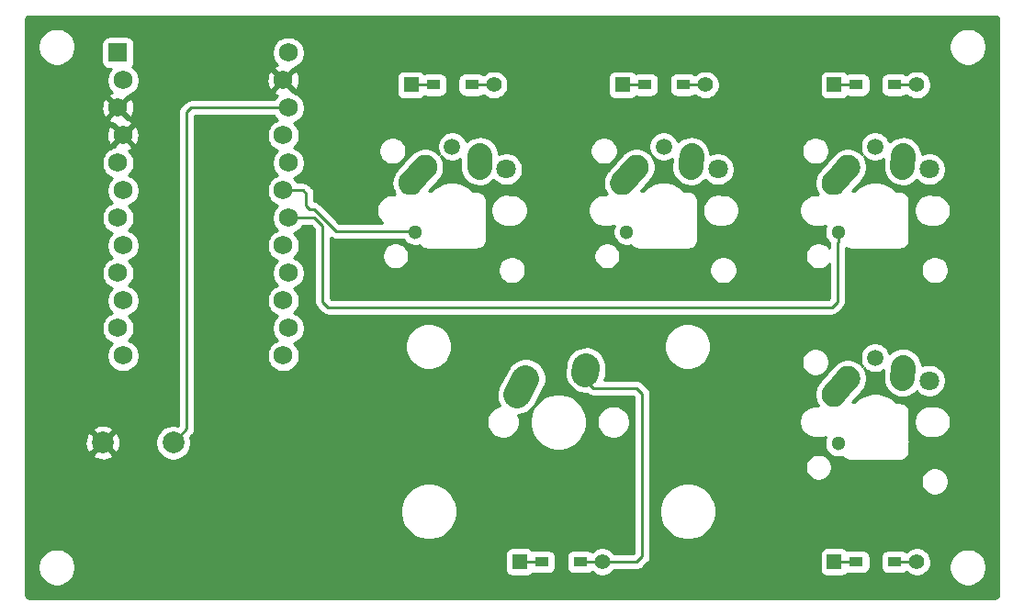
<source format=gbr>
G04 #@! TF.GenerationSoftware,KiCad,Pcbnew,(5.1.2-1)-1*
G04 #@! TF.CreationDate,2019-08-25T00:29:00+09:00*
G04 #@! TF.ProjectId,teishi,74656973-6869-42e6-9b69-6361645f7063,rev?*
G04 #@! TF.SameCoordinates,Original*
G04 #@! TF.FileFunction,Copper,L1,Top*
G04 #@! TF.FilePolarity,Positive*
%FSLAX46Y46*%
G04 Gerber Fmt 4.6, Leading zero omitted, Abs format (unit mm)*
G04 Created by KiCad (PCBNEW (5.1.2-1)-1) date 2019-08-25 00:29:00*
%MOMM*%
%LPD*%
G04 APERTURE LIST*
%ADD10C,1.752600*%
%ADD11R,1.752600X1.752600*%
%ADD12R,1.300000X0.950000*%
%ADD13C,1.397000*%
%ADD14R,1.397000X1.397000*%
%ADD15C,1.800000*%
%ADD16C,2.250000*%
%ADD17C,2.250000*%
%ADD18C,0.100000*%
%ADD19C,1.500000*%
%ADD20C,1.300000*%
%ADD21C,1.600000*%
%ADD22C,2.500000*%
%ADD23C,2.500000*%
%ADD24C,2.000000*%
%ADD25C,0.250000*%
%ADD26C,0.254000*%
G04 APERTURE END LIST*
D10*
X24848600Y-4030000D03*
X9608600Y-31970000D03*
X24391400Y-6570000D03*
X24848600Y-9110000D03*
X24391400Y-11650000D03*
X24848600Y-14190000D03*
X24391400Y-16730000D03*
X24848600Y-19270000D03*
X24391400Y-21810000D03*
X24848600Y-24350000D03*
X24391400Y-26890000D03*
X24848600Y-29430000D03*
X24391400Y-31970000D03*
X9151400Y-29430000D03*
X9608600Y-26890000D03*
X9151400Y-24350000D03*
X9608600Y-21810000D03*
X9151400Y-19270000D03*
X9608600Y-16730000D03*
X9151400Y-14190000D03*
X9608600Y-11650000D03*
X9151400Y-9110000D03*
X9608600Y-6570000D03*
D11*
X9151400Y-4030000D03*
D12*
X41775000Y-7000000D03*
D13*
X43810000Y-7000000D03*
D14*
X36190000Y-7000000D03*
D12*
X38225000Y-7000000D03*
X80775000Y-51000000D03*
D13*
X82810000Y-51000000D03*
D14*
X75190000Y-51000000D03*
D12*
X77225000Y-51000000D03*
X61275000Y-7000000D03*
D13*
X63310000Y-7000000D03*
D14*
X55690000Y-7000000D03*
D12*
X57725000Y-7000000D03*
X80775000Y-7000000D03*
D13*
X82810000Y-7000000D03*
D14*
X75190000Y-7000000D03*
D12*
X77225000Y-7000000D03*
X51775000Y-51000000D03*
D13*
X53810000Y-51000000D03*
D14*
X46190000Y-51000000D03*
D12*
X48225000Y-51000000D03*
D15*
X44960000Y-14780000D03*
D16*
X42480000Y-14040000D03*
D17*
X42459271Y-14579602D02*
X42500729Y-13500398D01*
D16*
X36150000Y-16040000D03*
D18*
G36*
X37525798Y-13457979D02*
G01*
X37525804Y-13457979D01*
X37525811Y-13457980D01*
X37535561Y-13458439D01*
X37564720Y-13461452D01*
X37593923Y-13464058D01*
X37634980Y-13469755D01*
X37634985Y-13469756D01*
X37634988Y-13469756D01*
X37634992Y-13469757D01*
X37644652Y-13471166D01*
X37673409Y-13477016D01*
X37702189Y-13482455D01*
X37742495Y-13492131D01*
X37751983Y-13494479D01*
X37780044Y-13503112D01*
X37808127Y-13511324D01*
X37847296Y-13524887D01*
X37856509Y-13528150D01*
X37883554Y-13539463D01*
X37910756Y-13550398D01*
X37948413Y-13567719D01*
X37957264Y-13571865D01*
X37983083Y-13585767D01*
X38009075Y-13599297D01*
X38044862Y-13620210D01*
X38053267Y-13625200D01*
X38077601Y-13641552D01*
X38102144Y-13657551D01*
X38135719Y-13681856D01*
X38135735Y-13681866D01*
X38135754Y-13681881D01*
X38143599Y-13687643D01*
X38166215Y-13706286D01*
X38189108Y-13724627D01*
X38220152Y-13752093D01*
X38227427Y-13758620D01*
X38248164Y-13779430D01*
X38269083Y-13799843D01*
X38297300Y-13830207D01*
X38303904Y-13837413D01*
X38322504Y-13860137D01*
X38341366Y-13882537D01*
X38366484Y-13915509D01*
X38372353Y-13923325D01*
X38388629Y-13947731D01*
X38405213Y-13971860D01*
X38426994Y-14007126D01*
X38432072Y-14015478D01*
X38445910Y-14041393D01*
X38460046Y-14067001D01*
X38478279Y-14104219D01*
X38478284Y-14104228D01*
X38478289Y-14104239D01*
X38482521Y-14113032D01*
X38493743Y-14140124D01*
X38505335Y-14167040D01*
X38519851Y-14205865D01*
X38523210Y-14215044D01*
X38531736Y-14243105D01*
X38540645Y-14271021D01*
X38551303Y-14311079D01*
X38553750Y-14320542D01*
X38559496Y-14349300D01*
X38565636Y-14377937D01*
X38572335Y-14418843D01*
X38573847Y-14428500D01*
X38576760Y-14457672D01*
X38580078Y-14486798D01*
X38582753Y-14528161D01*
X38583316Y-14537919D01*
X38583367Y-14567286D01*
X38583827Y-14596540D01*
X38582453Y-14637967D01*
X38582453Y-14637982D01*
X38582452Y-14637996D01*
X38582061Y-14647733D01*
X38579251Y-14676922D01*
X38576848Y-14706141D01*
X38571437Y-14747237D01*
X38570094Y-14756919D01*
X38564440Y-14785737D01*
X38559213Y-14814501D01*
X38549819Y-14854873D01*
X38549816Y-14854887D01*
X38549814Y-14854896D01*
X38549811Y-14854908D01*
X38547538Y-14864377D01*
X38539107Y-14892481D01*
X38531077Y-14920669D01*
X38517787Y-14959930D01*
X38514589Y-14969167D01*
X38503458Y-14996306D01*
X38492728Y-15023547D01*
X38475671Y-15061325D01*
X38471587Y-15070205D01*
X38457858Y-15096134D01*
X38444509Y-15122221D01*
X38423846Y-15158153D01*
X38418915Y-15166592D01*
X38402727Y-15191048D01*
X38386910Y-15215687D01*
X38362840Y-15249433D01*
X38357109Y-15257351D01*
X38338581Y-15280151D01*
X38320439Y-15303122D01*
X38293190Y-15334357D01*
X38286714Y-15341678D01*
X38281239Y-15347211D01*
X38281015Y-15347486D01*
X37002902Y-16771948D01*
X36983570Y-16795504D01*
X36965234Y-16813840D01*
X36964437Y-16814716D01*
X36959877Y-16819197D01*
X36905504Y-16873570D01*
X36820162Y-16943608D01*
X36728366Y-17004945D01*
X36630999Y-17056988D01*
X36529001Y-17099237D01*
X36423353Y-17131285D01*
X36315072Y-17152824D01*
X36205201Y-17163645D01*
X36094799Y-17163645D01*
X35984928Y-17152824D01*
X35876647Y-17131285D01*
X35770999Y-17099237D01*
X35669001Y-17056988D01*
X35571634Y-17004945D01*
X35479838Y-16943608D01*
X35394496Y-16873570D01*
X35316430Y-16795504D01*
X35246392Y-16710162D01*
X35185055Y-16618366D01*
X35133012Y-16520999D01*
X35090763Y-16419001D01*
X35058715Y-16313353D01*
X35037176Y-16205072D01*
X35026355Y-16095201D01*
X35026355Y-15984799D01*
X35037176Y-15874928D01*
X35058715Y-15766647D01*
X35090763Y-15660999D01*
X35133012Y-15559001D01*
X35185055Y-15461634D01*
X35196645Y-15444288D01*
X35208622Y-15421747D01*
X35246452Y-15364773D01*
X35289660Y-15311762D01*
X36637575Y-13813862D01*
X36644164Y-13806642D01*
X36664703Y-13786517D01*
X36685511Y-13765489D01*
X36716071Y-13737485D01*
X36723323Y-13730932D01*
X36746173Y-13712494D01*
X36768712Y-13693782D01*
X36801860Y-13668895D01*
X36809717Y-13663081D01*
X36834232Y-13646978D01*
X36858464Y-13630571D01*
X36893881Y-13609036D01*
X36902267Y-13604017D01*
X36928227Y-13590387D01*
X36954001Y-13576393D01*
X36991351Y-13558418D01*
X37000188Y-13554241D01*
X37027387Y-13543196D01*
X37054345Y-13531809D01*
X37093271Y-13517563D01*
X37102473Y-13514268D01*
X37130585Y-13505941D01*
X37158573Y-13497224D01*
X37198703Y-13486846D01*
X37208183Y-13484465D01*
X37236984Y-13478919D01*
X37265665Y-13472979D01*
X37306617Y-13466566D01*
X37316284Y-13465121D01*
X37345515Y-13462409D01*
X37374621Y-13459299D01*
X37415983Y-13456914D01*
X37415994Y-13456913D01*
X37416005Y-13456913D01*
X37425764Y-13456418D01*
X37455103Y-13456572D01*
X37484381Y-13456316D01*
X37525798Y-13457979D01*
X37525798Y-13457979D01*
G37*
D19*
X39960000Y-12680000D03*
D16*
X37460000Y-14580000D03*
D20*
X36559992Y-20579836D03*
D21*
X36559992Y-15679836D03*
D15*
X83960000Y-34280000D03*
D16*
X81480000Y-33540000D03*
D17*
X81459271Y-34079602D02*
X81500729Y-33000398D01*
D16*
X75150000Y-35540000D03*
D18*
G36*
X76525798Y-32957979D02*
G01*
X76525804Y-32957979D01*
X76525811Y-32957980D01*
X76535561Y-32958439D01*
X76564720Y-32961452D01*
X76593923Y-32964058D01*
X76634980Y-32969755D01*
X76634985Y-32969756D01*
X76634988Y-32969756D01*
X76634992Y-32969757D01*
X76644652Y-32971166D01*
X76673409Y-32977016D01*
X76702189Y-32982455D01*
X76742495Y-32992131D01*
X76751983Y-32994479D01*
X76780044Y-33003112D01*
X76808127Y-33011324D01*
X76847296Y-33024887D01*
X76856509Y-33028150D01*
X76883554Y-33039463D01*
X76910756Y-33050398D01*
X76948413Y-33067719D01*
X76957264Y-33071865D01*
X76983083Y-33085767D01*
X77009075Y-33099297D01*
X77044862Y-33120210D01*
X77053267Y-33125200D01*
X77077601Y-33141552D01*
X77102144Y-33157551D01*
X77135719Y-33181856D01*
X77135735Y-33181866D01*
X77135754Y-33181881D01*
X77143599Y-33187643D01*
X77166215Y-33206286D01*
X77189108Y-33224627D01*
X77220152Y-33252093D01*
X77227427Y-33258620D01*
X77248164Y-33279430D01*
X77269083Y-33299843D01*
X77297300Y-33330207D01*
X77303904Y-33337413D01*
X77322504Y-33360137D01*
X77341366Y-33382537D01*
X77366484Y-33415509D01*
X77372353Y-33423325D01*
X77388629Y-33447731D01*
X77405213Y-33471860D01*
X77426994Y-33507126D01*
X77432072Y-33515478D01*
X77445910Y-33541393D01*
X77460046Y-33567001D01*
X77478279Y-33604219D01*
X77478284Y-33604228D01*
X77478289Y-33604239D01*
X77482521Y-33613032D01*
X77493743Y-33640124D01*
X77505335Y-33667040D01*
X77519851Y-33705865D01*
X77523210Y-33715044D01*
X77531736Y-33743105D01*
X77540645Y-33771021D01*
X77551303Y-33811079D01*
X77553750Y-33820542D01*
X77559496Y-33849300D01*
X77565636Y-33877937D01*
X77572335Y-33918843D01*
X77573847Y-33928500D01*
X77576760Y-33957672D01*
X77580078Y-33986798D01*
X77582753Y-34028161D01*
X77583316Y-34037919D01*
X77583367Y-34067286D01*
X77583827Y-34096540D01*
X77582453Y-34137967D01*
X77582453Y-34137982D01*
X77582452Y-34137996D01*
X77582061Y-34147733D01*
X77579251Y-34176922D01*
X77576848Y-34206141D01*
X77571437Y-34247237D01*
X77570094Y-34256919D01*
X77564440Y-34285737D01*
X77559213Y-34314501D01*
X77549819Y-34354873D01*
X77549816Y-34354887D01*
X77549814Y-34354896D01*
X77549811Y-34354908D01*
X77547538Y-34364377D01*
X77539107Y-34392481D01*
X77531077Y-34420669D01*
X77517787Y-34459930D01*
X77514589Y-34469167D01*
X77503458Y-34496306D01*
X77492728Y-34523547D01*
X77475671Y-34561325D01*
X77471587Y-34570205D01*
X77457858Y-34596134D01*
X77444509Y-34622221D01*
X77423846Y-34658153D01*
X77418915Y-34666592D01*
X77402727Y-34691048D01*
X77386910Y-34715687D01*
X77362840Y-34749433D01*
X77357109Y-34757351D01*
X77338581Y-34780151D01*
X77320439Y-34803122D01*
X77293190Y-34834357D01*
X77286714Y-34841678D01*
X77281239Y-34847211D01*
X77281015Y-34847486D01*
X76002902Y-36271948D01*
X75983570Y-36295504D01*
X75965234Y-36313840D01*
X75964437Y-36314716D01*
X75959877Y-36319197D01*
X75905504Y-36373570D01*
X75820162Y-36443608D01*
X75728366Y-36504945D01*
X75630999Y-36556988D01*
X75529001Y-36599237D01*
X75423353Y-36631285D01*
X75315072Y-36652824D01*
X75205201Y-36663645D01*
X75094799Y-36663645D01*
X74984928Y-36652824D01*
X74876647Y-36631285D01*
X74770999Y-36599237D01*
X74669001Y-36556988D01*
X74571634Y-36504945D01*
X74479838Y-36443608D01*
X74394496Y-36373570D01*
X74316430Y-36295504D01*
X74246392Y-36210162D01*
X74185055Y-36118366D01*
X74133012Y-36020999D01*
X74090763Y-35919001D01*
X74058715Y-35813353D01*
X74037176Y-35705072D01*
X74026355Y-35595201D01*
X74026355Y-35484799D01*
X74037176Y-35374928D01*
X74058715Y-35266647D01*
X74090763Y-35160999D01*
X74133012Y-35059001D01*
X74185055Y-34961634D01*
X74196645Y-34944288D01*
X74208622Y-34921747D01*
X74246452Y-34864773D01*
X74289660Y-34811762D01*
X75637575Y-33313862D01*
X75644164Y-33306642D01*
X75664703Y-33286517D01*
X75685511Y-33265489D01*
X75716071Y-33237485D01*
X75723323Y-33230932D01*
X75746173Y-33212494D01*
X75768712Y-33193782D01*
X75801860Y-33168895D01*
X75809717Y-33163081D01*
X75834232Y-33146978D01*
X75858464Y-33130571D01*
X75893881Y-33109036D01*
X75902267Y-33104017D01*
X75928227Y-33090387D01*
X75954001Y-33076393D01*
X75991351Y-33058418D01*
X76000188Y-33054241D01*
X76027387Y-33043196D01*
X76054345Y-33031809D01*
X76093271Y-33017563D01*
X76102473Y-33014268D01*
X76130585Y-33005941D01*
X76158573Y-32997224D01*
X76198703Y-32986846D01*
X76208183Y-32984465D01*
X76236984Y-32978919D01*
X76265665Y-32972979D01*
X76306617Y-32966566D01*
X76316284Y-32965121D01*
X76345515Y-32962409D01*
X76374621Y-32959299D01*
X76415983Y-32956914D01*
X76415994Y-32956913D01*
X76416005Y-32956913D01*
X76425764Y-32956418D01*
X76455103Y-32956572D01*
X76484381Y-32956316D01*
X76525798Y-32957979D01*
X76525798Y-32957979D01*
G37*
D19*
X78960000Y-32180000D03*
D16*
X76460000Y-34080000D03*
D20*
X75559992Y-40079836D03*
D21*
X75559992Y-35179836D03*
D15*
X64460000Y-14780000D03*
D16*
X61980000Y-14040000D03*
D17*
X61959271Y-14579602D02*
X62000729Y-13500398D01*
D16*
X55650000Y-16040000D03*
D18*
G36*
X57025798Y-13457979D02*
G01*
X57025804Y-13457979D01*
X57025811Y-13457980D01*
X57035561Y-13458439D01*
X57064720Y-13461452D01*
X57093923Y-13464058D01*
X57134980Y-13469755D01*
X57134985Y-13469756D01*
X57134988Y-13469756D01*
X57134992Y-13469757D01*
X57144652Y-13471166D01*
X57173409Y-13477016D01*
X57202189Y-13482455D01*
X57242495Y-13492131D01*
X57251983Y-13494479D01*
X57280044Y-13503112D01*
X57308127Y-13511324D01*
X57347296Y-13524887D01*
X57356509Y-13528150D01*
X57383554Y-13539463D01*
X57410756Y-13550398D01*
X57448413Y-13567719D01*
X57457264Y-13571865D01*
X57483083Y-13585767D01*
X57509075Y-13599297D01*
X57544862Y-13620210D01*
X57553267Y-13625200D01*
X57577601Y-13641552D01*
X57602144Y-13657551D01*
X57635719Y-13681856D01*
X57635735Y-13681866D01*
X57635754Y-13681881D01*
X57643599Y-13687643D01*
X57666215Y-13706286D01*
X57689108Y-13724627D01*
X57720152Y-13752093D01*
X57727427Y-13758620D01*
X57748164Y-13779430D01*
X57769083Y-13799843D01*
X57797300Y-13830207D01*
X57803904Y-13837413D01*
X57822504Y-13860137D01*
X57841366Y-13882537D01*
X57866484Y-13915509D01*
X57872353Y-13923325D01*
X57888629Y-13947731D01*
X57905213Y-13971860D01*
X57926994Y-14007126D01*
X57932072Y-14015478D01*
X57945910Y-14041393D01*
X57960046Y-14067001D01*
X57978279Y-14104219D01*
X57978284Y-14104228D01*
X57978289Y-14104239D01*
X57982521Y-14113032D01*
X57993743Y-14140124D01*
X58005335Y-14167040D01*
X58019851Y-14205865D01*
X58023210Y-14215044D01*
X58031736Y-14243105D01*
X58040645Y-14271021D01*
X58051303Y-14311079D01*
X58053750Y-14320542D01*
X58059496Y-14349300D01*
X58065636Y-14377937D01*
X58072335Y-14418843D01*
X58073847Y-14428500D01*
X58076760Y-14457672D01*
X58080078Y-14486798D01*
X58082753Y-14528161D01*
X58083316Y-14537919D01*
X58083367Y-14567286D01*
X58083827Y-14596540D01*
X58082453Y-14637967D01*
X58082453Y-14637982D01*
X58082452Y-14637996D01*
X58082061Y-14647733D01*
X58079251Y-14676922D01*
X58076848Y-14706141D01*
X58071437Y-14747237D01*
X58070094Y-14756919D01*
X58064440Y-14785737D01*
X58059213Y-14814501D01*
X58049819Y-14854873D01*
X58049816Y-14854887D01*
X58049814Y-14854896D01*
X58049811Y-14854908D01*
X58047538Y-14864377D01*
X58039107Y-14892481D01*
X58031077Y-14920669D01*
X58017787Y-14959930D01*
X58014589Y-14969167D01*
X58003458Y-14996306D01*
X57992728Y-15023547D01*
X57975671Y-15061325D01*
X57971587Y-15070205D01*
X57957858Y-15096134D01*
X57944509Y-15122221D01*
X57923846Y-15158153D01*
X57918915Y-15166592D01*
X57902727Y-15191048D01*
X57886910Y-15215687D01*
X57862840Y-15249433D01*
X57857109Y-15257351D01*
X57838581Y-15280151D01*
X57820439Y-15303122D01*
X57793190Y-15334357D01*
X57786714Y-15341678D01*
X57781239Y-15347211D01*
X57781015Y-15347486D01*
X56502902Y-16771948D01*
X56483570Y-16795504D01*
X56465234Y-16813840D01*
X56464437Y-16814716D01*
X56459877Y-16819197D01*
X56405504Y-16873570D01*
X56320162Y-16943608D01*
X56228366Y-17004945D01*
X56130999Y-17056988D01*
X56029001Y-17099237D01*
X55923353Y-17131285D01*
X55815072Y-17152824D01*
X55705201Y-17163645D01*
X55594799Y-17163645D01*
X55484928Y-17152824D01*
X55376647Y-17131285D01*
X55270999Y-17099237D01*
X55169001Y-17056988D01*
X55071634Y-17004945D01*
X54979838Y-16943608D01*
X54894496Y-16873570D01*
X54816430Y-16795504D01*
X54746392Y-16710162D01*
X54685055Y-16618366D01*
X54633012Y-16520999D01*
X54590763Y-16419001D01*
X54558715Y-16313353D01*
X54537176Y-16205072D01*
X54526355Y-16095201D01*
X54526355Y-15984799D01*
X54537176Y-15874928D01*
X54558715Y-15766647D01*
X54590763Y-15660999D01*
X54633012Y-15559001D01*
X54685055Y-15461634D01*
X54696645Y-15444288D01*
X54708622Y-15421747D01*
X54746452Y-15364773D01*
X54789660Y-15311762D01*
X56137575Y-13813862D01*
X56144164Y-13806642D01*
X56164703Y-13786517D01*
X56185511Y-13765489D01*
X56216071Y-13737485D01*
X56223323Y-13730932D01*
X56246173Y-13712494D01*
X56268712Y-13693782D01*
X56301860Y-13668895D01*
X56309717Y-13663081D01*
X56334232Y-13646978D01*
X56358464Y-13630571D01*
X56393881Y-13609036D01*
X56402267Y-13604017D01*
X56428227Y-13590387D01*
X56454001Y-13576393D01*
X56491351Y-13558418D01*
X56500188Y-13554241D01*
X56527387Y-13543196D01*
X56554345Y-13531809D01*
X56593271Y-13517563D01*
X56602473Y-13514268D01*
X56630585Y-13505941D01*
X56658573Y-13497224D01*
X56698703Y-13486846D01*
X56708183Y-13484465D01*
X56736984Y-13478919D01*
X56765665Y-13472979D01*
X56806617Y-13466566D01*
X56816284Y-13465121D01*
X56845515Y-13462409D01*
X56874621Y-13459299D01*
X56915983Y-13456914D01*
X56915994Y-13456913D01*
X56916005Y-13456913D01*
X56925764Y-13456418D01*
X56955103Y-13456572D01*
X56984381Y-13456316D01*
X57025798Y-13457979D01*
X57025798Y-13457979D01*
G37*
D19*
X59460000Y-12680000D03*
D16*
X56960000Y-14580000D03*
D20*
X56059992Y-20579836D03*
D21*
X56059992Y-15679836D03*
D15*
X83960000Y-14780000D03*
D16*
X81480000Y-14040000D03*
D17*
X81459271Y-14579602D02*
X81500729Y-13500398D01*
D16*
X75150000Y-16040000D03*
D18*
G36*
X76525798Y-13457979D02*
G01*
X76525804Y-13457979D01*
X76525811Y-13457980D01*
X76535561Y-13458439D01*
X76564720Y-13461452D01*
X76593923Y-13464058D01*
X76634980Y-13469755D01*
X76634985Y-13469756D01*
X76634988Y-13469756D01*
X76634992Y-13469757D01*
X76644652Y-13471166D01*
X76673409Y-13477016D01*
X76702189Y-13482455D01*
X76742495Y-13492131D01*
X76751983Y-13494479D01*
X76780044Y-13503112D01*
X76808127Y-13511324D01*
X76847296Y-13524887D01*
X76856509Y-13528150D01*
X76883554Y-13539463D01*
X76910756Y-13550398D01*
X76948413Y-13567719D01*
X76957264Y-13571865D01*
X76983083Y-13585767D01*
X77009075Y-13599297D01*
X77044862Y-13620210D01*
X77053267Y-13625200D01*
X77077601Y-13641552D01*
X77102144Y-13657551D01*
X77135719Y-13681856D01*
X77135735Y-13681866D01*
X77135754Y-13681881D01*
X77143599Y-13687643D01*
X77166215Y-13706286D01*
X77189108Y-13724627D01*
X77220152Y-13752093D01*
X77227427Y-13758620D01*
X77248164Y-13779430D01*
X77269083Y-13799843D01*
X77297300Y-13830207D01*
X77303904Y-13837413D01*
X77322504Y-13860137D01*
X77341366Y-13882537D01*
X77366484Y-13915509D01*
X77372353Y-13923325D01*
X77388629Y-13947731D01*
X77405213Y-13971860D01*
X77426994Y-14007126D01*
X77432072Y-14015478D01*
X77445910Y-14041393D01*
X77460046Y-14067001D01*
X77478279Y-14104219D01*
X77478284Y-14104228D01*
X77478289Y-14104239D01*
X77482521Y-14113032D01*
X77493743Y-14140124D01*
X77505335Y-14167040D01*
X77519851Y-14205865D01*
X77523210Y-14215044D01*
X77531736Y-14243105D01*
X77540645Y-14271021D01*
X77551303Y-14311079D01*
X77553750Y-14320542D01*
X77559496Y-14349300D01*
X77565636Y-14377937D01*
X77572335Y-14418843D01*
X77573847Y-14428500D01*
X77576760Y-14457672D01*
X77580078Y-14486798D01*
X77582753Y-14528161D01*
X77583316Y-14537919D01*
X77583367Y-14567286D01*
X77583827Y-14596540D01*
X77582453Y-14637967D01*
X77582453Y-14637982D01*
X77582452Y-14637996D01*
X77582061Y-14647733D01*
X77579251Y-14676922D01*
X77576848Y-14706141D01*
X77571437Y-14747237D01*
X77570094Y-14756919D01*
X77564440Y-14785737D01*
X77559213Y-14814501D01*
X77549819Y-14854873D01*
X77549816Y-14854887D01*
X77549814Y-14854896D01*
X77549811Y-14854908D01*
X77547538Y-14864377D01*
X77539107Y-14892481D01*
X77531077Y-14920669D01*
X77517787Y-14959930D01*
X77514589Y-14969167D01*
X77503458Y-14996306D01*
X77492728Y-15023547D01*
X77475671Y-15061325D01*
X77471587Y-15070205D01*
X77457858Y-15096134D01*
X77444509Y-15122221D01*
X77423846Y-15158153D01*
X77418915Y-15166592D01*
X77402727Y-15191048D01*
X77386910Y-15215687D01*
X77362840Y-15249433D01*
X77357109Y-15257351D01*
X77338581Y-15280151D01*
X77320439Y-15303122D01*
X77293190Y-15334357D01*
X77286714Y-15341678D01*
X77281239Y-15347211D01*
X77281015Y-15347486D01*
X76002902Y-16771948D01*
X75983570Y-16795504D01*
X75965234Y-16813840D01*
X75964437Y-16814716D01*
X75959877Y-16819197D01*
X75905504Y-16873570D01*
X75820162Y-16943608D01*
X75728366Y-17004945D01*
X75630999Y-17056988D01*
X75529001Y-17099237D01*
X75423353Y-17131285D01*
X75315072Y-17152824D01*
X75205201Y-17163645D01*
X75094799Y-17163645D01*
X74984928Y-17152824D01*
X74876647Y-17131285D01*
X74770999Y-17099237D01*
X74669001Y-17056988D01*
X74571634Y-17004945D01*
X74479838Y-16943608D01*
X74394496Y-16873570D01*
X74316430Y-16795504D01*
X74246392Y-16710162D01*
X74185055Y-16618366D01*
X74133012Y-16520999D01*
X74090763Y-16419001D01*
X74058715Y-16313353D01*
X74037176Y-16205072D01*
X74026355Y-16095201D01*
X74026355Y-15984799D01*
X74037176Y-15874928D01*
X74058715Y-15766647D01*
X74090763Y-15660999D01*
X74133012Y-15559001D01*
X74185055Y-15461634D01*
X74196645Y-15444288D01*
X74208622Y-15421747D01*
X74246452Y-15364773D01*
X74289660Y-15311762D01*
X75637575Y-13813862D01*
X75644164Y-13806642D01*
X75664703Y-13786517D01*
X75685511Y-13765489D01*
X75716071Y-13737485D01*
X75723323Y-13730932D01*
X75746173Y-13712494D01*
X75768712Y-13693782D01*
X75801860Y-13668895D01*
X75809717Y-13663081D01*
X75834232Y-13646978D01*
X75858464Y-13630571D01*
X75893881Y-13609036D01*
X75902267Y-13604017D01*
X75928227Y-13590387D01*
X75954001Y-13576393D01*
X75991351Y-13558418D01*
X76000188Y-13554241D01*
X76027387Y-13543196D01*
X76054345Y-13531809D01*
X76093271Y-13517563D01*
X76102473Y-13514268D01*
X76130585Y-13505941D01*
X76158573Y-13497224D01*
X76198703Y-13486846D01*
X76208183Y-13484465D01*
X76236984Y-13478919D01*
X76265665Y-13472979D01*
X76306617Y-13466566D01*
X76316284Y-13465121D01*
X76345515Y-13462409D01*
X76374621Y-13459299D01*
X76415983Y-13456914D01*
X76415994Y-13456913D01*
X76416005Y-13456913D01*
X76425764Y-13456418D01*
X76455103Y-13456572D01*
X76484381Y-13456316D01*
X76525798Y-13457979D01*
X76525798Y-13457979D01*
G37*
D19*
X78960000Y-12680000D03*
D16*
X76460000Y-14580000D03*
D20*
X75559992Y-20579836D03*
D21*
X75559992Y-15679836D03*
D22*
X52270000Y-33310000D03*
D23*
X52289724Y-33020672D02*
X52250276Y-33599328D01*
D22*
X46345000Y-34830000D03*
D23*
X46750453Y-34100046D02*
X45939547Y-35559954D01*
D24*
X7750000Y-40000000D03*
X14250000Y-40000000D03*
D25*
X36190000Y-7000000D02*
X38225000Y-7000000D01*
X77225000Y-51000000D02*
X75190000Y-51000000D01*
X41775000Y-7000000D02*
X43810000Y-7000000D01*
X80775000Y-51000000D02*
X82810000Y-51000000D01*
X55690000Y-7000000D02*
X57725000Y-7000000D01*
X75190000Y-7000000D02*
X77225000Y-7000000D01*
X61275000Y-7000000D02*
X63310000Y-7000000D01*
X80775000Y-7000000D02*
X82810000Y-7000000D01*
X46190000Y-51000000D02*
X48225000Y-51000000D01*
X53810000Y-51000000D02*
X51775000Y-51000000D01*
X53000000Y-35000000D02*
X52270000Y-34270000D01*
X57500000Y-50500000D02*
X57500000Y-35500000D01*
X52270000Y-34270000D02*
X52270000Y-33310000D01*
X57000000Y-51000000D02*
X57500000Y-50500000D01*
X57000000Y-35000000D02*
X53000000Y-35000000D01*
X57500000Y-35500000D02*
X57000000Y-35000000D01*
X53810000Y-51000000D02*
X57000000Y-51000000D01*
X26500000Y-18169300D02*
X26500000Y-17000000D01*
X26230000Y-16730000D02*
X24391400Y-16730000D01*
X26830700Y-18500000D02*
X26500000Y-18169300D01*
X29250000Y-20500000D02*
X27250000Y-18500000D01*
X27250000Y-18500000D02*
X26830700Y-18500000D01*
X36480156Y-20500000D02*
X29250000Y-20500000D01*
X26500000Y-17000000D02*
X26230000Y-16730000D01*
X36559992Y-20579836D02*
X36480156Y-20500000D01*
X27270000Y-19270000D02*
X24848600Y-19270000D01*
X28000000Y-20000000D02*
X27270000Y-19270000D01*
X28000000Y-27000000D02*
X28000000Y-20000000D01*
X28500000Y-27500000D02*
X28000000Y-27000000D01*
X75500000Y-27000000D02*
X75000000Y-27500000D01*
X75000000Y-27500000D02*
X28500000Y-27500000D01*
X75559992Y-21499074D02*
X75500000Y-21559066D01*
X75500000Y-21559066D02*
X75500000Y-27000000D01*
X75559992Y-20579836D02*
X75559992Y-21499074D01*
X15500000Y-38750000D02*
X14250000Y-40000000D01*
X15500000Y-9500000D02*
X15500000Y-38750000D01*
X15890000Y-9110000D02*
X15500000Y-9500000D01*
X24848600Y-9110000D02*
X15890000Y-9110000D01*
D26*
G36*
X90065424Y-669580D02*
G01*
X90128356Y-688580D01*
X90186405Y-719445D01*
X90237343Y-760989D01*
X90279248Y-811644D01*
X90310515Y-869471D01*
X90329956Y-932272D01*
X90340000Y-1027835D01*
X90340001Y-53967711D01*
X90330420Y-54065424D01*
X90311420Y-54128357D01*
X90280554Y-54186406D01*
X90239011Y-54237343D01*
X90188356Y-54279248D01*
X90130529Y-54310515D01*
X90067728Y-54329956D01*
X89972165Y-54340000D01*
X1032279Y-54340000D01*
X934576Y-54330420D01*
X871643Y-54311420D01*
X813594Y-54280554D01*
X762657Y-54239011D01*
X720752Y-54188356D01*
X689485Y-54130529D01*
X670044Y-54067728D01*
X660000Y-53972165D01*
X660000Y-51329117D01*
X1765000Y-51329117D01*
X1765000Y-51670883D01*
X1831675Y-52006081D01*
X1962463Y-52321831D01*
X2152337Y-52605998D01*
X2394002Y-52847663D01*
X2678169Y-53037537D01*
X2993919Y-53168325D01*
X3329117Y-53235000D01*
X3670883Y-53235000D01*
X4006081Y-53168325D01*
X4321831Y-53037537D01*
X4605998Y-52847663D01*
X4847663Y-52605998D01*
X5037537Y-52321831D01*
X5168325Y-52006081D01*
X5235000Y-51670883D01*
X5235000Y-51329117D01*
X5168325Y-50993919D01*
X5037537Y-50678169D01*
X4847663Y-50394002D01*
X4755161Y-50301500D01*
X44853428Y-50301500D01*
X44853428Y-51698500D01*
X44865688Y-51822982D01*
X44901998Y-51942680D01*
X44960963Y-52052994D01*
X45040315Y-52149685D01*
X45137006Y-52229037D01*
X45247320Y-52288002D01*
X45367018Y-52324312D01*
X45491500Y-52336572D01*
X46888500Y-52336572D01*
X47012982Y-52324312D01*
X47132680Y-52288002D01*
X47242994Y-52229037D01*
X47339685Y-52149685D01*
X47393891Y-52083634D01*
X47450518Y-52100812D01*
X47575000Y-52113072D01*
X48875000Y-52113072D01*
X48999482Y-52100812D01*
X49119180Y-52064502D01*
X49229494Y-52005537D01*
X49326185Y-51926185D01*
X49405537Y-51829494D01*
X49464502Y-51719180D01*
X49500812Y-51599482D01*
X49513072Y-51475000D01*
X49513072Y-50525000D01*
X49500812Y-50400518D01*
X49464502Y-50280820D01*
X49405537Y-50170506D01*
X49326185Y-50073815D01*
X49229494Y-49994463D01*
X49119180Y-49935498D01*
X48999482Y-49899188D01*
X48875000Y-49886928D01*
X47575000Y-49886928D01*
X47450518Y-49899188D01*
X47393891Y-49916366D01*
X47339685Y-49850315D01*
X47242994Y-49770963D01*
X47132680Y-49711998D01*
X47012982Y-49675688D01*
X46888500Y-49663428D01*
X45491500Y-49663428D01*
X45367018Y-49675688D01*
X45247320Y-49711998D01*
X45137006Y-49770963D01*
X45040315Y-49850315D01*
X44960963Y-49947006D01*
X44901998Y-50057320D01*
X44865688Y-50177018D01*
X44853428Y-50301500D01*
X4755161Y-50301500D01*
X4605998Y-50152337D01*
X4321831Y-49962463D01*
X4006081Y-49831675D01*
X3670883Y-49765000D01*
X3329117Y-49765000D01*
X2993919Y-49831675D01*
X2678169Y-49962463D01*
X2394002Y-50152337D01*
X2152337Y-50394002D01*
X1962463Y-50678169D01*
X1831675Y-50993919D01*
X1765000Y-51329117D01*
X660000Y-51329117D01*
X660000Y-46096076D01*
X35183100Y-46096076D01*
X35183100Y-46613924D01*
X35284127Y-47121822D01*
X35482299Y-47600251D01*
X35770000Y-48030826D01*
X36136174Y-48397000D01*
X36566749Y-48684701D01*
X37045178Y-48882873D01*
X37553076Y-48983900D01*
X38070924Y-48983900D01*
X38578822Y-48882873D01*
X39057251Y-48684701D01*
X39487826Y-48397000D01*
X39854000Y-48030826D01*
X40141701Y-47600251D01*
X40339873Y-47121822D01*
X40440900Y-46613924D01*
X40440900Y-46096076D01*
X40339873Y-45588178D01*
X40141701Y-45109749D01*
X39854000Y-44679174D01*
X39487826Y-44313000D01*
X39057251Y-44025299D01*
X38578822Y-43827127D01*
X38070924Y-43726100D01*
X37553076Y-43726100D01*
X37045178Y-43827127D01*
X36566749Y-44025299D01*
X36136174Y-44313000D01*
X35770000Y-44679174D01*
X35482299Y-45109749D01*
X35284127Y-45588178D01*
X35183100Y-46096076D01*
X660000Y-46096076D01*
X660000Y-41135413D01*
X6794192Y-41135413D01*
X6889956Y-41399814D01*
X7179571Y-41540704D01*
X7491108Y-41622384D01*
X7812595Y-41641718D01*
X8131675Y-41597961D01*
X8436088Y-41492795D01*
X8610044Y-41399814D01*
X8705808Y-41135413D01*
X7750000Y-40179605D01*
X6794192Y-41135413D01*
X660000Y-41135413D01*
X660000Y-40062595D01*
X6108282Y-40062595D01*
X6152039Y-40381675D01*
X6257205Y-40686088D01*
X6350186Y-40860044D01*
X6614587Y-40955808D01*
X7570395Y-40000000D01*
X7929605Y-40000000D01*
X8885413Y-40955808D01*
X9149814Y-40860044D01*
X9290704Y-40570429D01*
X9372384Y-40258892D01*
X9391718Y-39937405D01*
X9378219Y-39838967D01*
X12615000Y-39838967D01*
X12615000Y-40161033D01*
X12677832Y-40476912D01*
X12801082Y-40774463D01*
X12980013Y-41042252D01*
X13207748Y-41269987D01*
X13475537Y-41448918D01*
X13773088Y-41572168D01*
X14088967Y-41635000D01*
X14411033Y-41635000D01*
X14726912Y-41572168D01*
X15024463Y-41448918D01*
X15292252Y-41269987D01*
X15519987Y-41042252D01*
X15698918Y-40774463D01*
X15822168Y-40476912D01*
X15885000Y-40161033D01*
X15885000Y-39838967D01*
X15822168Y-39523088D01*
X15816177Y-39508625D01*
X16011003Y-39313799D01*
X16040001Y-39290001D01*
X16086391Y-39233475D01*
X16134974Y-39174277D01*
X16205546Y-39042247D01*
X16210283Y-39026632D01*
X16249003Y-38898986D01*
X16260000Y-38787333D01*
X16260000Y-38787323D01*
X16263676Y-38750000D01*
X16260000Y-38712677D01*
X16260000Y-37948816D01*
X43135000Y-37948816D01*
X43135000Y-38251184D01*
X43193989Y-38547743D01*
X43309701Y-38827095D01*
X43477688Y-39078505D01*
X43691495Y-39292312D01*
X43942905Y-39460299D01*
X44222257Y-39576011D01*
X44518816Y-39635000D01*
X44821184Y-39635000D01*
X45117743Y-39576011D01*
X45397095Y-39460299D01*
X45648505Y-39292312D01*
X45862312Y-39078505D01*
X46030299Y-38827095D01*
X46146011Y-38547743D01*
X46205000Y-38251184D01*
X46205000Y-37948816D01*
X46183570Y-37841076D01*
X47121100Y-37841076D01*
X47121100Y-38358924D01*
X47222127Y-38866822D01*
X47420299Y-39345251D01*
X47708000Y-39775826D01*
X48074174Y-40142000D01*
X48504749Y-40429701D01*
X48983178Y-40627873D01*
X49491076Y-40728900D01*
X50008924Y-40728900D01*
X50516822Y-40627873D01*
X50995251Y-40429701D01*
X51425826Y-40142000D01*
X51792000Y-39775826D01*
X52079701Y-39345251D01*
X52277873Y-38866822D01*
X52378900Y-38358924D01*
X52378900Y-37948816D01*
X53295000Y-37948816D01*
X53295000Y-38251184D01*
X53353989Y-38547743D01*
X53469701Y-38827095D01*
X53637688Y-39078505D01*
X53851495Y-39292312D01*
X54102905Y-39460299D01*
X54382257Y-39576011D01*
X54678816Y-39635000D01*
X54981184Y-39635000D01*
X55277743Y-39576011D01*
X55557095Y-39460299D01*
X55808505Y-39292312D01*
X56022312Y-39078505D01*
X56190299Y-38827095D01*
X56306011Y-38547743D01*
X56365000Y-38251184D01*
X56365000Y-37948816D01*
X56306011Y-37652257D01*
X56190299Y-37372905D01*
X56022312Y-37121495D01*
X55808505Y-36907688D01*
X55557095Y-36739701D01*
X55277743Y-36623989D01*
X54981184Y-36565000D01*
X54678816Y-36565000D01*
X54382257Y-36623989D01*
X54102905Y-36739701D01*
X53851495Y-36907688D01*
X53637688Y-37121495D01*
X53469701Y-37372905D01*
X53353989Y-37652257D01*
X53295000Y-37948816D01*
X52378900Y-37948816D01*
X52378900Y-37841076D01*
X52277873Y-37333178D01*
X52079701Y-36854749D01*
X51792000Y-36424174D01*
X51425826Y-36058000D01*
X50995251Y-35770299D01*
X50516822Y-35572127D01*
X50008924Y-35471100D01*
X49491076Y-35471100D01*
X48983178Y-35572127D01*
X48504749Y-35770299D01*
X48074174Y-36058000D01*
X47708000Y-36424174D01*
X47420299Y-36854749D01*
X47222127Y-37333178D01*
X47121100Y-37841076D01*
X46183570Y-37841076D01*
X46146011Y-37652257D01*
X46061057Y-37447160D01*
X46094749Y-37447704D01*
X46460048Y-37381153D01*
X46805345Y-37244615D01*
X47117371Y-37043335D01*
X47384132Y-36785050D01*
X47542444Y-36556206D01*
X48443275Y-34934403D01*
X48553900Y-34679070D01*
X48632209Y-34316109D01*
X48638203Y-33944844D01*
X48571652Y-33579545D01*
X48565310Y-33563505D01*
X50363344Y-33563505D01*
X50371721Y-33841645D01*
X50455090Y-34203477D01*
X50607448Y-34542092D01*
X50822939Y-34844477D01*
X51093281Y-35099011D01*
X51408087Y-35295915D01*
X51755257Y-35427618D01*
X52121450Y-35489061D01*
X52405698Y-35480500D01*
X52436201Y-35511002D01*
X52459999Y-35540001D01*
X52488997Y-35563799D01*
X52575723Y-35634974D01*
X52671771Y-35686313D01*
X52707753Y-35705546D01*
X52851014Y-35749003D01*
X52962667Y-35760000D01*
X52962677Y-35760000D01*
X53000000Y-35763676D01*
X53037323Y-35760000D01*
X56685199Y-35760000D01*
X56740001Y-35814802D01*
X56740000Y-50185199D01*
X56685199Y-50240000D01*
X54905971Y-50240000D01*
X54845797Y-50149943D01*
X54660057Y-49964203D01*
X54441649Y-49818268D01*
X54198968Y-49717746D01*
X53941338Y-49666500D01*
X53678662Y-49666500D01*
X53421032Y-49717746D01*
X53178351Y-49818268D01*
X52959943Y-49964203D01*
X52861985Y-50062161D01*
X52779494Y-49994463D01*
X52669180Y-49935498D01*
X52549482Y-49899188D01*
X52425000Y-49886928D01*
X51125000Y-49886928D01*
X51000518Y-49899188D01*
X50880820Y-49935498D01*
X50770506Y-49994463D01*
X50673815Y-50073815D01*
X50594463Y-50170506D01*
X50535498Y-50280820D01*
X50499188Y-50400518D01*
X50486928Y-50525000D01*
X50486928Y-51475000D01*
X50499188Y-51599482D01*
X50535498Y-51719180D01*
X50594463Y-51829494D01*
X50673815Y-51926185D01*
X50770506Y-52005537D01*
X50880820Y-52064502D01*
X51000518Y-52100812D01*
X51125000Y-52113072D01*
X52425000Y-52113072D01*
X52549482Y-52100812D01*
X52669180Y-52064502D01*
X52779494Y-52005537D01*
X52861985Y-51937839D01*
X52959943Y-52035797D01*
X53178351Y-52181732D01*
X53421032Y-52282254D01*
X53678662Y-52333500D01*
X53941338Y-52333500D01*
X54198968Y-52282254D01*
X54441649Y-52181732D01*
X54660057Y-52035797D01*
X54845797Y-51850057D01*
X54905971Y-51760000D01*
X56962678Y-51760000D01*
X57000000Y-51763676D01*
X57037322Y-51760000D01*
X57037333Y-51760000D01*
X57148986Y-51749003D01*
X57292247Y-51705546D01*
X57424276Y-51634974D01*
X57540001Y-51540001D01*
X57563804Y-51510997D01*
X58010998Y-51063803D01*
X58040001Y-51040001D01*
X58134974Y-50924276D01*
X58205546Y-50792247D01*
X58249003Y-50648986D01*
X58260000Y-50537333D01*
X58260000Y-50537325D01*
X58263676Y-50500000D01*
X58260000Y-50462675D01*
X58260000Y-50301500D01*
X73853428Y-50301500D01*
X73853428Y-51698500D01*
X73865688Y-51822982D01*
X73901998Y-51942680D01*
X73960963Y-52052994D01*
X74040315Y-52149685D01*
X74137006Y-52229037D01*
X74247320Y-52288002D01*
X74367018Y-52324312D01*
X74491500Y-52336572D01*
X75888500Y-52336572D01*
X76012982Y-52324312D01*
X76132680Y-52288002D01*
X76242994Y-52229037D01*
X76339685Y-52149685D01*
X76393891Y-52083634D01*
X76450518Y-52100812D01*
X76575000Y-52113072D01*
X77875000Y-52113072D01*
X77999482Y-52100812D01*
X78119180Y-52064502D01*
X78229494Y-52005537D01*
X78326185Y-51926185D01*
X78405537Y-51829494D01*
X78464502Y-51719180D01*
X78500812Y-51599482D01*
X78513072Y-51475000D01*
X78513072Y-50525000D01*
X79486928Y-50525000D01*
X79486928Y-51475000D01*
X79499188Y-51599482D01*
X79535498Y-51719180D01*
X79594463Y-51829494D01*
X79673815Y-51926185D01*
X79770506Y-52005537D01*
X79880820Y-52064502D01*
X80000518Y-52100812D01*
X80125000Y-52113072D01*
X81425000Y-52113072D01*
X81549482Y-52100812D01*
X81669180Y-52064502D01*
X81779494Y-52005537D01*
X81861985Y-51937839D01*
X81959943Y-52035797D01*
X82178351Y-52181732D01*
X82421032Y-52282254D01*
X82678662Y-52333500D01*
X82941338Y-52333500D01*
X83198968Y-52282254D01*
X83441649Y-52181732D01*
X83660057Y-52035797D01*
X83845797Y-51850057D01*
X83991732Y-51631649D01*
X84092254Y-51388968D01*
X84104159Y-51329117D01*
X85765000Y-51329117D01*
X85765000Y-51670883D01*
X85831675Y-52006081D01*
X85962463Y-52321831D01*
X86152337Y-52605998D01*
X86394002Y-52847663D01*
X86678169Y-53037537D01*
X86993919Y-53168325D01*
X87329117Y-53235000D01*
X87670883Y-53235000D01*
X88006081Y-53168325D01*
X88321831Y-53037537D01*
X88605998Y-52847663D01*
X88847663Y-52605998D01*
X89037537Y-52321831D01*
X89168325Y-52006081D01*
X89235000Y-51670883D01*
X89235000Y-51329117D01*
X89168325Y-50993919D01*
X89037537Y-50678169D01*
X88847663Y-50394002D01*
X88605998Y-50152337D01*
X88321831Y-49962463D01*
X88006081Y-49831675D01*
X87670883Y-49765000D01*
X87329117Y-49765000D01*
X86993919Y-49831675D01*
X86678169Y-49962463D01*
X86394002Y-50152337D01*
X86152337Y-50394002D01*
X85962463Y-50678169D01*
X85831675Y-50993919D01*
X85765000Y-51329117D01*
X84104159Y-51329117D01*
X84143500Y-51131338D01*
X84143500Y-50868662D01*
X84092254Y-50611032D01*
X83991732Y-50368351D01*
X83845797Y-50149943D01*
X83660057Y-49964203D01*
X83441649Y-49818268D01*
X83198968Y-49717746D01*
X82941338Y-49666500D01*
X82678662Y-49666500D01*
X82421032Y-49717746D01*
X82178351Y-49818268D01*
X81959943Y-49964203D01*
X81861985Y-50062161D01*
X81779494Y-49994463D01*
X81669180Y-49935498D01*
X81549482Y-49899188D01*
X81425000Y-49886928D01*
X80125000Y-49886928D01*
X80000518Y-49899188D01*
X79880820Y-49935498D01*
X79770506Y-49994463D01*
X79673815Y-50073815D01*
X79594463Y-50170506D01*
X79535498Y-50280820D01*
X79499188Y-50400518D01*
X79486928Y-50525000D01*
X78513072Y-50525000D01*
X78500812Y-50400518D01*
X78464502Y-50280820D01*
X78405537Y-50170506D01*
X78326185Y-50073815D01*
X78229494Y-49994463D01*
X78119180Y-49935498D01*
X77999482Y-49899188D01*
X77875000Y-49886928D01*
X76575000Y-49886928D01*
X76450518Y-49899188D01*
X76393891Y-49916366D01*
X76339685Y-49850315D01*
X76242994Y-49770963D01*
X76132680Y-49711998D01*
X76012982Y-49675688D01*
X75888500Y-49663428D01*
X74491500Y-49663428D01*
X74367018Y-49675688D01*
X74247320Y-49711998D01*
X74137006Y-49770963D01*
X74040315Y-49850315D01*
X73960963Y-49947006D01*
X73901998Y-50057320D01*
X73865688Y-50177018D01*
X73853428Y-50301500D01*
X58260000Y-50301500D01*
X58260000Y-46096076D01*
X59059100Y-46096076D01*
X59059100Y-46613924D01*
X59160127Y-47121822D01*
X59358299Y-47600251D01*
X59646000Y-48030826D01*
X60012174Y-48397000D01*
X60442749Y-48684701D01*
X60921178Y-48882873D01*
X61429076Y-48983900D01*
X61946924Y-48983900D01*
X62454822Y-48882873D01*
X62933251Y-48684701D01*
X63363826Y-48397000D01*
X63730000Y-48030826D01*
X64017701Y-47600251D01*
X64215873Y-47121822D01*
X64316900Y-46613924D01*
X64316900Y-46096076D01*
X64215873Y-45588178D01*
X64017701Y-45109749D01*
X63730000Y-44679174D01*
X63363826Y-44313000D01*
X62933251Y-44025299D01*
X62454822Y-43827127D01*
X61946924Y-43726100D01*
X61429076Y-43726100D01*
X60921178Y-43827127D01*
X60442749Y-44025299D01*
X60012174Y-44313000D01*
X59646000Y-44679174D01*
X59358299Y-45109749D01*
X59160127Y-45588178D01*
X59059100Y-46096076D01*
X58260000Y-46096076D01*
X58260000Y-42158363D01*
X72505000Y-42158363D01*
X72505000Y-42401637D01*
X72552460Y-42640236D01*
X72645557Y-42864992D01*
X72780713Y-43067267D01*
X72952733Y-43239287D01*
X73155008Y-43374443D01*
X73379764Y-43467540D01*
X73618363Y-43515000D01*
X73861637Y-43515000D01*
X74100236Y-43467540D01*
X74134674Y-43453275D01*
X83174992Y-43453275D01*
X83174992Y-43706397D01*
X83224373Y-43954657D01*
X83321239Y-44188512D01*
X83461867Y-44398976D01*
X83640852Y-44577961D01*
X83851316Y-44718589D01*
X84085171Y-44815455D01*
X84333431Y-44864836D01*
X84586553Y-44864836D01*
X84834813Y-44815455D01*
X85068668Y-44718589D01*
X85279132Y-44577961D01*
X85458117Y-44398976D01*
X85598745Y-44188512D01*
X85695611Y-43954657D01*
X85744992Y-43706397D01*
X85744992Y-43453275D01*
X85695611Y-43205015D01*
X85598745Y-42971160D01*
X85458117Y-42760696D01*
X85279132Y-42581711D01*
X85068668Y-42441083D01*
X84834813Y-42344217D01*
X84586553Y-42294836D01*
X84333431Y-42294836D01*
X84085171Y-42344217D01*
X83851316Y-42441083D01*
X83640852Y-42581711D01*
X83461867Y-42760696D01*
X83321239Y-42971160D01*
X83224373Y-43205015D01*
X83174992Y-43453275D01*
X74134674Y-43453275D01*
X74324992Y-43374443D01*
X74527267Y-43239287D01*
X74699287Y-43067267D01*
X74834443Y-42864992D01*
X74927540Y-42640236D01*
X74975000Y-42401637D01*
X74975000Y-42158363D01*
X74927540Y-41919764D01*
X74834443Y-41695008D01*
X74699287Y-41492733D01*
X74527267Y-41320713D01*
X74324992Y-41185557D01*
X74100236Y-41092460D01*
X73861637Y-41045000D01*
X73618363Y-41045000D01*
X73379764Y-41092460D01*
X73155008Y-41185557D01*
X72952733Y-41320713D01*
X72780713Y-41492733D01*
X72645557Y-41695008D01*
X72552460Y-41919764D01*
X72505000Y-42158363D01*
X58260000Y-42158363D01*
X58260000Y-37933740D01*
X71975000Y-37933740D01*
X71975000Y-38226260D01*
X72032068Y-38513158D01*
X72144010Y-38783411D01*
X72306525Y-39026632D01*
X72513368Y-39233475D01*
X72756589Y-39395990D01*
X73026842Y-39507932D01*
X73313740Y-39565000D01*
X73605596Y-39565000D01*
X73731278Y-39590000D01*
X74028722Y-39590000D01*
X74320451Y-39531971D01*
X74411707Y-39494171D01*
X74324373Y-39705015D01*
X74274992Y-39953275D01*
X74274992Y-40206397D01*
X74324373Y-40454657D01*
X74421239Y-40688512D01*
X74561867Y-40898976D01*
X74740852Y-41077961D01*
X74951316Y-41218589D01*
X75185171Y-41315455D01*
X75433431Y-41364836D01*
X75686553Y-41364836D01*
X75934813Y-41315455D01*
X75949552Y-41309350D01*
X76031183Y-41408817D01*
X76165941Y-41519411D01*
X76319687Y-41601589D01*
X76486510Y-41652195D01*
X76616523Y-41665000D01*
X76616524Y-41665000D01*
X76660000Y-41669282D01*
X76703477Y-41665000D01*
X77016524Y-41665000D01*
X77060000Y-41669282D01*
X77103477Y-41665000D01*
X80830052Y-41665000D01*
X80865000Y-41668442D01*
X80899948Y-41665000D01*
X81216524Y-41665000D01*
X81260000Y-41669282D01*
X81433490Y-41652195D01*
X81600313Y-41601589D01*
X81754059Y-41519411D01*
X81888817Y-41408817D01*
X81999411Y-41274059D01*
X82081589Y-41120313D01*
X82132195Y-40953490D01*
X82145000Y-40823477D01*
X82149282Y-40780000D01*
X82145000Y-40736523D01*
X82145000Y-39948037D01*
X82151701Y-39880000D01*
X82145000Y-39811963D01*
X82145000Y-37931278D01*
X82530000Y-37931278D01*
X82530000Y-38228722D01*
X82588029Y-38520451D01*
X82701856Y-38795253D01*
X82867107Y-39042569D01*
X83077431Y-39252893D01*
X83324747Y-39418144D01*
X83599549Y-39531971D01*
X83891278Y-39590000D01*
X84188722Y-39590000D01*
X84314404Y-39565000D01*
X84606260Y-39565000D01*
X84893158Y-39507932D01*
X85163411Y-39395990D01*
X85406632Y-39233475D01*
X85613475Y-39026632D01*
X85775990Y-38783411D01*
X85887932Y-38513158D01*
X85945000Y-38226260D01*
X85945000Y-37933740D01*
X85887932Y-37646842D01*
X85775990Y-37376589D01*
X85613475Y-37133368D01*
X85406632Y-36926525D01*
X85163411Y-36764010D01*
X84893158Y-36652068D01*
X84606260Y-36595000D01*
X84314404Y-36595000D01*
X84188722Y-36570000D01*
X83891278Y-36570000D01*
X83599549Y-36628029D01*
X83324747Y-36741856D01*
X83077431Y-36907107D01*
X82867107Y-37117431D01*
X82701856Y-37364747D01*
X82588029Y-37639549D01*
X82530000Y-37931278D01*
X82145000Y-37931278D01*
X82145000Y-37223477D01*
X82149282Y-37180000D01*
X82132195Y-37006510D01*
X82081589Y-36839687D01*
X81999411Y-36685941D01*
X81888817Y-36551183D01*
X81754059Y-36440589D01*
X81600313Y-36358411D01*
X81433490Y-36307805D01*
X81303477Y-36295000D01*
X81303476Y-36295000D01*
X81260000Y-36290718D01*
X81216523Y-36295000D01*
X80917005Y-36295000D01*
X80890184Y-36292358D01*
X80635826Y-36038000D01*
X80205251Y-35750299D01*
X79726822Y-35552127D01*
X79218924Y-35451100D01*
X78701076Y-35451100D01*
X78193178Y-35552127D01*
X77714749Y-35750299D01*
X77284174Y-36038000D01*
X77028338Y-36293836D01*
X77016523Y-36295000D01*
X76839488Y-36295000D01*
X77755937Y-35273614D01*
X77758258Y-35270758D01*
X77827081Y-35201935D01*
X78019692Y-34913673D01*
X78152364Y-34593373D01*
X78220000Y-34253345D01*
X78220000Y-33906655D01*
X78152364Y-33566627D01*
X78019692Y-33246327D01*
X77923136Y-33101821D01*
X78077114Y-33255799D01*
X78303957Y-33407371D01*
X78556011Y-33511775D01*
X78823589Y-33565000D01*
X79096411Y-33565000D01*
X79363989Y-33511775D01*
X79616043Y-33407371D01*
X79726636Y-33333475D01*
X79697250Y-34098430D01*
X79712773Y-34357784D01*
X79800601Y-34693163D01*
X79952173Y-35004964D01*
X80161660Y-35281205D01*
X80421015Y-35511267D01*
X80720269Y-35686313D01*
X81047922Y-35799612D01*
X81391383Y-35846813D01*
X81737453Y-35826100D01*
X82072832Y-35738272D01*
X82384633Y-35586700D01*
X82660874Y-35377213D01*
X82767038Y-35257532D01*
X82767688Y-35258505D01*
X82981495Y-35472312D01*
X83232905Y-35640299D01*
X83512257Y-35756011D01*
X83808816Y-35815000D01*
X84111184Y-35815000D01*
X84407743Y-35756011D01*
X84687095Y-35640299D01*
X84938505Y-35472312D01*
X85152312Y-35258505D01*
X85320299Y-35007095D01*
X85436011Y-34727743D01*
X85495000Y-34431184D01*
X85495000Y-34128816D01*
X85436011Y-33832257D01*
X85320299Y-33552905D01*
X85152312Y-33301495D01*
X84938505Y-33087688D01*
X84687095Y-32919701D01*
X84407743Y-32803989D01*
X84111184Y-32745000D01*
X83808816Y-32745000D01*
X83512257Y-32803989D01*
X83258415Y-32909135D01*
X83247227Y-32722216D01*
X83159399Y-32386837D01*
X83007827Y-32075036D01*
X82798340Y-31798795D01*
X82538985Y-31568733D01*
X82239731Y-31393687D01*
X81912078Y-31280388D01*
X81568617Y-31233187D01*
X81222547Y-31253900D01*
X80887168Y-31341728D01*
X80575367Y-31493300D01*
X80299126Y-31702787D01*
X80273439Y-31731744D01*
X80187371Y-31523957D01*
X80035799Y-31297114D01*
X79842886Y-31104201D01*
X79616043Y-30952629D01*
X79363989Y-30848225D01*
X79096411Y-30795000D01*
X78823589Y-30795000D01*
X78556011Y-30848225D01*
X78303957Y-30952629D01*
X78077114Y-31104201D01*
X77884201Y-31297114D01*
X77732629Y-31523957D01*
X77628225Y-31776011D01*
X77575000Y-32043589D01*
X77575000Y-32316411D01*
X77628225Y-32583989D01*
X77732629Y-32836043D01*
X77788146Y-32919130D01*
X77581935Y-32712919D01*
X77293673Y-32520308D01*
X76973373Y-32387636D01*
X76633345Y-32320000D01*
X76286655Y-32320000D01*
X75946627Y-32387636D01*
X75626327Y-32520308D01*
X75338065Y-32712919D01*
X75229128Y-32821856D01*
X75220393Y-32829616D01*
X75172854Y-32876523D01*
X75166265Y-32883743D01*
X75163269Y-32887048D01*
X75157275Y-32893709D01*
X75092919Y-32958065D01*
X75074335Y-32985878D01*
X73815354Y-34384948D01*
X73775968Y-34433269D01*
X73694930Y-34543254D01*
X73636060Y-34642077D01*
X73627301Y-34655186D01*
X73568338Y-34765498D01*
X73483941Y-34969249D01*
X73447630Y-35088948D01*
X73404605Y-35305249D01*
X73392345Y-35429731D01*
X73392345Y-35650269D01*
X73404605Y-35774751D01*
X73447630Y-35991052D01*
X73483941Y-36110751D01*
X73568338Y-36314502D01*
X73627301Y-36424814D01*
X73725128Y-36571223D01*
X73605596Y-36595000D01*
X73313740Y-36595000D01*
X73026842Y-36652068D01*
X72756589Y-36764010D01*
X72513368Y-36926525D01*
X72306525Y-37133368D01*
X72144010Y-37376589D01*
X72032068Y-37646842D01*
X71975000Y-37933740D01*
X58260000Y-37933740D01*
X58260000Y-35537325D01*
X58263676Y-35500000D01*
X58260000Y-35462675D01*
X58260000Y-35462667D01*
X58249003Y-35351014D01*
X58205546Y-35207753D01*
X58134974Y-35075724D01*
X58040001Y-34959999D01*
X58010997Y-34936196D01*
X57563804Y-34489003D01*
X57540001Y-34459999D01*
X57424276Y-34365026D01*
X57292247Y-34294454D01*
X57148986Y-34250997D01*
X57037333Y-34240000D01*
X57037322Y-34240000D01*
X57000000Y-34236324D01*
X56962678Y-34240000D01*
X54023311Y-34240000D01*
X54078566Y-34094347D01*
X54124613Y-33819916D01*
X54176656Y-33056496D01*
X54168279Y-32778355D01*
X54084910Y-32416523D01*
X53932552Y-32077908D01*
X53717061Y-31775523D01*
X53446719Y-31520989D01*
X53131913Y-31324086D01*
X52784743Y-31192382D01*
X52418550Y-31130939D01*
X52047407Y-31142117D01*
X51685575Y-31225486D01*
X51346960Y-31377844D01*
X51044575Y-31593335D01*
X50790041Y-31863677D01*
X50593137Y-32178483D01*
X50461434Y-32525653D01*
X50415387Y-32800084D01*
X50363344Y-33563505D01*
X48565310Y-33563505D01*
X48435114Y-33234248D01*
X48233834Y-32922222D01*
X47975549Y-32655461D01*
X47670185Y-32444214D01*
X47329476Y-32296599D01*
X46966515Y-32218290D01*
X46595250Y-32212296D01*
X46229951Y-32278847D01*
X45884655Y-32415385D01*
X45572629Y-32616665D01*
X45305868Y-32874950D01*
X45147556Y-33103794D01*
X44246725Y-34725598D01*
X44136100Y-34980931D01*
X44057791Y-35343892D01*
X44051797Y-35715156D01*
X44118348Y-36080455D01*
X44254886Y-36425752D01*
X44364511Y-36595693D01*
X44222257Y-36623989D01*
X43942905Y-36739701D01*
X43691495Y-36907688D01*
X43477688Y-37121495D01*
X43309701Y-37372905D01*
X43193989Y-37652257D01*
X43135000Y-37948816D01*
X16260000Y-37948816D01*
X16260000Y-9870000D01*
X23538790Y-9870000D01*
X23674696Y-10073398D01*
X23842740Y-10241442D01*
X23675531Y-10310703D01*
X23428002Y-10476096D01*
X23217496Y-10686602D01*
X23052103Y-10934131D01*
X22938178Y-11209170D01*
X22880100Y-11501150D01*
X22880100Y-11798850D01*
X22938178Y-12090830D01*
X23052103Y-12365869D01*
X23217496Y-12613398D01*
X23428002Y-12823904D01*
X23675531Y-12989297D01*
X23842740Y-13058558D01*
X23674696Y-13226602D01*
X23509303Y-13474131D01*
X23395378Y-13749170D01*
X23337300Y-14041150D01*
X23337300Y-14338850D01*
X23395378Y-14630830D01*
X23509303Y-14905869D01*
X23674696Y-15153398D01*
X23842740Y-15321442D01*
X23675531Y-15390703D01*
X23428002Y-15556096D01*
X23217496Y-15766602D01*
X23052103Y-16014131D01*
X22938178Y-16289170D01*
X22880100Y-16581150D01*
X22880100Y-16878850D01*
X22938178Y-17170830D01*
X23052103Y-17445869D01*
X23217496Y-17693398D01*
X23428002Y-17903904D01*
X23675531Y-18069297D01*
X23842740Y-18138558D01*
X23674696Y-18306602D01*
X23509303Y-18554131D01*
X23395378Y-18829170D01*
X23337300Y-19121150D01*
X23337300Y-19418850D01*
X23395378Y-19710830D01*
X23509303Y-19985869D01*
X23674696Y-20233398D01*
X23842740Y-20401442D01*
X23675531Y-20470703D01*
X23428002Y-20636096D01*
X23217496Y-20846602D01*
X23052103Y-21094131D01*
X22938178Y-21369170D01*
X22880100Y-21661150D01*
X22880100Y-21958850D01*
X22938178Y-22250830D01*
X23052103Y-22525869D01*
X23217496Y-22773398D01*
X23428002Y-22983904D01*
X23675531Y-23149297D01*
X23842740Y-23218558D01*
X23674696Y-23386602D01*
X23509303Y-23634131D01*
X23395378Y-23909170D01*
X23337300Y-24201150D01*
X23337300Y-24498850D01*
X23395378Y-24790830D01*
X23509303Y-25065869D01*
X23674696Y-25313398D01*
X23842740Y-25481442D01*
X23675531Y-25550703D01*
X23428002Y-25716096D01*
X23217496Y-25926602D01*
X23052103Y-26174131D01*
X22938178Y-26449170D01*
X22880100Y-26741150D01*
X22880100Y-27038850D01*
X22938178Y-27330830D01*
X23052103Y-27605869D01*
X23217496Y-27853398D01*
X23428002Y-28063904D01*
X23675531Y-28229297D01*
X23842740Y-28298558D01*
X23674696Y-28466602D01*
X23509303Y-28714131D01*
X23395378Y-28989170D01*
X23337300Y-29281150D01*
X23337300Y-29578850D01*
X23395378Y-29870830D01*
X23509303Y-30145869D01*
X23674696Y-30393398D01*
X23842740Y-30561442D01*
X23675531Y-30630703D01*
X23428002Y-30796096D01*
X23217496Y-31006602D01*
X23052103Y-31254131D01*
X22938178Y-31529170D01*
X22880100Y-31821150D01*
X22880100Y-32118850D01*
X22938178Y-32410830D01*
X23052103Y-32685869D01*
X23217496Y-32933398D01*
X23428002Y-33143904D01*
X23675531Y-33309297D01*
X23950570Y-33423222D01*
X24242550Y-33481300D01*
X24540250Y-33481300D01*
X24832230Y-33423222D01*
X25107269Y-33309297D01*
X25354798Y-33143904D01*
X25565304Y-32933398D01*
X25730697Y-32685869D01*
X25844622Y-32410830D01*
X25902700Y-32118850D01*
X25902700Y-31821150D01*
X25844622Y-31529170D01*
X25730697Y-31254131D01*
X25565304Y-31006602D01*
X25461059Y-30902357D01*
X35653000Y-30902357D01*
X35653000Y-31327643D01*
X35735970Y-31744757D01*
X35898719Y-32137670D01*
X36134996Y-32491282D01*
X36435718Y-32792004D01*
X36789330Y-33028281D01*
X37182243Y-33191030D01*
X37599357Y-33274000D01*
X38024643Y-33274000D01*
X38441757Y-33191030D01*
X38834670Y-33028281D01*
X39188282Y-32792004D01*
X39489004Y-32491282D01*
X39725281Y-32137670D01*
X39888030Y-31744757D01*
X39971000Y-31327643D01*
X39971000Y-30902357D01*
X59529000Y-30902357D01*
X59529000Y-31327643D01*
X59611970Y-31744757D01*
X59774719Y-32137670D01*
X60010996Y-32491282D01*
X60311718Y-32792004D01*
X60665330Y-33028281D01*
X61058243Y-33191030D01*
X61475357Y-33274000D01*
X61900643Y-33274000D01*
X62317757Y-33191030D01*
X62710670Y-33028281D01*
X63064282Y-32792004D01*
X63365004Y-32491282D01*
X63390399Y-32453275D01*
X72174992Y-32453275D01*
X72174992Y-32706397D01*
X72224373Y-32954657D01*
X72321239Y-33188512D01*
X72461867Y-33398976D01*
X72640852Y-33577961D01*
X72851316Y-33718589D01*
X73085171Y-33815455D01*
X73333431Y-33864836D01*
X73586553Y-33864836D01*
X73834813Y-33815455D01*
X74068668Y-33718589D01*
X74279132Y-33577961D01*
X74458117Y-33398976D01*
X74598745Y-33188512D01*
X74695611Y-32954657D01*
X74744992Y-32706397D01*
X74744992Y-32453275D01*
X74695611Y-32205015D01*
X74598745Y-31971160D01*
X74458117Y-31760696D01*
X74279132Y-31581711D01*
X74068668Y-31441083D01*
X73834813Y-31344217D01*
X73586553Y-31294836D01*
X73333431Y-31294836D01*
X73085171Y-31344217D01*
X72851316Y-31441083D01*
X72640852Y-31581711D01*
X72461867Y-31760696D01*
X72321239Y-31971160D01*
X72224373Y-32205015D01*
X72174992Y-32453275D01*
X63390399Y-32453275D01*
X63601281Y-32137670D01*
X63764030Y-31744757D01*
X63847000Y-31327643D01*
X63847000Y-30902357D01*
X63764030Y-30485243D01*
X63601281Y-30092330D01*
X63365004Y-29738718D01*
X63064282Y-29437996D01*
X62710670Y-29201719D01*
X62317757Y-29038970D01*
X61900643Y-28956000D01*
X61475357Y-28956000D01*
X61058243Y-29038970D01*
X60665330Y-29201719D01*
X60311718Y-29437996D01*
X60010996Y-29738718D01*
X59774719Y-30092330D01*
X59611970Y-30485243D01*
X59529000Y-30902357D01*
X39971000Y-30902357D01*
X39888030Y-30485243D01*
X39725281Y-30092330D01*
X39489004Y-29738718D01*
X39188282Y-29437996D01*
X38834670Y-29201719D01*
X38441757Y-29038970D01*
X38024643Y-28956000D01*
X37599357Y-28956000D01*
X37182243Y-29038970D01*
X36789330Y-29201719D01*
X36435718Y-29437996D01*
X36134996Y-29738718D01*
X35898719Y-30092330D01*
X35735970Y-30485243D01*
X35653000Y-30902357D01*
X25461059Y-30902357D01*
X25397260Y-30838558D01*
X25564469Y-30769297D01*
X25811998Y-30603904D01*
X26022504Y-30393398D01*
X26187897Y-30145869D01*
X26301822Y-29870830D01*
X26359900Y-29578850D01*
X26359900Y-29281150D01*
X26301822Y-28989170D01*
X26187897Y-28714131D01*
X26022504Y-28466602D01*
X25811998Y-28256096D01*
X25564469Y-28090703D01*
X25397260Y-28021442D01*
X25565304Y-27853398D01*
X25730697Y-27605869D01*
X25844622Y-27330830D01*
X25902700Y-27038850D01*
X25902700Y-26741150D01*
X25844622Y-26449170D01*
X25730697Y-26174131D01*
X25565304Y-25926602D01*
X25397260Y-25758558D01*
X25564469Y-25689297D01*
X25811998Y-25523904D01*
X26022504Y-25313398D01*
X26187897Y-25065869D01*
X26301822Y-24790830D01*
X26359900Y-24498850D01*
X26359900Y-24201150D01*
X26301822Y-23909170D01*
X26187897Y-23634131D01*
X26022504Y-23386602D01*
X25811998Y-23176096D01*
X25564469Y-23010703D01*
X25397260Y-22941442D01*
X25565304Y-22773398D01*
X25730697Y-22525869D01*
X25844622Y-22250830D01*
X25902700Y-21958850D01*
X25902700Y-21661150D01*
X25844622Y-21369170D01*
X25730697Y-21094131D01*
X25565304Y-20846602D01*
X25397260Y-20678558D01*
X25564469Y-20609297D01*
X25811998Y-20443904D01*
X26022504Y-20233398D01*
X26158410Y-20030000D01*
X26955199Y-20030000D01*
X27240001Y-20314803D01*
X27240000Y-26962677D01*
X27236324Y-27000000D01*
X27240000Y-27037322D01*
X27240000Y-27037332D01*
X27250997Y-27148985D01*
X27294454Y-27292246D01*
X27365026Y-27424276D01*
X27404871Y-27472826D01*
X27459999Y-27540001D01*
X27489003Y-27563804D01*
X27936196Y-28010997D01*
X27959999Y-28040001D01*
X28075724Y-28134974D01*
X28207753Y-28205546D01*
X28351014Y-28249003D01*
X28462667Y-28260000D01*
X28462675Y-28260000D01*
X28500000Y-28263676D01*
X28537325Y-28260000D01*
X74962678Y-28260000D01*
X75000000Y-28263676D01*
X75037322Y-28260000D01*
X75037333Y-28260000D01*
X75148986Y-28249003D01*
X75292247Y-28205546D01*
X75424276Y-28134974D01*
X75540001Y-28040001D01*
X75563804Y-28010997D01*
X76010997Y-27563804D01*
X76040001Y-27540001D01*
X76134974Y-27424276D01*
X76205546Y-27292247D01*
X76249003Y-27148986D01*
X76260000Y-27037333D01*
X76260000Y-27037325D01*
X76263676Y-27000000D01*
X76260000Y-26962675D01*
X76260000Y-23953275D01*
X83174992Y-23953275D01*
X83174992Y-24206397D01*
X83224373Y-24454657D01*
X83321239Y-24688512D01*
X83461867Y-24898976D01*
X83640852Y-25077961D01*
X83851316Y-25218589D01*
X84085171Y-25315455D01*
X84333431Y-25364836D01*
X84586553Y-25364836D01*
X84834813Y-25315455D01*
X85068668Y-25218589D01*
X85279132Y-25077961D01*
X85458117Y-24898976D01*
X85598745Y-24688512D01*
X85695611Y-24454657D01*
X85744992Y-24206397D01*
X85744992Y-23953275D01*
X85695611Y-23705015D01*
X85598745Y-23471160D01*
X85458117Y-23260696D01*
X85279132Y-23081711D01*
X85068668Y-22941083D01*
X84834813Y-22844217D01*
X84586553Y-22794836D01*
X84333431Y-22794836D01*
X84085171Y-22844217D01*
X83851316Y-22941083D01*
X83640852Y-23081711D01*
X83461867Y-23260696D01*
X83321239Y-23471160D01*
X83224373Y-23705015D01*
X83174992Y-23953275D01*
X76260000Y-23953275D01*
X76260000Y-22069686D01*
X76319687Y-22101589D01*
X76486510Y-22152195D01*
X76616523Y-22165000D01*
X76616524Y-22165000D01*
X76660000Y-22169282D01*
X76703477Y-22165000D01*
X77016524Y-22165000D01*
X77060000Y-22169282D01*
X77103477Y-22165000D01*
X80830052Y-22165000D01*
X80865000Y-22168442D01*
X80899948Y-22165000D01*
X81216524Y-22165000D01*
X81260000Y-22169282D01*
X81433490Y-22152195D01*
X81600313Y-22101589D01*
X81754059Y-22019411D01*
X81888817Y-21908817D01*
X81999411Y-21774059D01*
X82081589Y-21620313D01*
X82132195Y-21453490D01*
X82145000Y-21323477D01*
X82149282Y-21280000D01*
X82145000Y-21236523D01*
X82145000Y-20448037D01*
X82151701Y-20380000D01*
X82145000Y-20311963D01*
X82145000Y-18431278D01*
X82530000Y-18431278D01*
X82530000Y-18728722D01*
X82588029Y-19020451D01*
X82701856Y-19295253D01*
X82867107Y-19542569D01*
X83077431Y-19752893D01*
X83324747Y-19918144D01*
X83599549Y-20031971D01*
X83891278Y-20090000D01*
X84188722Y-20090000D01*
X84314404Y-20065000D01*
X84606260Y-20065000D01*
X84893158Y-20007932D01*
X85163411Y-19895990D01*
X85406632Y-19733475D01*
X85613475Y-19526632D01*
X85775990Y-19283411D01*
X85887932Y-19013158D01*
X85945000Y-18726260D01*
X85945000Y-18433740D01*
X85887932Y-18146842D01*
X85775990Y-17876589D01*
X85613475Y-17633368D01*
X85406632Y-17426525D01*
X85163411Y-17264010D01*
X84893158Y-17152068D01*
X84606260Y-17095000D01*
X84314404Y-17095000D01*
X84188722Y-17070000D01*
X83891278Y-17070000D01*
X83599549Y-17128029D01*
X83324747Y-17241856D01*
X83077431Y-17407107D01*
X82867107Y-17617431D01*
X82701856Y-17864747D01*
X82588029Y-18139549D01*
X82530000Y-18431278D01*
X82145000Y-18431278D01*
X82145000Y-17723477D01*
X82149282Y-17680000D01*
X82144289Y-17629299D01*
X82132195Y-17506510D01*
X82081589Y-17339687D01*
X81999411Y-17185941D01*
X81888817Y-17051183D01*
X81887793Y-17050343D01*
X81754059Y-16940589D01*
X81600313Y-16858411D01*
X81433490Y-16807805D01*
X81303477Y-16795000D01*
X81303476Y-16795000D01*
X81260000Y-16790718D01*
X81216523Y-16795000D01*
X80917005Y-16795000D01*
X80890184Y-16792358D01*
X80635826Y-16538000D01*
X80205251Y-16250299D01*
X79726822Y-16052127D01*
X79218924Y-15951100D01*
X78701076Y-15951100D01*
X78193178Y-16052127D01*
X77714749Y-16250299D01*
X77284174Y-16538000D01*
X77028338Y-16793836D01*
X77016523Y-16795000D01*
X76839488Y-16795000D01*
X77755937Y-15773614D01*
X77758258Y-15770758D01*
X77827081Y-15701935D01*
X78019692Y-15413673D01*
X78152364Y-15093373D01*
X78220000Y-14753345D01*
X78220000Y-14406655D01*
X78152364Y-14066627D01*
X78019692Y-13746327D01*
X77923136Y-13601821D01*
X78077114Y-13755799D01*
X78303957Y-13907371D01*
X78556011Y-14011775D01*
X78823589Y-14065000D01*
X79096411Y-14065000D01*
X79363989Y-14011775D01*
X79616043Y-13907371D01*
X79726636Y-13833475D01*
X79697250Y-14598430D01*
X79712773Y-14857784D01*
X79800601Y-15193163D01*
X79952173Y-15504964D01*
X80161660Y-15781205D01*
X80421015Y-16011267D01*
X80720269Y-16186313D01*
X81047922Y-16299612D01*
X81391383Y-16346813D01*
X81737453Y-16326100D01*
X82072832Y-16238272D01*
X82384633Y-16086700D01*
X82660874Y-15877213D01*
X82767038Y-15757532D01*
X82767688Y-15758505D01*
X82981495Y-15972312D01*
X83232905Y-16140299D01*
X83512257Y-16256011D01*
X83808816Y-16315000D01*
X84111184Y-16315000D01*
X84407743Y-16256011D01*
X84687095Y-16140299D01*
X84938505Y-15972312D01*
X85152312Y-15758505D01*
X85320299Y-15507095D01*
X85436011Y-15227743D01*
X85495000Y-14931184D01*
X85495000Y-14628816D01*
X85436011Y-14332257D01*
X85320299Y-14052905D01*
X85152312Y-13801495D01*
X84938505Y-13587688D01*
X84687095Y-13419701D01*
X84407743Y-13303989D01*
X84111184Y-13245000D01*
X83808816Y-13245000D01*
X83512257Y-13303989D01*
X83258415Y-13409135D01*
X83247227Y-13222216D01*
X83159399Y-12886837D01*
X83007827Y-12575036D01*
X82798340Y-12298795D01*
X82538985Y-12068733D01*
X82239731Y-11893687D01*
X81912078Y-11780388D01*
X81568617Y-11733187D01*
X81222547Y-11753900D01*
X80887168Y-11841728D01*
X80575367Y-11993300D01*
X80299126Y-12202787D01*
X80273439Y-12231744D01*
X80187371Y-12023957D01*
X80035799Y-11797114D01*
X79842886Y-11604201D01*
X79616043Y-11452629D01*
X79363989Y-11348225D01*
X79096411Y-11295000D01*
X78823589Y-11295000D01*
X78556011Y-11348225D01*
X78303957Y-11452629D01*
X78077114Y-11604201D01*
X77884201Y-11797114D01*
X77732629Y-12023957D01*
X77628225Y-12276011D01*
X77575000Y-12543589D01*
X77575000Y-12816411D01*
X77628225Y-13083989D01*
X77732629Y-13336043D01*
X77788146Y-13419130D01*
X77581935Y-13212919D01*
X77293673Y-13020308D01*
X76973373Y-12887636D01*
X76633345Y-12820000D01*
X76286655Y-12820000D01*
X75946627Y-12887636D01*
X75626327Y-13020308D01*
X75338065Y-13212919D01*
X75229128Y-13321856D01*
X75220393Y-13329616D01*
X75172854Y-13376523D01*
X75166265Y-13383743D01*
X75163269Y-13387048D01*
X75157275Y-13393709D01*
X75092919Y-13458065D01*
X75074335Y-13485878D01*
X73815354Y-14884948D01*
X73775968Y-14933269D01*
X73694930Y-15043254D01*
X73636060Y-15142077D01*
X73627301Y-15155186D01*
X73568338Y-15265498D01*
X73483941Y-15469249D01*
X73447630Y-15588948D01*
X73404605Y-15805249D01*
X73392345Y-15929731D01*
X73392345Y-16150269D01*
X73404605Y-16274751D01*
X73447630Y-16491052D01*
X73483941Y-16610751D01*
X73568338Y-16814502D01*
X73627301Y-16924814D01*
X73725128Y-17071223D01*
X73605596Y-17095000D01*
X73313740Y-17095000D01*
X73026842Y-17152068D01*
X72756589Y-17264010D01*
X72513368Y-17426525D01*
X72306525Y-17633368D01*
X72144010Y-17876589D01*
X72032068Y-18146842D01*
X71975000Y-18433740D01*
X71975000Y-18726260D01*
X72032068Y-19013158D01*
X72144010Y-19283411D01*
X72306525Y-19526632D01*
X72513368Y-19733475D01*
X72756589Y-19895990D01*
X73026842Y-20007932D01*
X73313740Y-20065000D01*
X73605596Y-20065000D01*
X73731278Y-20090000D01*
X74028722Y-20090000D01*
X74320451Y-20031971D01*
X74411707Y-19994171D01*
X74324373Y-20205015D01*
X74274992Y-20453275D01*
X74274992Y-20706397D01*
X74324373Y-20954657D01*
X74421239Y-21188512D01*
X74561867Y-21398976D01*
X74737894Y-21575003D01*
X74740000Y-21596389D01*
X74740000Y-22053664D01*
X74699287Y-21992733D01*
X74527267Y-21820713D01*
X74324992Y-21685557D01*
X74100236Y-21592460D01*
X73861637Y-21545000D01*
X73618363Y-21545000D01*
X73379764Y-21592460D01*
X73155008Y-21685557D01*
X72952733Y-21820713D01*
X72780713Y-21992733D01*
X72645557Y-22195008D01*
X72552460Y-22419764D01*
X72505000Y-22658363D01*
X72505000Y-22901637D01*
X72552460Y-23140236D01*
X72645557Y-23364992D01*
X72780713Y-23567267D01*
X72952733Y-23739287D01*
X73155008Y-23874443D01*
X73379764Y-23967540D01*
X73618363Y-24015000D01*
X73861637Y-24015000D01*
X74100236Y-23967540D01*
X74324992Y-23874443D01*
X74527267Y-23739287D01*
X74699287Y-23567267D01*
X74740000Y-23506335D01*
X74740001Y-26685198D01*
X74685199Y-26740000D01*
X28814801Y-26740000D01*
X28760000Y-26685199D01*
X28760000Y-22658363D01*
X33505000Y-22658363D01*
X33505000Y-22901637D01*
X33552460Y-23140236D01*
X33645557Y-23364992D01*
X33780713Y-23567267D01*
X33952733Y-23739287D01*
X34155008Y-23874443D01*
X34379764Y-23967540D01*
X34618363Y-24015000D01*
X34861637Y-24015000D01*
X35100236Y-23967540D01*
X35134674Y-23953275D01*
X44174992Y-23953275D01*
X44174992Y-24206397D01*
X44224373Y-24454657D01*
X44321239Y-24688512D01*
X44461867Y-24898976D01*
X44640852Y-25077961D01*
X44851316Y-25218589D01*
X45085171Y-25315455D01*
X45333431Y-25364836D01*
X45586553Y-25364836D01*
X45834813Y-25315455D01*
X46068668Y-25218589D01*
X46279132Y-25077961D01*
X46458117Y-24898976D01*
X46598745Y-24688512D01*
X46695611Y-24454657D01*
X46744992Y-24206397D01*
X46744992Y-23953275D01*
X46695611Y-23705015D01*
X46598745Y-23471160D01*
X46458117Y-23260696D01*
X46279132Y-23081711D01*
X46068668Y-22941083D01*
X45834813Y-22844217D01*
X45586553Y-22794836D01*
X45333431Y-22794836D01*
X45085171Y-22844217D01*
X44851316Y-22941083D01*
X44640852Y-23081711D01*
X44461867Y-23260696D01*
X44321239Y-23471160D01*
X44224373Y-23705015D01*
X44174992Y-23953275D01*
X35134674Y-23953275D01*
X35324992Y-23874443D01*
X35527267Y-23739287D01*
X35699287Y-23567267D01*
X35834443Y-23364992D01*
X35927540Y-23140236D01*
X35975000Y-22901637D01*
X35975000Y-22658363D01*
X53005000Y-22658363D01*
X53005000Y-22901637D01*
X53052460Y-23140236D01*
X53145557Y-23364992D01*
X53280713Y-23567267D01*
X53452733Y-23739287D01*
X53655008Y-23874443D01*
X53879764Y-23967540D01*
X54118363Y-24015000D01*
X54361637Y-24015000D01*
X54600236Y-23967540D01*
X54634674Y-23953275D01*
X63674992Y-23953275D01*
X63674992Y-24206397D01*
X63724373Y-24454657D01*
X63821239Y-24688512D01*
X63961867Y-24898976D01*
X64140852Y-25077961D01*
X64351316Y-25218589D01*
X64585171Y-25315455D01*
X64833431Y-25364836D01*
X65086553Y-25364836D01*
X65334813Y-25315455D01*
X65568668Y-25218589D01*
X65779132Y-25077961D01*
X65958117Y-24898976D01*
X66098745Y-24688512D01*
X66195611Y-24454657D01*
X66244992Y-24206397D01*
X66244992Y-23953275D01*
X66195611Y-23705015D01*
X66098745Y-23471160D01*
X65958117Y-23260696D01*
X65779132Y-23081711D01*
X65568668Y-22941083D01*
X65334813Y-22844217D01*
X65086553Y-22794836D01*
X64833431Y-22794836D01*
X64585171Y-22844217D01*
X64351316Y-22941083D01*
X64140852Y-23081711D01*
X63961867Y-23260696D01*
X63821239Y-23471160D01*
X63724373Y-23705015D01*
X63674992Y-23953275D01*
X54634674Y-23953275D01*
X54824992Y-23874443D01*
X55027267Y-23739287D01*
X55199287Y-23567267D01*
X55334443Y-23364992D01*
X55427540Y-23140236D01*
X55475000Y-22901637D01*
X55475000Y-22658363D01*
X55427540Y-22419764D01*
X55334443Y-22195008D01*
X55199287Y-21992733D01*
X55027267Y-21820713D01*
X54824992Y-21685557D01*
X54600236Y-21592460D01*
X54361637Y-21545000D01*
X54118363Y-21545000D01*
X53879764Y-21592460D01*
X53655008Y-21685557D01*
X53452733Y-21820713D01*
X53280713Y-21992733D01*
X53145557Y-22195008D01*
X53052460Y-22419764D01*
X53005000Y-22658363D01*
X35975000Y-22658363D01*
X35927540Y-22419764D01*
X35834443Y-22195008D01*
X35699287Y-21992733D01*
X35527267Y-21820713D01*
X35324992Y-21685557D01*
X35100236Y-21592460D01*
X34861637Y-21545000D01*
X34618363Y-21545000D01*
X34379764Y-21592460D01*
X34155008Y-21685557D01*
X33952733Y-21820713D01*
X33780713Y-21992733D01*
X33645557Y-22195008D01*
X33552460Y-22419764D01*
X33505000Y-22658363D01*
X28760000Y-22658363D01*
X28760000Y-21081036D01*
X28825723Y-21134974D01*
X28925885Y-21188512D01*
X28957753Y-21205546D01*
X29101014Y-21249003D01*
X29212667Y-21260000D01*
X29212676Y-21260000D01*
X29249999Y-21263676D01*
X29287322Y-21260000D01*
X35469006Y-21260000D01*
X35561867Y-21398976D01*
X35740852Y-21577961D01*
X35951316Y-21718589D01*
X36185171Y-21815455D01*
X36433431Y-21864836D01*
X36686553Y-21864836D01*
X36934813Y-21815455D01*
X36949552Y-21809350D01*
X37031183Y-21908817D01*
X37165941Y-22019411D01*
X37319687Y-22101589D01*
X37486510Y-22152195D01*
X37616523Y-22165000D01*
X37616524Y-22165000D01*
X37660000Y-22169282D01*
X37703477Y-22165000D01*
X38016524Y-22165000D01*
X38060000Y-22169282D01*
X38103477Y-22165000D01*
X41830052Y-22165000D01*
X41865000Y-22168442D01*
X41899948Y-22165000D01*
X42216524Y-22165000D01*
X42260000Y-22169282D01*
X42433490Y-22152195D01*
X42600313Y-22101589D01*
X42754059Y-22019411D01*
X42888817Y-21908817D01*
X42999411Y-21774059D01*
X43081589Y-21620313D01*
X43132195Y-21453490D01*
X43145000Y-21323477D01*
X43149282Y-21280000D01*
X43145000Y-21236523D01*
X43145000Y-20448037D01*
X43151701Y-20380000D01*
X43145000Y-20311963D01*
X43145000Y-18431278D01*
X43530000Y-18431278D01*
X43530000Y-18728722D01*
X43588029Y-19020451D01*
X43701856Y-19295253D01*
X43867107Y-19542569D01*
X44077431Y-19752893D01*
X44324747Y-19918144D01*
X44599549Y-20031971D01*
X44891278Y-20090000D01*
X45188722Y-20090000D01*
X45314404Y-20065000D01*
X45606260Y-20065000D01*
X45893158Y-20007932D01*
X46163411Y-19895990D01*
X46406632Y-19733475D01*
X46613475Y-19526632D01*
X46775990Y-19283411D01*
X46887932Y-19013158D01*
X46945000Y-18726260D01*
X46945000Y-18433740D01*
X52475000Y-18433740D01*
X52475000Y-18726260D01*
X52532068Y-19013158D01*
X52644010Y-19283411D01*
X52806525Y-19526632D01*
X53013368Y-19733475D01*
X53256589Y-19895990D01*
X53526842Y-20007932D01*
X53813740Y-20065000D01*
X54105596Y-20065000D01*
X54231278Y-20090000D01*
X54528722Y-20090000D01*
X54820451Y-20031971D01*
X54911707Y-19994171D01*
X54824373Y-20205015D01*
X54774992Y-20453275D01*
X54774992Y-20706397D01*
X54824373Y-20954657D01*
X54921239Y-21188512D01*
X55061867Y-21398976D01*
X55240852Y-21577961D01*
X55451316Y-21718589D01*
X55685171Y-21815455D01*
X55933431Y-21864836D01*
X56186553Y-21864836D01*
X56434813Y-21815455D01*
X56449552Y-21809350D01*
X56531183Y-21908817D01*
X56665941Y-22019411D01*
X56819687Y-22101589D01*
X56986510Y-22152195D01*
X57116523Y-22165000D01*
X57116524Y-22165000D01*
X57160000Y-22169282D01*
X57203477Y-22165000D01*
X57516524Y-22165000D01*
X57560000Y-22169282D01*
X57603477Y-22165000D01*
X61330052Y-22165000D01*
X61365000Y-22168442D01*
X61399948Y-22165000D01*
X61716524Y-22165000D01*
X61760000Y-22169282D01*
X61933490Y-22152195D01*
X62100313Y-22101589D01*
X62254059Y-22019411D01*
X62388817Y-21908817D01*
X62499411Y-21774059D01*
X62581589Y-21620313D01*
X62632195Y-21453490D01*
X62645000Y-21323477D01*
X62649282Y-21280000D01*
X62645000Y-21236523D01*
X62645000Y-20448037D01*
X62651701Y-20380000D01*
X62645000Y-20311963D01*
X62645000Y-18431278D01*
X63030000Y-18431278D01*
X63030000Y-18728722D01*
X63088029Y-19020451D01*
X63201856Y-19295253D01*
X63367107Y-19542569D01*
X63577431Y-19752893D01*
X63824747Y-19918144D01*
X64099549Y-20031971D01*
X64391278Y-20090000D01*
X64688722Y-20090000D01*
X64814404Y-20065000D01*
X65106260Y-20065000D01*
X65393158Y-20007932D01*
X65663411Y-19895990D01*
X65906632Y-19733475D01*
X66113475Y-19526632D01*
X66275990Y-19283411D01*
X66387932Y-19013158D01*
X66445000Y-18726260D01*
X66445000Y-18433740D01*
X66387932Y-18146842D01*
X66275990Y-17876589D01*
X66113475Y-17633368D01*
X65906632Y-17426525D01*
X65663411Y-17264010D01*
X65393158Y-17152068D01*
X65106260Y-17095000D01*
X64814404Y-17095000D01*
X64688722Y-17070000D01*
X64391278Y-17070000D01*
X64099549Y-17128029D01*
X63824747Y-17241856D01*
X63577431Y-17407107D01*
X63367107Y-17617431D01*
X63201856Y-17864747D01*
X63088029Y-18139549D01*
X63030000Y-18431278D01*
X62645000Y-18431278D01*
X62645000Y-17723477D01*
X62649282Y-17680000D01*
X62644289Y-17629299D01*
X62632195Y-17506510D01*
X62581589Y-17339687D01*
X62499411Y-17185941D01*
X62388817Y-17051183D01*
X62387793Y-17050343D01*
X62254059Y-16940589D01*
X62100313Y-16858411D01*
X61933490Y-16807805D01*
X61803477Y-16795000D01*
X61803476Y-16795000D01*
X61760000Y-16790718D01*
X61716523Y-16795000D01*
X61417005Y-16795000D01*
X61390184Y-16792358D01*
X61135826Y-16538000D01*
X60705251Y-16250299D01*
X60226822Y-16052127D01*
X59718924Y-15951100D01*
X59201076Y-15951100D01*
X58693178Y-16052127D01*
X58214749Y-16250299D01*
X57784174Y-16538000D01*
X57528338Y-16793836D01*
X57516523Y-16795000D01*
X57339488Y-16795000D01*
X58255937Y-15773614D01*
X58258258Y-15770758D01*
X58327081Y-15701935D01*
X58519692Y-15413673D01*
X58652364Y-15093373D01*
X58720000Y-14753345D01*
X58720000Y-14406655D01*
X58652364Y-14066627D01*
X58519692Y-13746327D01*
X58423136Y-13601821D01*
X58577114Y-13755799D01*
X58803957Y-13907371D01*
X59056011Y-14011775D01*
X59323589Y-14065000D01*
X59596411Y-14065000D01*
X59863989Y-14011775D01*
X60116043Y-13907371D01*
X60226636Y-13833475D01*
X60197250Y-14598430D01*
X60212773Y-14857784D01*
X60300601Y-15193163D01*
X60452173Y-15504964D01*
X60661660Y-15781205D01*
X60921015Y-16011267D01*
X61220269Y-16186313D01*
X61547922Y-16299612D01*
X61891383Y-16346813D01*
X62237453Y-16326100D01*
X62572832Y-16238272D01*
X62884633Y-16086700D01*
X63160874Y-15877213D01*
X63267038Y-15757532D01*
X63267688Y-15758505D01*
X63481495Y-15972312D01*
X63732905Y-16140299D01*
X64012257Y-16256011D01*
X64308816Y-16315000D01*
X64611184Y-16315000D01*
X64907743Y-16256011D01*
X65187095Y-16140299D01*
X65438505Y-15972312D01*
X65652312Y-15758505D01*
X65820299Y-15507095D01*
X65936011Y-15227743D01*
X65995000Y-14931184D01*
X65995000Y-14628816D01*
X65936011Y-14332257D01*
X65820299Y-14052905D01*
X65652312Y-13801495D01*
X65438505Y-13587688D01*
X65187095Y-13419701D01*
X64907743Y-13303989D01*
X64611184Y-13245000D01*
X64308816Y-13245000D01*
X64012257Y-13303989D01*
X63758415Y-13409135D01*
X63747227Y-13222216D01*
X63676798Y-12953275D01*
X72174992Y-12953275D01*
X72174992Y-13206397D01*
X72224373Y-13454657D01*
X72321239Y-13688512D01*
X72461867Y-13898976D01*
X72640852Y-14077961D01*
X72851316Y-14218589D01*
X73085171Y-14315455D01*
X73333431Y-14364836D01*
X73586553Y-14364836D01*
X73834813Y-14315455D01*
X74068668Y-14218589D01*
X74279132Y-14077961D01*
X74458117Y-13898976D01*
X74598745Y-13688512D01*
X74695611Y-13454657D01*
X74744992Y-13206397D01*
X74744992Y-12953275D01*
X74695611Y-12705015D01*
X74598745Y-12471160D01*
X74458117Y-12260696D01*
X74279132Y-12081711D01*
X74068668Y-11941083D01*
X73834813Y-11844217D01*
X73586553Y-11794836D01*
X73333431Y-11794836D01*
X73085171Y-11844217D01*
X72851316Y-11941083D01*
X72640852Y-12081711D01*
X72461867Y-12260696D01*
X72321239Y-12471160D01*
X72224373Y-12705015D01*
X72174992Y-12953275D01*
X63676798Y-12953275D01*
X63659399Y-12886837D01*
X63507827Y-12575036D01*
X63298340Y-12298795D01*
X63038985Y-12068733D01*
X62739731Y-11893687D01*
X62412078Y-11780388D01*
X62068617Y-11733187D01*
X61722547Y-11753900D01*
X61387168Y-11841728D01*
X61075367Y-11993300D01*
X60799126Y-12202787D01*
X60773439Y-12231744D01*
X60687371Y-12023957D01*
X60535799Y-11797114D01*
X60342886Y-11604201D01*
X60116043Y-11452629D01*
X59863989Y-11348225D01*
X59596411Y-11295000D01*
X59323589Y-11295000D01*
X59056011Y-11348225D01*
X58803957Y-11452629D01*
X58577114Y-11604201D01*
X58384201Y-11797114D01*
X58232629Y-12023957D01*
X58128225Y-12276011D01*
X58075000Y-12543589D01*
X58075000Y-12816411D01*
X58128225Y-13083989D01*
X58232629Y-13336043D01*
X58288146Y-13419130D01*
X58081935Y-13212919D01*
X57793673Y-13020308D01*
X57473373Y-12887636D01*
X57133345Y-12820000D01*
X56786655Y-12820000D01*
X56446627Y-12887636D01*
X56126327Y-13020308D01*
X55838065Y-13212919D01*
X55729128Y-13321856D01*
X55720393Y-13329616D01*
X55672854Y-13376523D01*
X55666265Y-13383743D01*
X55663269Y-13387048D01*
X55657275Y-13393709D01*
X55592919Y-13458065D01*
X55574335Y-13485878D01*
X54315354Y-14884948D01*
X54275968Y-14933269D01*
X54194930Y-15043254D01*
X54136060Y-15142077D01*
X54127301Y-15155186D01*
X54068338Y-15265498D01*
X53983941Y-15469249D01*
X53947630Y-15588948D01*
X53904605Y-15805249D01*
X53892345Y-15929731D01*
X53892345Y-16150269D01*
X53904605Y-16274751D01*
X53947630Y-16491052D01*
X53983941Y-16610751D01*
X54068338Y-16814502D01*
X54127301Y-16924814D01*
X54225128Y-17071223D01*
X54105596Y-17095000D01*
X53813740Y-17095000D01*
X53526842Y-17152068D01*
X53256589Y-17264010D01*
X53013368Y-17426525D01*
X52806525Y-17633368D01*
X52644010Y-17876589D01*
X52532068Y-18146842D01*
X52475000Y-18433740D01*
X46945000Y-18433740D01*
X46887932Y-18146842D01*
X46775990Y-17876589D01*
X46613475Y-17633368D01*
X46406632Y-17426525D01*
X46163411Y-17264010D01*
X45893158Y-17152068D01*
X45606260Y-17095000D01*
X45314404Y-17095000D01*
X45188722Y-17070000D01*
X44891278Y-17070000D01*
X44599549Y-17128029D01*
X44324747Y-17241856D01*
X44077431Y-17407107D01*
X43867107Y-17617431D01*
X43701856Y-17864747D01*
X43588029Y-18139549D01*
X43530000Y-18431278D01*
X43145000Y-18431278D01*
X43145000Y-17723477D01*
X43149282Y-17680000D01*
X43144289Y-17629299D01*
X43132195Y-17506510D01*
X43081589Y-17339687D01*
X42999411Y-17185941D01*
X42888817Y-17051183D01*
X42887793Y-17050343D01*
X42754059Y-16940589D01*
X42600313Y-16858411D01*
X42433490Y-16807805D01*
X42303477Y-16795000D01*
X42303476Y-16795000D01*
X42260000Y-16790718D01*
X42216523Y-16795000D01*
X41917005Y-16795000D01*
X41890184Y-16792358D01*
X41635826Y-16538000D01*
X41205251Y-16250299D01*
X40726822Y-16052127D01*
X40218924Y-15951100D01*
X39701076Y-15951100D01*
X39193178Y-16052127D01*
X38714749Y-16250299D01*
X38284174Y-16538000D01*
X38028338Y-16793836D01*
X38016523Y-16795000D01*
X37839488Y-16795000D01*
X38755937Y-15773614D01*
X38758258Y-15770758D01*
X38827081Y-15701935D01*
X39019692Y-15413673D01*
X39152364Y-15093373D01*
X39220000Y-14753345D01*
X39220000Y-14406655D01*
X39152364Y-14066627D01*
X39019692Y-13746327D01*
X38923136Y-13601821D01*
X39077114Y-13755799D01*
X39303957Y-13907371D01*
X39556011Y-14011775D01*
X39823589Y-14065000D01*
X40096411Y-14065000D01*
X40363989Y-14011775D01*
X40616043Y-13907371D01*
X40726636Y-13833475D01*
X40697250Y-14598430D01*
X40712773Y-14857784D01*
X40800601Y-15193163D01*
X40952173Y-15504964D01*
X41161660Y-15781205D01*
X41421015Y-16011267D01*
X41720269Y-16186313D01*
X42047922Y-16299612D01*
X42391383Y-16346813D01*
X42737453Y-16326100D01*
X43072832Y-16238272D01*
X43384633Y-16086700D01*
X43660874Y-15877213D01*
X43767038Y-15757532D01*
X43767688Y-15758505D01*
X43981495Y-15972312D01*
X44232905Y-16140299D01*
X44512257Y-16256011D01*
X44808816Y-16315000D01*
X45111184Y-16315000D01*
X45407743Y-16256011D01*
X45687095Y-16140299D01*
X45938505Y-15972312D01*
X46152312Y-15758505D01*
X46320299Y-15507095D01*
X46436011Y-15227743D01*
X46495000Y-14931184D01*
X46495000Y-14628816D01*
X46436011Y-14332257D01*
X46320299Y-14052905D01*
X46152312Y-13801495D01*
X45938505Y-13587688D01*
X45687095Y-13419701D01*
X45407743Y-13303989D01*
X45111184Y-13245000D01*
X44808816Y-13245000D01*
X44512257Y-13303989D01*
X44258415Y-13409135D01*
X44247227Y-13222216D01*
X44176798Y-12953275D01*
X52674992Y-12953275D01*
X52674992Y-13206397D01*
X52724373Y-13454657D01*
X52821239Y-13688512D01*
X52961867Y-13898976D01*
X53140852Y-14077961D01*
X53351316Y-14218589D01*
X53585171Y-14315455D01*
X53833431Y-14364836D01*
X54086553Y-14364836D01*
X54334813Y-14315455D01*
X54568668Y-14218589D01*
X54779132Y-14077961D01*
X54958117Y-13898976D01*
X55098745Y-13688512D01*
X55195611Y-13454657D01*
X55244992Y-13206397D01*
X55244992Y-12953275D01*
X55195611Y-12705015D01*
X55098745Y-12471160D01*
X54958117Y-12260696D01*
X54779132Y-12081711D01*
X54568668Y-11941083D01*
X54334813Y-11844217D01*
X54086553Y-11794836D01*
X53833431Y-11794836D01*
X53585171Y-11844217D01*
X53351316Y-11941083D01*
X53140852Y-12081711D01*
X52961867Y-12260696D01*
X52821239Y-12471160D01*
X52724373Y-12705015D01*
X52674992Y-12953275D01*
X44176798Y-12953275D01*
X44159399Y-12886837D01*
X44007827Y-12575036D01*
X43798340Y-12298795D01*
X43538985Y-12068733D01*
X43239731Y-11893687D01*
X42912078Y-11780388D01*
X42568617Y-11733187D01*
X42222547Y-11753900D01*
X41887168Y-11841728D01*
X41575367Y-11993300D01*
X41299126Y-12202787D01*
X41273439Y-12231744D01*
X41187371Y-12023957D01*
X41035799Y-11797114D01*
X40842886Y-11604201D01*
X40616043Y-11452629D01*
X40363989Y-11348225D01*
X40096411Y-11295000D01*
X39823589Y-11295000D01*
X39556011Y-11348225D01*
X39303957Y-11452629D01*
X39077114Y-11604201D01*
X38884201Y-11797114D01*
X38732629Y-12023957D01*
X38628225Y-12276011D01*
X38575000Y-12543589D01*
X38575000Y-12816411D01*
X38628225Y-13083989D01*
X38732629Y-13336043D01*
X38788146Y-13419130D01*
X38581935Y-13212919D01*
X38293673Y-13020308D01*
X37973373Y-12887636D01*
X37633345Y-12820000D01*
X37286655Y-12820000D01*
X36946627Y-12887636D01*
X36626327Y-13020308D01*
X36338065Y-13212919D01*
X36229128Y-13321856D01*
X36220393Y-13329616D01*
X36172854Y-13376523D01*
X36166265Y-13383743D01*
X36163269Y-13387048D01*
X36157275Y-13393709D01*
X36092919Y-13458065D01*
X36074335Y-13485878D01*
X34815354Y-14884948D01*
X34775968Y-14933269D01*
X34694930Y-15043254D01*
X34636060Y-15142077D01*
X34627301Y-15155186D01*
X34568338Y-15265498D01*
X34483941Y-15469249D01*
X34447630Y-15588948D01*
X34404605Y-15805249D01*
X34392345Y-15929731D01*
X34392345Y-16150269D01*
X34404605Y-16274751D01*
X34447630Y-16491052D01*
X34483941Y-16610751D01*
X34568338Y-16814502D01*
X34627301Y-16924814D01*
X34725128Y-17071223D01*
X34605596Y-17095000D01*
X34313740Y-17095000D01*
X34026842Y-17152068D01*
X33756589Y-17264010D01*
X33513368Y-17426525D01*
X33306525Y-17633368D01*
X33144010Y-17876589D01*
X33032068Y-18146842D01*
X32975000Y-18433740D01*
X32975000Y-18726260D01*
X33032068Y-19013158D01*
X33144010Y-19283411D01*
X33306525Y-19526632D01*
X33513368Y-19733475D01*
X33523133Y-19740000D01*
X29564802Y-19740000D01*
X27813804Y-17989003D01*
X27790001Y-17959999D01*
X27674276Y-17865026D01*
X27542247Y-17794454D01*
X27398986Y-17750997D01*
X27287333Y-17740000D01*
X27287322Y-17740000D01*
X27260000Y-17737309D01*
X27260000Y-17037325D01*
X27263676Y-17000000D01*
X27260000Y-16962675D01*
X27260000Y-16962667D01*
X27249003Y-16851014D01*
X27205546Y-16707753D01*
X27134974Y-16575724D01*
X27040001Y-16459999D01*
X27010997Y-16436196D01*
X26793804Y-16219003D01*
X26770001Y-16189999D01*
X26654276Y-16095026D01*
X26522247Y-16024454D01*
X26378986Y-15980997D01*
X26267333Y-15970000D01*
X26267322Y-15970000D01*
X26230000Y-15966324D01*
X26192678Y-15970000D01*
X25701210Y-15970000D01*
X25565304Y-15766602D01*
X25397260Y-15598558D01*
X25564469Y-15529297D01*
X25811998Y-15363904D01*
X26022504Y-15153398D01*
X26187897Y-14905869D01*
X26301822Y-14630830D01*
X26359900Y-14338850D01*
X26359900Y-14041150D01*
X26301822Y-13749170D01*
X26187897Y-13474131D01*
X26022504Y-13226602D01*
X25811998Y-13016096D01*
X25717980Y-12953275D01*
X33174992Y-12953275D01*
X33174992Y-13206397D01*
X33224373Y-13454657D01*
X33321239Y-13688512D01*
X33461867Y-13898976D01*
X33640852Y-14077961D01*
X33851316Y-14218589D01*
X34085171Y-14315455D01*
X34333431Y-14364836D01*
X34586553Y-14364836D01*
X34834813Y-14315455D01*
X35068668Y-14218589D01*
X35279132Y-14077961D01*
X35458117Y-13898976D01*
X35598745Y-13688512D01*
X35695611Y-13454657D01*
X35744992Y-13206397D01*
X35744992Y-12953275D01*
X35695611Y-12705015D01*
X35598745Y-12471160D01*
X35458117Y-12260696D01*
X35279132Y-12081711D01*
X35068668Y-11941083D01*
X34834813Y-11844217D01*
X34586553Y-11794836D01*
X34333431Y-11794836D01*
X34085171Y-11844217D01*
X33851316Y-11941083D01*
X33640852Y-12081711D01*
X33461867Y-12260696D01*
X33321239Y-12471160D01*
X33224373Y-12705015D01*
X33174992Y-12953275D01*
X25717980Y-12953275D01*
X25564469Y-12850703D01*
X25397260Y-12781442D01*
X25565304Y-12613398D01*
X25730697Y-12365869D01*
X25844622Y-12090830D01*
X25902700Y-11798850D01*
X25902700Y-11501150D01*
X25844622Y-11209170D01*
X25730697Y-10934131D01*
X25565304Y-10686602D01*
X25397260Y-10518558D01*
X25564469Y-10449297D01*
X25811998Y-10283904D01*
X26022504Y-10073398D01*
X26187897Y-9825869D01*
X26301822Y-9550830D01*
X26359900Y-9258850D01*
X26359900Y-8961150D01*
X26301822Y-8669170D01*
X26187897Y-8394131D01*
X26022504Y-8146602D01*
X25811998Y-7936096D01*
X25564469Y-7770703D01*
X25289430Y-7656778D01*
X25248840Y-7648704D01*
X25258963Y-7617169D01*
X24391400Y-6749605D01*
X23523837Y-7617169D01*
X23604654Y-7868929D01*
X23839812Y-7981486D01*
X23674696Y-8146602D01*
X23538790Y-8350000D01*
X15927322Y-8350000D01*
X15889999Y-8346324D01*
X15852676Y-8350000D01*
X15852667Y-8350000D01*
X15741014Y-8360997D01*
X15597753Y-8404454D01*
X15465724Y-8475026D01*
X15349999Y-8569999D01*
X15326196Y-8599003D01*
X14989003Y-8936196D01*
X14959999Y-8959999D01*
X14904871Y-9027174D01*
X14865026Y-9075724D01*
X14810630Y-9177491D01*
X14794454Y-9207754D01*
X14750997Y-9351015D01*
X14740000Y-9462668D01*
X14740000Y-9462678D01*
X14736324Y-9500000D01*
X14740000Y-9537322D01*
X14740001Y-38433254D01*
X14726912Y-38427832D01*
X14411033Y-38365000D01*
X14088967Y-38365000D01*
X13773088Y-38427832D01*
X13475537Y-38551082D01*
X13207748Y-38730013D01*
X12980013Y-38957748D01*
X12801082Y-39225537D01*
X12677832Y-39523088D01*
X12615000Y-39838967D01*
X9378219Y-39838967D01*
X9347961Y-39618325D01*
X9242795Y-39313912D01*
X9149814Y-39139956D01*
X8885413Y-39044192D01*
X7929605Y-40000000D01*
X7570395Y-40000000D01*
X6614587Y-39044192D01*
X6350186Y-39139956D01*
X6209296Y-39429571D01*
X6127616Y-39741108D01*
X6108282Y-40062595D01*
X660000Y-40062595D01*
X660000Y-38864587D01*
X6794192Y-38864587D01*
X7750000Y-39820395D01*
X8705808Y-38864587D01*
X8610044Y-38600186D01*
X8320429Y-38459296D01*
X8008892Y-38377616D01*
X7687405Y-38358282D01*
X7368325Y-38402039D01*
X7063912Y-38507205D01*
X6889956Y-38600186D01*
X6794192Y-38864587D01*
X660000Y-38864587D01*
X660000Y-14041150D01*
X7640100Y-14041150D01*
X7640100Y-14338850D01*
X7698178Y-14630830D01*
X7812103Y-14905869D01*
X7977496Y-15153398D01*
X8188002Y-15363904D01*
X8435531Y-15529297D01*
X8602740Y-15598558D01*
X8434696Y-15766602D01*
X8269303Y-16014131D01*
X8155378Y-16289170D01*
X8097300Y-16581150D01*
X8097300Y-16878850D01*
X8155378Y-17170830D01*
X8269303Y-17445869D01*
X8434696Y-17693398D01*
X8602740Y-17861442D01*
X8435531Y-17930703D01*
X8188002Y-18096096D01*
X7977496Y-18306602D01*
X7812103Y-18554131D01*
X7698178Y-18829170D01*
X7640100Y-19121150D01*
X7640100Y-19418850D01*
X7698178Y-19710830D01*
X7812103Y-19985869D01*
X7977496Y-20233398D01*
X8188002Y-20443904D01*
X8435531Y-20609297D01*
X8602740Y-20678558D01*
X8434696Y-20846602D01*
X8269303Y-21094131D01*
X8155378Y-21369170D01*
X8097300Y-21661150D01*
X8097300Y-21958850D01*
X8155378Y-22250830D01*
X8269303Y-22525869D01*
X8434696Y-22773398D01*
X8602740Y-22941442D01*
X8435531Y-23010703D01*
X8188002Y-23176096D01*
X7977496Y-23386602D01*
X7812103Y-23634131D01*
X7698178Y-23909170D01*
X7640100Y-24201150D01*
X7640100Y-24498850D01*
X7698178Y-24790830D01*
X7812103Y-25065869D01*
X7977496Y-25313398D01*
X8188002Y-25523904D01*
X8435531Y-25689297D01*
X8602740Y-25758558D01*
X8434696Y-25926602D01*
X8269303Y-26174131D01*
X8155378Y-26449170D01*
X8097300Y-26741150D01*
X8097300Y-27038850D01*
X8155378Y-27330830D01*
X8269303Y-27605869D01*
X8434696Y-27853398D01*
X8602740Y-28021442D01*
X8435531Y-28090703D01*
X8188002Y-28256096D01*
X7977496Y-28466602D01*
X7812103Y-28714131D01*
X7698178Y-28989170D01*
X7640100Y-29281150D01*
X7640100Y-29578850D01*
X7698178Y-29870830D01*
X7812103Y-30145869D01*
X7977496Y-30393398D01*
X8188002Y-30603904D01*
X8435531Y-30769297D01*
X8602740Y-30838558D01*
X8434696Y-31006602D01*
X8269303Y-31254131D01*
X8155378Y-31529170D01*
X8097300Y-31821150D01*
X8097300Y-32118850D01*
X8155378Y-32410830D01*
X8269303Y-32685869D01*
X8434696Y-32933398D01*
X8645202Y-33143904D01*
X8892731Y-33309297D01*
X9167770Y-33423222D01*
X9459750Y-33481300D01*
X9757450Y-33481300D01*
X10049430Y-33423222D01*
X10324469Y-33309297D01*
X10571998Y-33143904D01*
X10782504Y-32933398D01*
X10947897Y-32685869D01*
X11061822Y-32410830D01*
X11119900Y-32118850D01*
X11119900Y-31821150D01*
X11061822Y-31529170D01*
X10947897Y-31254131D01*
X10782504Y-31006602D01*
X10571998Y-30796096D01*
X10324469Y-30630703D01*
X10157260Y-30561442D01*
X10325304Y-30393398D01*
X10490697Y-30145869D01*
X10604622Y-29870830D01*
X10662700Y-29578850D01*
X10662700Y-29281150D01*
X10604622Y-28989170D01*
X10490697Y-28714131D01*
X10325304Y-28466602D01*
X10157260Y-28298558D01*
X10324469Y-28229297D01*
X10571998Y-28063904D01*
X10782504Y-27853398D01*
X10947897Y-27605869D01*
X11061822Y-27330830D01*
X11119900Y-27038850D01*
X11119900Y-26741150D01*
X11061822Y-26449170D01*
X10947897Y-26174131D01*
X10782504Y-25926602D01*
X10571998Y-25716096D01*
X10324469Y-25550703D01*
X10157260Y-25481442D01*
X10325304Y-25313398D01*
X10490697Y-25065869D01*
X10604622Y-24790830D01*
X10662700Y-24498850D01*
X10662700Y-24201150D01*
X10604622Y-23909170D01*
X10490697Y-23634131D01*
X10325304Y-23386602D01*
X10157260Y-23218558D01*
X10324469Y-23149297D01*
X10571998Y-22983904D01*
X10782504Y-22773398D01*
X10947897Y-22525869D01*
X11061822Y-22250830D01*
X11119900Y-21958850D01*
X11119900Y-21661150D01*
X11061822Y-21369170D01*
X10947897Y-21094131D01*
X10782504Y-20846602D01*
X10571998Y-20636096D01*
X10324469Y-20470703D01*
X10157260Y-20401442D01*
X10325304Y-20233398D01*
X10490697Y-19985869D01*
X10604622Y-19710830D01*
X10662700Y-19418850D01*
X10662700Y-19121150D01*
X10604622Y-18829170D01*
X10490697Y-18554131D01*
X10325304Y-18306602D01*
X10157260Y-18138558D01*
X10324469Y-18069297D01*
X10571998Y-17903904D01*
X10782504Y-17693398D01*
X10947897Y-17445869D01*
X11061822Y-17170830D01*
X11119900Y-16878850D01*
X11119900Y-16581150D01*
X11061822Y-16289170D01*
X10947897Y-16014131D01*
X10782504Y-15766602D01*
X10571998Y-15556096D01*
X10324469Y-15390703D01*
X10157260Y-15321442D01*
X10325304Y-15153398D01*
X10490697Y-14905869D01*
X10604622Y-14630830D01*
X10662700Y-14338850D01*
X10662700Y-14041150D01*
X10604622Y-13749170D01*
X10490697Y-13474131D01*
X10325304Y-13226602D01*
X10157616Y-13058914D01*
X10251527Y-13025802D01*
X10395346Y-12948929D01*
X10476163Y-12697169D01*
X9608600Y-11829605D01*
X8741037Y-12697169D01*
X8751160Y-12728704D01*
X8710570Y-12736778D01*
X8435531Y-12850703D01*
X8188002Y-13016096D01*
X7977496Y-13226602D01*
X7812103Y-13474131D01*
X7698178Y-13749170D01*
X7640100Y-14041150D01*
X660000Y-14041150D01*
X660000Y-11717491D01*
X8091487Y-11717491D01*
X8133804Y-12012167D01*
X8232798Y-12292927D01*
X8309671Y-12436746D01*
X8561431Y-12517563D01*
X9428995Y-11650000D01*
X9788205Y-11650000D01*
X10655769Y-12517563D01*
X10907529Y-12436746D01*
X11036057Y-12168221D01*
X11109729Y-11879781D01*
X11125713Y-11582509D01*
X11083396Y-11287833D01*
X10984402Y-11007073D01*
X10907529Y-10863254D01*
X10655769Y-10782437D01*
X9788205Y-11650000D01*
X9428995Y-11650000D01*
X8561431Y-10782437D01*
X8309671Y-10863254D01*
X8181143Y-11131779D01*
X8107471Y-11420219D01*
X8091487Y-11717491D01*
X660000Y-11717491D01*
X660000Y-10157169D01*
X8283837Y-10157169D01*
X8364654Y-10408929D01*
X8633179Y-10537457D01*
X8752259Y-10567872D01*
X8741037Y-10602831D01*
X9608600Y-11470395D01*
X10476163Y-10602831D01*
X10395346Y-10351071D01*
X10126821Y-10222543D01*
X10007741Y-10192128D01*
X10018963Y-10157169D01*
X9151400Y-9289605D01*
X8283837Y-10157169D01*
X660000Y-10157169D01*
X660000Y-9177491D01*
X7634287Y-9177491D01*
X7676604Y-9472167D01*
X7775598Y-9752927D01*
X7852471Y-9896746D01*
X8104231Y-9977563D01*
X8971795Y-9110000D01*
X9331005Y-9110000D01*
X10198569Y-9977563D01*
X10450329Y-9896746D01*
X10578857Y-9628221D01*
X10652529Y-9339781D01*
X10668513Y-9042509D01*
X10626196Y-8747833D01*
X10527202Y-8467073D01*
X10450329Y-8323254D01*
X10198569Y-8242437D01*
X9331005Y-9110000D01*
X8971795Y-9110000D01*
X8104231Y-8242437D01*
X7852471Y-8323254D01*
X7723943Y-8591779D01*
X7650271Y-8880219D01*
X7634287Y-9177491D01*
X660000Y-9177491D01*
X660000Y-3329117D01*
X1765000Y-3329117D01*
X1765000Y-3670883D01*
X1831675Y-4006081D01*
X1962463Y-4321831D01*
X2152337Y-4605998D01*
X2394002Y-4847663D01*
X2678169Y-5037537D01*
X2993919Y-5168325D01*
X3329117Y-5235000D01*
X3670883Y-5235000D01*
X4006081Y-5168325D01*
X4321831Y-5037537D01*
X4605998Y-4847663D01*
X4847663Y-4605998D01*
X5037537Y-4321831D01*
X5168325Y-4006081D01*
X5235000Y-3670883D01*
X5235000Y-3329117D01*
X5200108Y-3153700D01*
X7637028Y-3153700D01*
X7637028Y-4906300D01*
X7649288Y-5030782D01*
X7685598Y-5150480D01*
X7744563Y-5260794D01*
X7823915Y-5357485D01*
X7920606Y-5436837D01*
X8030920Y-5495802D01*
X8150618Y-5532112D01*
X8275100Y-5544372D01*
X8496926Y-5544372D01*
X8434696Y-5606602D01*
X8269303Y-5854131D01*
X8155378Y-6129170D01*
X8097300Y-6421150D01*
X8097300Y-6718850D01*
X8155378Y-7010830D01*
X8269303Y-7285869D01*
X8434696Y-7533398D01*
X8602384Y-7701086D01*
X8508473Y-7734198D01*
X8364654Y-7811071D01*
X8283837Y-8062831D01*
X9151400Y-8930395D01*
X10018963Y-8062831D01*
X10008840Y-8031296D01*
X10049430Y-8023222D01*
X10324469Y-7909297D01*
X10571998Y-7743904D01*
X10782504Y-7533398D01*
X10947897Y-7285869D01*
X11061822Y-7010830D01*
X11119900Y-6718850D01*
X11119900Y-6637491D01*
X22874287Y-6637491D01*
X22916604Y-6932167D01*
X23015598Y-7212927D01*
X23092471Y-7356746D01*
X23344231Y-7437563D01*
X24211795Y-6570000D01*
X24571005Y-6570000D01*
X25438569Y-7437563D01*
X25690329Y-7356746D01*
X25818857Y-7088221D01*
X25892529Y-6799781D01*
X25908513Y-6502509D01*
X25879648Y-6301500D01*
X34853428Y-6301500D01*
X34853428Y-7698500D01*
X34865688Y-7822982D01*
X34901998Y-7942680D01*
X34960963Y-8052994D01*
X35040315Y-8149685D01*
X35137006Y-8229037D01*
X35247320Y-8288002D01*
X35367018Y-8324312D01*
X35491500Y-8336572D01*
X36888500Y-8336572D01*
X37012982Y-8324312D01*
X37132680Y-8288002D01*
X37242994Y-8229037D01*
X37339685Y-8149685D01*
X37393891Y-8083634D01*
X37450518Y-8100812D01*
X37575000Y-8113072D01*
X38875000Y-8113072D01*
X38999482Y-8100812D01*
X39119180Y-8064502D01*
X39229494Y-8005537D01*
X39326185Y-7926185D01*
X39405537Y-7829494D01*
X39464502Y-7719180D01*
X39500812Y-7599482D01*
X39513072Y-7475000D01*
X39513072Y-6525000D01*
X40486928Y-6525000D01*
X40486928Y-7475000D01*
X40499188Y-7599482D01*
X40535498Y-7719180D01*
X40594463Y-7829494D01*
X40673815Y-7926185D01*
X40770506Y-8005537D01*
X40880820Y-8064502D01*
X41000518Y-8100812D01*
X41125000Y-8113072D01*
X42425000Y-8113072D01*
X42549482Y-8100812D01*
X42669180Y-8064502D01*
X42779494Y-8005537D01*
X42861985Y-7937839D01*
X42959943Y-8035797D01*
X43178351Y-8181732D01*
X43421032Y-8282254D01*
X43678662Y-8333500D01*
X43941338Y-8333500D01*
X44198968Y-8282254D01*
X44441649Y-8181732D01*
X44660057Y-8035797D01*
X44845797Y-7850057D01*
X44991732Y-7631649D01*
X45092254Y-7388968D01*
X45143500Y-7131338D01*
X45143500Y-6868662D01*
X45092254Y-6611032D01*
X44991732Y-6368351D01*
X44947064Y-6301500D01*
X54353428Y-6301500D01*
X54353428Y-7698500D01*
X54365688Y-7822982D01*
X54401998Y-7942680D01*
X54460963Y-8052994D01*
X54540315Y-8149685D01*
X54637006Y-8229037D01*
X54747320Y-8288002D01*
X54867018Y-8324312D01*
X54991500Y-8336572D01*
X56388500Y-8336572D01*
X56512982Y-8324312D01*
X56632680Y-8288002D01*
X56742994Y-8229037D01*
X56839685Y-8149685D01*
X56893891Y-8083634D01*
X56950518Y-8100812D01*
X57075000Y-8113072D01*
X58375000Y-8113072D01*
X58499482Y-8100812D01*
X58619180Y-8064502D01*
X58729494Y-8005537D01*
X58826185Y-7926185D01*
X58905537Y-7829494D01*
X58964502Y-7719180D01*
X59000812Y-7599482D01*
X59013072Y-7475000D01*
X59013072Y-6525000D01*
X59986928Y-6525000D01*
X59986928Y-7475000D01*
X59999188Y-7599482D01*
X60035498Y-7719180D01*
X60094463Y-7829494D01*
X60173815Y-7926185D01*
X60270506Y-8005537D01*
X60380820Y-8064502D01*
X60500518Y-8100812D01*
X60625000Y-8113072D01*
X61925000Y-8113072D01*
X62049482Y-8100812D01*
X62169180Y-8064502D01*
X62279494Y-8005537D01*
X62361985Y-7937839D01*
X62459943Y-8035797D01*
X62678351Y-8181732D01*
X62921032Y-8282254D01*
X63178662Y-8333500D01*
X63441338Y-8333500D01*
X63698968Y-8282254D01*
X63941649Y-8181732D01*
X64160057Y-8035797D01*
X64345797Y-7850057D01*
X64491732Y-7631649D01*
X64592254Y-7388968D01*
X64643500Y-7131338D01*
X64643500Y-6868662D01*
X64592254Y-6611032D01*
X64491732Y-6368351D01*
X64447064Y-6301500D01*
X73853428Y-6301500D01*
X73853428Y-7698500D01*
X73865688Y-7822982D01*
X73901998Y-7942680D01*
X73960963Y-8052994D01*
X74040315Y-8149685D01*
X74137006Y-8229037D01*
X74247320Y-8288002D01*
X74367018Y-8324312D01*
X74491500Y-8336572D01*
X75888500Y-8336572D01*
X76012982Y-8324312D01*
X76132680Y-8288002D01*
X76242994Y-8229037D01*
X76339685Y-8149685D01*
X76393891Y-8083634D01*
X76450518Y-8100812D01*
X76575000Y-8113072D01*
X77875000Y-8113072D01*
X77999482Y-8100812D01*
X78119180Y-8064502D01*
X78229494Y-8005537D01*
X78326185Y-7926185D01*
X78405537Y-7829494D01*
X78464502Y-7719180D01*
X78500812Y-7599482D01*
X78513072Y-7475000D01*
X78513072Y-6525000D01*
X79486928Y-6525000D01*
X79486928Y-7475000D01*
X79499188Y-7599482D01*
X79535498Y-7719180D01*
X79594463Y-7829494D01*
X79673815Y-7926185D01*
X79770506Y-8005537D01*
X79880820Y-8064502D01*
X80000518Y-8100812D01*
X80125000Y-8113072D01*
X81425000Y-8113072D01*
X81549482Y-8100812D01*
X81669180Y-8064502D01*
X81779494Y-8005537D01*
X81861985Y-7937839D01*
X81959943Y-8035797D01*
X82178351Y-8181732D01*
X82421032Y-8282254D01*
X82678662Y-8333500D01*
X82941338Y-8333500D01*
X83198968Y-8282254D01*
X83441649Y-8181732D01*
X83660057Y-8035797D01*
X83845797Y-7850057D01*
X83991732Y-7631649D01*
X84092254Y-7388968D01*
X84143500Y-7131338D01*
X84143500Y-6868662D01*
X84092254Y-6611032D01*
X83991732Y-6368351D01*
X83845797Y-6149943D01*
X83660057Y-5964203D01*
X83441649Y-5818268D01*
X83198968Y-5717746D01*
X82941338Y-5666500D01*
X82678662Y-5666500D01*
X82421032Y-5717746D01*
X82178351Y-5818268D01*
X81959943Y-5964203D01*
X81861985Y-6062161D01*
X81779494Y-5994463D01*
X81669180Y-5935498D01*
X81549482Y-5899188D01*
X81425000Y-5886928D01*
X80125000Y-5886928D01*
X80000518Y-5899188D01*
X79880820Y-5935498D01*
X79770506Y-5994463D01*
X79673815Y-6073815D01*
X79594463Y-6170506D01*
X79535498Y-6280820D01*
X79499188Y-6400518D01*
X79486928Y-6525000D01*
X78513072Y-6525000D01*
X78500812Y-6400518D01*
X78464502Y-6280820D01*
X78405537Y-6170506D01*
X78326185Y-6073815D01*
X78229494Y-5994463D01*
X78119180Y-5935498D01*
X77999482Y-5899188D01*
X77875000Y-5886928D01*
X76575000Y-5886928D01*
X76450518Y-5899188D01*
X76393891Y-5916366D01*
X76339685Y-5850315D01*
X76242994Y-5770963D01*
X76132680Y-5711998D01*
X76012982Y-5675688D01*
X75888500Y-5663428D01*
X74491500Y-5663428D01*
X74367018Y-5675688D01*
X74247320Y-5711998D01*
X74137006Y-5770963D01*
X74040315Y-5850315D01*
X73960963Y-5947006D01*
X73901998Y-6057320D01*
X73865688Y-6177018D01*
X73853428Y-6301500D01*
X64447064Y-6301500D01*
X64345797Y-6149943D01*
X64160057Y-5964203D01*
X63941649Y-5818268D01*
X63698968Y-5717746D01*
X63441338Y-5666500D01*
X63178662Y-5666500D01*
X62921032Y-5717746D01*
X62678351Y-5818268D01*
X62459943Y-5964203D01*
X62361985Y-6062161D01*
X62279494Y-5994463D01*
X62169180Y-5935498D01*
X62049482Y-5899188D01*
X61925000Y-5886928D01*
X60625000Y-5886928D01*
X60500518Y-5899188D01*
X60380820Y-5935498D01*
X60270506Y-5994463D01*
X60173815Y-6073815D01*
X60094463Y-6170506D01*
X60035498Y-6280820D01*
X59999188Y-6400518D01*
X59986928Y-6525000D01*
X59013072Y-6525000D01*
X59000812Y-6400518D01*
X58964502Y-6280820D01*
X58905537Y-6170506D01*
X58826185Y-6073815D01*
X58729494Y-5994463D01*
X58619180Y-5935498D01*
X58499482Y-5899188D01*
X58375000Y-5886928D01*
X57075000Y-5886928D01*
X56950518Y-5899188D01*
X56893891Y-5916366D01*
X56839685Y-5850315D01*
X56742994Y-5770963D01*
X56632680Y-5711998D01*
X56512982Y-5675688D01*
X56388500Y-5663428D01*
X54991500Y-5663428D01*
X54867018Y-5675688D01*
X54747320Y-5711998D01*
X54637006Y-5770963D01*
X54540315Y-5850315D01*
X54460963Y-5947006D01*
X54401998Y-6057320D01*
X54365688Y-6177018D01*
X54353428Y-6301500D01*
X44947064Y-6301500D01*
X44845797Y-6149943D01*
X44660057Y-5964203D01*
X44441649Y-5818268D01*
X44198968Y-5717746D01*
X43941338Y-5666500D01*
X43678662Y-5666500D01*
X43421032Y-5717746D01*
X43178351Y-5818268D01*
X42959943Y-5964203D01*
X42861985Y-6062161D01*
X42779494Y-5994463D01*
X42669180Y-5935498D01*
X42549482Y-5899188D01*
X42425000Y-5886928D01*
X41125000Y-5886928D01*
X41000518Y-5899188D01*
X40880820Y-5935498D01*
X40770506Y-5994463D01*
X40673815Y-6073815D01*
X40594463Y-6170506D01*
X40535498Y-6280820D01*
X40499188Y-6400518D01*
X40486928Y-6525000D01*
X39513072Y-6525000D01*
X39500812Y-6400518D01*
X39464502Y-6280820D01*
X39405537Y-6170506D01*
X39326185Y-6073815D01*
X39229494Y-5994463D01*
X39119180Y-5935498D01*
X38999482Y-5899188D01*
X38875000Y-5886928D01*
X37575000Y-5886928D01*
X37450518Y-5899188D01*
X37393891Y-5916366D01*
X37339685Y-5850315D01*
X37242994Y-5770963D01*
X37132680Y-5711998D01*
X37012982Y-5675688D01*
X36888500Y-5663428D01*
X35491500Y-5663428D01*
X35367018Y-5675688D01*
X35247320Y-5711998D01*
X35137006Y-5770963D01*
X35040315Y-5850315D01*
X34960963Y-5947006D01*
X34901998Y-6057320D01*
X34865688Y-6177018D01*
X34853428Y-6301500D01*
X25879648Y-6301500D01*
X25866196Y-6207833D01*
X25767202Y-5927073D01*
X25690329Y-5783254D01*
X25438569Y-5702437D01*
X24571005Y-6570000D01*
X24211795Y-6570000D01*
X23344231Y-5702437D01*
X23092471Y-5783254D01*
X22963943Y-6051779D01*
X22890271Y-6340219D01*
X22874287Y-6637491D01*
X11119900Y-6637491D01*
X11119900Y-6421150D01*
X11061822Y-6129170D01*
X10947897Y-5854131D01*
X10782504Y-5606602D01*
X10571998Y-5396096D01*
X10491396Y-5342240D01*
X10558237Y-5260794D01*
X10617202Y-5150480D01*
X10653512Y-5030782D01*
X10665772Y-4906300D01*
X10665772Y-3881150D01*
X23337300Y-3881150D01*
X23337300Y-4178850D01*
X23395378Y-4470830D01*
X23509303Y-4745869D01*
X23674696Y-4993398D01*
X23842384Y-5161086D01*
X23748473Y-5194198D01*
X23604654Y-5271071D01*
X23523837Y-5522831D01*
X24391400Y-6390395D01*
X25258963Y-5522831D01*
X25248840Y-5491296D01*
X25289430Y-5483222D01*
X25564469Y-5369297D01*
X25811998Y-5203904D01*
X26022504Y-4993398D01*
X26187897Y-4745869D01*
X26301822Y-4470830D01*
X26359900Y-4178850D01*
X26359900Y-3881150D01*
X26301822Y-3589170D01*
X26194105Y-3329117D01*
X85765000Y-3329117D01*
X85765000Y-3670883D01*
X85831675Y-4006081D01*
X85962463Y-4321831D01*
X86152337Y-4605998D01*
X86394002Y-4847663D01*
X86678169Y-5037537D01*
X86993919Y-5168325D01*
X87329117Y-5235000D01*
X87670883Y-5235000D01*
X88006081Y-5168325D01*
X88321831Y-5037537D01*
X88605998Y-4847663D01*
X88847663Y-4605998D01*
X89037537Y-4321831D01*
X89168325Y-4006081D01*
X89235000Y-3670883D01*
X89235000Y-3329117D01*
X89168325Y-2993919D01*
X89037537Y-2678169D01*
X88847663Y-2394002D01*
X88605998Y-2152337D01*
X88321831Y-1962463D01*
X88006081Y-1831675D01*
X87670883Y-1765000D01*
X87329117Y-1765000D01*
X86993919Y-1831675D01*
X86678169Y-1962463D01*
X86394002Y-2152337D01*
X86152337Y-2394002D01*
X85962463Y-2678169D01*
X85831675Y-2993919D01*
X85765000Y-3329117D01*
X26194105Y-3329117D01*
X26187897Y-3314131D01*
X26022504Y-3066602D01*
X25811998Y-2856096D01*
X25564469Y-2690703D01*
X25289430Y-2576778D01*
X24997450Y-2518700D01*
X24699750Y-2518700D01*
X24407770Y-2576778D01*
X24132731Y-2690703D01*
X23885202Y-2856096D01*
X23674696Y-3066602D01*
X23509303Y-3314131D01*
X23395378Y-3589170D01*
X23337300Y-3881150D01*
X10665772Y-3881150D01*
X10665772Y-3153700D01*
X10653512Y-3029218D01*
X10617202Y-2909520D01*
X10558237Y-2799206D01*
X10478885Y-2702515D01*
X10382194Y-2623163D01*
X10271880Y-2564198D01*
X10152182Y-2527888D01*
X10027700Y-2515628D01*
X8275100Y-2515628D01*
X8150618Y-2527888D01*
X8030920Y-2564198D01*
X7920606Y-2623163D01*
X7823915Y-2702515D01*
X7744563Y-2799206D01*
X7685598Y-2909520D01*
X7649288Y-3029218D01*
X7637028Y-3153700D01*
X5200108Y-3153700D01*
X5168325Y-2993919D01*
X5037537Y-2678169D01*
X4847663Y-2394002D01*
X4605998Y-2152337D01*
X4321831Y-1962463D01*
X4006081Y-1831675D01*
X3670883Y-1765000D01*
X3329117Y-1765000D01*
X2993919Y-1831675D01*
X2678169Y-1962463D01*
X2394002Y-2152337D01*
X2152337Y-2394002D01*
X1962463Y-2678169D01*
X1831675Y-2993919D01*
X1765000Y-3329117D01*
X660000Y-3329117D01*
X660000Y-1032279D01*
X669580Y-934576D01*
X688580Y-871644D01*
X719445Y-813595D01*
X760989Y-762657D01*
X811644Y-720752D01*
X869471Y-689485D01*
X932272Y-670044D01*
X1027835Y-660000D01*
X89967721Y-660000D01*
X90065424Y-669580D01*
X90065424Y-669580D01*
G37*
X90065424Y-669580D02*
X90128356Y-688580D01*
X90186405Y-719445D01*
X90237343Y-760989D01*
X90279248Y-811644D01*
X90310515Y-869471D01*
X90329956Y-932272D01*
X90340000Y-1027835D01*
X90340001Y-53967711D01*
X90330420Y-54065424D01*
X90311420Y-54128357D01*
X90280554Y-54186406D01*
X90239011Y-54237343D01*
X90188356Y-54279248D01*
X90130529Y-54310515D01*
X90067728Y-54329956D01*
X89972165Y-54340000D01*
X1032279Y-54340000D01*
X934576Y-54330420D01*
X871643Y-54311420D01*
X813594Y-54280554D01*
X762657Y-54239011D01*
X720752Y-54188356D01*
X689485Y-54130529D01*
X670044Y-54067728D01*
X660000Y-53972165D01*
X660000Y-51329117D01*
X1765000Y-51329117D01*
X1765000Y-51670883D01*
X1831675Y-52006081D01*
X1962463Y-52321831D01*
X2152337Y-52605998D01*
X2394002Y-52847663D01*
X2678169Y-53037537D01*
X2993919Y-53168325D01*
X3329117Y-53235000D01*
X3670883Y-53235000D01*
X4006081Y-53168325D01*
X4321831Y-53037537D01*
X4605998Y-52847663D01*
X4847663Y-52605998D01*
X5037537Y-52321831D01*
X5168325Y-52006081D01*
X5235000Y-51670883D01*
X5235000Y-51329117D01*
X5168325Y-50993919D01*
X5037537Y-50678169D01*
X4847663Y-50394002D01*
X4755161Y-50301500D01*
X44853428Y-50301500D01*
X44853428Y-51698500D01*
X44865688Y-51822982D01*
X44901998Y-51942680D01*
X44960963Y-52052994D01*
X45040315Y-52149685D01*
X45137006Y-52229037D01*
X45247320Y-52288002D01*
X45367018Y-52324312D01*
X45491500Y-52336572D01*
X46888500Y-52336572D01*
X47012982Y-52324312D01*
X47132680Y-52288002D01*
X47242994Y-52229037D01*
X47339685Y-52149685D01*
X47393891Y-52083634D01*
X47450518Y-52100812D01*
X47575000Y-52113072D01*
X48875000Y-52113072D01*
X48999482Y-52100812D01*
X49119180Y-52064502D01*
X49229494Y-52005537D01*
X49326185Y-51926185D01*
X49405537Y-51829494D01*
X49464502Y-51719180D01*
X49500812Y-51599482D01*
X49513072Y-51475000D01*
X49513072Y-50525000D01*
X49500812Y-50400518D01*
X49464502Y-50280820D01*
X49405537Y-50170506D01*
X49326185Y-50073815D01*
X49229494Y-49994463D01*
X49119180Y-49935498D01*
X48999482Y-49899188D01*
X48875000Y-49886928D01*
X47575000Y-49886928D01*
X47450518Y-49899188D01*
X47393891Y-49916366D01*
X47339685Y-49850315D01*
X47242994Y-49770963D01*
X47132680Y-49711998D01*
X47012982Y-49675688D01*
X46888500Y-49663428D01*
X45491500Y-49663428D01*
X45367018Y-49675688D01*
X45247320Y-49711998D01*
X45137006Y-49770963D01*
X45040315Y-49850315D01*
X44960963Y-49947006D01*
X44901998Y-50057320D01*
X44865688Y-50177018D01*
X44853428Y-50301500D01*
X4755161Y-50301500D01*
X4605998Y-50152337D01*
X4321831Y-49962463D01*
X4006081Y-49831675D01*
X3670883Y-49765000D01*
X3329117Y-49765000D01*
X2993919Y-49831675D01*
X2678169Y-49962463D01*
X2394002Y-50152337D01*
X2152337Y-50394002D01*
X1962463Y-50678169D01*
X1831675Y-50993919D01*
X1765000Y-51329117D01*
X660000Y-51329117D01*
X660000Y-46096076D01*
X35183100Y-46096076D01*
X35183100Y-46613924D01*
X35284127Y-47121822D01*
X35482299Y-47600251D01*
X35770000Y-48030826D01*
X36136174Y-48397000D01*
X36566749Y-48684701D01*
X37045178Y-48882873D01*
X37553076Y-48983900D01*
X38070924Y-48983900D01*
X38578822Y-48882873D01*
X39057251Y-48684701D01*
X39487826Y-48397000D01*
X39854000Y-48030826D01*
X40141701Y-47600251D01*
X40339873Y-47121822D01*
X40440900Y-46613924D01*
X40440900Y-46096076D01*
X40339873Y-45588178D01*
X40141701Y-45109749D01*
X39854000Y-44679174D01*
X39487826Y-44313000D01*
X39057251Y-44025299D01*
X38578822Y-43827127D01*
X38070924Y-43726100D01*
X37553076Y-43726100D01*
X37045178Y-43827127D01*
X36566749Y-44025299D01*
X36136174Y-44313000D01*
X35770000Y-44679174D01*
X35482299Y-45109749D01*
X35284127Y-45588178D01*
X35183100Y-46096076D01*
X660000Y-46096076D01*
X660000Y-41135413D01*
X6794192Y-41135413D01*
X6889956Y-41399814D01*
X7179571Y-41540704D01*
X7491108Y-41622384D01*
X7812595Y-41641718D01*
X8131675Y-41597961D01*
X8436088Y-41492795D01*
X8610044Y-41399814D01*
X8705808Y-41135413D01*
X7750000Y-40179605D01*
X6794192Y-41135413D01*
X660000Y-41135413D01*
X660000Y-40062595D01*
X6108282Y-40062595D01*
X6152039Y-40381675D01*
X6257205Y-40686088D01*
X6350186Y-40860044D01*
X6614587Y-40955808D01*
X7570395Y-40000000D01*
X7929605Y-40000000D01*
X8885413Y-40955808D01*
X9149814Y-40860044D01*
X9290704Y-40570429D01*
X9372384Y-40258892D01*
X9391718Y-39937405D01*
X9378219Y-39838967D01*
X12615000Y-39838967D01*
X12615000Y-40161033D01*
X12677832Y-40476912D01*
X12801082Y-40774463D01*
X12980013Y-41042252D01*
X13207748Y-41269987D01*
X13475537Y-41448918D01*
X13773088Y-41572168D01*
X14088967Y-41635000D01*
X14411033Y-41635000D01*
X14726912Y-41572168D01*
X15024463Y-41448918D01*
X15292252Y-41269987D01*
X15519987Y-41042252D01*
X15698918Y-40774463D01*
X15822168Y-40476912D01*
X15885000Y-40161033D01*
X15885000Y-39838967D01*
X15822168Y-39523088D01*
X15816177Y-39508625D01*
X16011003Y-39313799D01*
X16040001Y-39290001D01*
X16086391Y-39233475D01*
X16134974Y-39174277D01*
X16205546Y-39042247D01*
X16210283Y-39026632D01*
X16249003Y-38898986D01*
X16260000Y-38787333D01*
X16260000Y-38787323D01*
X16263676Y-38750000D01*
X16260000Y-38712677D01*
X16260000Y-37948816D01*
X43135000Y-37948816D01*
X43135000Y-38251184D01*
X43193989Y-38547743D01*
X43309701Y-38827095D01*
X43477688Y-39078505D01*
X43691495Y-39292312D01*
X43942905Y-39460299D01*
X44222257Y-39576011D01*
X44518816Y-39635000D01*
X44821184Y-39635000D01*
X45117743Y-39576011D01*
X45397095Y-39460299D01*
X45648505Y-39292312D01*
X45862312Y-39078505D01*
X46030299Y-38827095D01*
X46146011Y-38547743D01*
X46205000Y-38251184D01*
X46205000Y-37948816D01*
X46183570Y-37841076D01*
X47121100Y-37841076D01*
X47121100Y-38358924D01*
X47222127Y-38866822D01*
X47420299Y-39345251D01*
X47708000Y-39775826D01*
X48074174Y-40142000D01*
X48504749Y-40429701D01*
X48983178Y-40627873D01*
X49491076Y-40728900D01*
X50008924Y-40728900D01*
X50516822Y-40627873D01*
X50995251Y-40429701D01*
X51425826Y-40142000D01*
X51792000Y-39775826D01*
X52079701Y-39345251D01*
X52277873Y-38866822D01*
X52378900Y-38358924D01*
X52378900Y-37948816D01*
X53295000Y-37948816D01*
X53295000Y-38251184D01*
X53353989Y-38547743D01*
X53469701Y-38827095D01*
X53637688Y-39078505D01*
X53851495Y-39292312D01*
X54102905Y-39460299D01*
X54382257Y-39576011D01*
X54678816Y-39635000D01*
X54981184Y-39635000D01*
X55277743Y-39576011D01*
X55557095Y-39460299D01*
X55808505Y-39292312D01*
X56022312Y-39078505D01*
X56190299Y-38827095D01*
X56306011Y-38547743D01*
X56365000Y-38251184D01*
X56365000Y-37948816D01*
X56306011Y-37652257D01*
X56190299Y-37372905D01*
X56022312Y-37121495D01*
X55808505Y-36907688D01*
X55557095Y-36739701D01*
X55277743Y-36623989D01*
X54981184Y-36565000D01*
X54678816Y-36565000D01*
X54382257Y-36623989D01*
X54102905Y-36739701D01*
X53851495Y-36907688D01*
X53637688Y-37121495D01*
X53469701Y-37372905D01*
X53353989Y-37652257D01*
X53295000Y-37948816D01*
X52378900Y-37948816D01*
X52378900Y-37841076D01*
X52277873Y-37333178D01*
X52079701Y-36854749D01*
X51792000Y-36424174D01*
X51425826Y-36058000D01*
X50995251Y-35770299D01*
X50516822Y-35572127D01*
X50008924Y-35471100D01*
X49491076Y-35471100D01*
X48983178Y-35572127D01*
X48504749Y-35770299D01*
X48074174Y-36058000D01*
X47708000Y-36424174D01*
X47420299Y-36854749D01*
X47222127Y-37333178D01*
X47121100Y-37841076D01*
X46183570Y-37841076D01*
X46146011Y-37652257D01*
X46061057Y-37447160D01*
X46094749Y-37447704D01*
X46460048Y-37381153D01*
X46805345Y-37244615D01*
X47117371Y-37043335D01*
X47384132Y-36785050D01*
X47542444Y-36556206D01*
X48443275Y-34934403D01*
X48553900Y-34679070D01*
X48632209Y-34316109D01*
X48638203Y-33944844D01*
X48571652Y-33579545D01*
X48565310Y-33563505D01*
X50363344Y-33563505D01*
X50371721Y-33841645D01*
X50455090Y-34203477D01*
X50607448Y-34542092D01*
X50822939Y-34844477D01*
X51093281Y-35099011D01*
X51408087Y-35295915D01*
X51755257Y-35427618D01*
X52121450Y-35489061D01*
X52405698Y-35480500D01*
X52436201Y-35511002D01*
X52459999Y-35540001D01*
X52488997Y-35563799D01*
X52575723Y-35634974D01*
X52671771Y-35686313D01*
X52707753Y-35705546D01*
X52851014Y-35749003D01*
X52962667Y-35760000D01*
X52962677Y-35760000D01*
X53000000Y-35763676D01*
X53037323Y-35760000D01*
X56685199Y-35760000D01*
X56740001Y-35814802D01*
X56740000Y-50185199D01*
X56685199Y-50240000D01*
X54905971Y-50240000D01*
X54845797Y-50149943D01*
X54660057Y-49964203D01*
X54441649Y-49818268D01*
X54198968Y-49717746D01*
X53941338Y-49666500D01*
X53678662Y-49666500D01*
X53421032Y-49717746D01*
X53178351Y-49818268D01*
X52959943Y-49964203D01*
X52861985Y-50062161D01*
X52779494Y-49994463D01*
X52669180Y-49935498D01*
X52549482Y-49899188D01*
X52425000Y-49886928D01*
X51125000Y-49886928D01*
X51000518Y-49899188D01*
X50880820Y-49935498D01*
X50770506Y-49994463D01*
X50673815Y-50073815D01*
X50594463Y-50170506D01*
X50535498Y-50280820D01*
X50499188Y-50400518D01*
X50486928Y-50525000D01*
X50486928Y-51475000D01*
X50499188Y-51599482D01*
X50535498Y-51719180D01*
X50594463Y-51829494D01*
X50673815Y-51926185D01*
X50770506Y-52005537D01*
X50880820Y-52064502D01*
X51000518Y-52100812D01*
X51125000Y-52113072D01*
X52425000Y-52113072D01*
X52549482Y-52100812D01*
X52669180Y-52064502D01*
X52779494Y-52005537D01*
X52861985Y-51937839D01*
X52959943Y-52035797D01*
X53178351Y-52181732D01*
X53421032Y-52282254D01*
X53678662Y-52333500D01*
X53941338Y-52333500D01*
X54198968Y-52282254D01*
X54441649Y-52181732D01*
X54660057Y-52035797D01*
X54845797Y-51850057D01*
X54905971Y-51760000D01*
X56962678Y-51760000D01*
X57000000Y-51763676D01*
X57037322Y-51760000D01*
X57037333Y-51760000D01*
X57148986Y-51749003D01*
X57292247Y-51705546D01*
X57424276Y-51634974D01*
X57540001Y-51540001D01*
X57563804Y-51510997D01*
X58010998Y-51063803D01*
X58040001Y-51040001D01*
X58134974Y-50924276D01*
X58205546Y-50792247D01*
X58249003Y-50648986D01*
X58260000Y-50537333D01*
X58260000Y-50537325D01*
X58263676Y-50500000D01*
X58260000Y-50462675D01*
X58260000Y-50301500D01*
X73853428Y-50301500D01*
X73853428Y-51698500D01*
X73865688Y-51822982D01*
X73901998Y-51942680D01*
X73960963Y-52052994D01*
X74040315Y-52149685D01*
X74137006Y-52229037D01*
X74247320Y-52288002D01*
X74367018Y-52324312D01*
X74491500Y-52336572D01*
X75888500Y-52336572D01*
X76012982Y-52324312D01*
X76132680Y-52288002D01*
X76242994Y-52229037D01*
X76339685Y-52149685D01*
X76393891Y-52083634D01*
X76450518Y-52100812D01*
X76575000Y-52113072D01*
X77875000Y-52113072D01*
X77999482Y-52100812D01*
X78119180Y-52064502D01*
X78229494Y-52005537D01*
X78326185Y-51926185D01*
X78405537Y-51829494D01*
X78464502Y-51719180D01*
X78500812Y-51599482D01*
X78513072Y-51475000D01*
X78513072Y-50525000D01*
X79486928Y-50525000D01*
X79486928Y-51475000D01*
X79499188Y-51599482D01*
X79535498Y-51719180D01*
X79594463Y-51829494D01*
X79673815Y-51926185D01*
X79770506Y-52005537D01*
X79880820Y-52064502D01*
X80000518Y-52100812D01*
X80125000Y-52113072D01*
X81425000Y-52113072D01*
X81549482Y-52100812D01*
X81669180Y-52064502D01*
X81779494Y-52005537D01*
X81861985Y-51937839D01*
X81959943Y-52035797D01*
X82178351Y-52181732D01*
X82421032Y-52282254D01*
X82678662Y-52333500D01*
X82941338Y-52333500D01*
X83198968Y-52282254D01*
X83441649Y-52181732D01*
X83660057Y-52035797D01*
X83845797Y-51850057D01*
X83991732Y-51631649D01*
X84092254Y-51388968D01*
X84104159Y-51329117D01*
X85765000Y-51329117D01*
X85765000Y-51670883D01*
X85831675Y-52006081D01*
X85962463Y-52321831D01*
X86152337Y-52605998D01*
X86394002Y-52847663D01*
X86678169Y-53037537D01*
X86993919Y-53168325D01*
X87329117Y-53235000D01*
X87670883Y-53235000D01*
X88006081Y-53168325D01*
X88321831Y-53037537D01*
X88605998Y-52847663D01*
X88847663Y-52605998D01*
X89037537Y-52321831D01*
X89168325Y-52006081D01*
X89235000Y-51670883D01*
X89235000Y-51329117D01*
X89168325Y-50993919D01*
X89037537Y-50678169D01*
X88847663Y-50394002D01*
X88605998Y-50152337D01*
X88321831Y-49962463D01*
X88006081Y-49831675D01*
X87670883Y-49765000D01*
X87329117Y-49765000D01*
X86993919Y-49831675D01*
X86678169Y-49962463D01*
X86394002Y-50152337D01*
X86152337Y-50394002D01*
X85962463Y-50678169D01*
X85831675Y-50993919D01*
X85765000Y-51329117D01*
X84104159Y-51329117D01*
X84143500Y-51131338D01*
X84143500Y-50868662D01*
X84092254Y-50611032D01*
X83991732Y-50368351D01*
X83845797Y-50149943D01*
X83660057Y-49964203D01*
X83441649Y-49818268D01*
X83198968Y-49717746D01*
X82941338Y-49666500D01*
X82678662Y-49666500D01*
X82421032Y-49717746D01*
X82178351Y-49818268D01*
X81959943Y-49964203D01*
X81861985Y-50062161D01*
X81779494Y-49994463D01*
X81669180Y-49935498D01*
X81549482Y-49899188D01*
X81425000Y-49886928D01*
X80125000Y-49886928D01*
X80000518Y-49899188D01*
X79880820Y-49935498D01*
X79770506Y-49994463D01*
X79673815Y-50073815D01*
X79594463Y-50170506D01*
X79535498Y-50280820D01*
X79499188Y-50400518D01*
X79486928Y-50525000D01*
X78513072Y-50525000D01*
X78500812Y-50400518D01*
X78464502Y-50280820D01*
X78405537Y-50170506D01*
X78326185Y-50073815D01*
X78229494Y-49994463D01*
X78119180Y-49935498D01*
X77999482Y-49899188D01*
X77875000Y-49886928D01*
X76575000Y-49886928D01*
X76450518Y-49899188D01*
X76393891Y-49916366D01*
X76339685Y-49850315D01*
X76242994Y-49770963D01*
X76132680Y-49711998D01*
X76012982Y-49675688D01*
X75888500Y-49663428D01*
X74491500Y-49663428D01*
X74367018Y-49675688D01*
X74247320Y-49711998D01*
X74137006Y-49770963D01*
X74040315Y-49850315D01*
X73960963Y-49947006D01*
X73901998Y-50057320D01*
X73865688Y-50177018D01*
X73853428Y-50301500D01*
X58260000Y-50301500D01*
X58260000Y-46096076D01*
X59059100Y-46096076D01*
X59059100Y-46613924D01*
X59160127Y-47121822D01*
X59358299Y-47600251D01*
X59646000Y-48030826D01*
X60012174Y-48397000D01*
X60442749Y-48684701D01*
X60921178Y-48882873D01*
X61429076Y-48983900D01*
X61946924Y-48983900D01*
X62454822Y-48882873D01*
X62933251Y-48684701D01*
X63363826Y-48397000D01*
X63730000Y-48030826D01*
X64017701Y-47600251D01*
X64215873Y-47121822D01*
X64316900Y-46613924D01*
X64316900Y-46096076D01*
X64215873Y-45588178D01*
X64017701Y-45109749D01*
X63730000Y-44679174D01*
X63363826Y-44313000D01*
X62933251Y-44025299D01*
X62454822Y-43827127D01*
X61946924Y-43726100D01*
X61429076Y-43726100D01*
X60921178Y-43827127D01*
X60442749Y-44025299D01*
X60012174Y-44313000D01*
X59646000Y-44679174D01*
X59358299Y-45109749D01*
X59160127Y-45588178D01*
X59059100Y-46096076D01*
X58260000Y-46096076D01*
X58260000Y-42158363D01*
X72505000Y-42158363D01*
X72505000Y-42401637D01*
X72552460Y-42640236D01*
X72645557Y-42864992D01*
X72780713Y-43067267D01*
X72952733Y-43239287D01*
X73155008Y-43374443D01*
X73379764Y-43467540D01*
X73618363Y-43515000D01*
X73861637Y-43515000D01*
X74100236Y-43467540D01*
X74134674Y-43453275D01*
X83174992Y-43453275D01*
X83174992Y-43706397D01*
X83224373Y-43954657D01*
X83321239Y-44188512D01*
X83461867Y-44398976D01*
X83640852Y-44577961D01*
X83851316Y-44718589D01*
X84085171Y-44815455D01*
X84333431Y-44864836D01*
X84586553Y-44864836D01*
X84834813Y-44815455D01*
X85068668Y-44718589D01*
X85279132Y-44577961D01*
X85458117Y-44398976D01*
X85598745Y-44188512D01*
X85695611Y-43954657D01*
X85744992Y-43706397D01*
X85744992Y-43453275D01*
X85695611Y-43205015D01*
X85598745Y-42971160D01*
X85458117Y-42760696D01*
X85279132Y-42581711D01*
X85068668Y-42441083D01*
X84834813Y-42344217D01*
X84586553Y-42294836D01*
X84333431Y-42294836D01*
X84085171Y-42344217D01*
X83851316Y-42441083D01*
X83640852Y-42581711D01*
X83461867Y-42760696D01*
X83321239Y-42971160D01*
X83224373Y-43205015D01*
X83174992Y-43453275D01*
X74134674Y-43453275D01*
X74324992Y-43374443D01*
X74527267Y-43239287D01*
X74699287Y-43067267D01*
X74834443Y-42864992D01*
X74927540Y-42640236D01*
X74975000Y-42401637D01*
X74975000Y-42158363D01*
X74927540Y-41919764D01*
X74834443Y-41695008D01*
X74699287Y-41492733D01*
X74527267Y-41320713D01*
X74324992Y-41185557D01*
X74100236Y-41092460D01*
X73861637Y-41045000D01*
X73618363Y-41045000D01*
X73379764Y-41092460D01*
X73155008Y-41185557D01*
X72952733Y-41320713D01*
X72780713Y-41492733D01*
X72645557Y-41695008D01*
X72552460Y-41919764D01*
X72505000Y-42158363D01*
X58260000Y-42158363D01*
X58260000Y-37933740D01*
X71975000Y-37933740D01*
X71975000Y-38226260D01*
X72032068Y-38513158D01*
X72144010Y-38783411D01*
X72306525Y-39026632D01*
X72513368Y-39233475D01*
X72756589Y-39395990D01*
X73026842Y-39507932D01*
X73313740Y-39565000D01*
X73605596Y-39565000D01*
X73731278Y-39590000D01*
X74028722Y-39590000D01*
X74320451Y-39531971D01*
X74411707Y-39494171D01*
X74324373Y-39705015D01*
X74274992Y-39953275D01*
X74274992Y-40206397D01*
X74324373Y-40454657D01*
X74421239Y-40688512D01*
X74561867Y-40898976D01*
X74740852Y-41077961D01*
X74951316Y-41218589D01*
X75185171Y-41315455D01*
X75433431Y-41364836D01*
X75686553Y-41364836D01*
X75934813Y-41315455D01*
X75949552Y-41309350D01*
X76031183Y-41408817D01*
X76165941Y-41519411D01*
X76319687Y-41601589D01*
X76486510Y-41652195D01*
X76616523Y-41665000D01*
X76616524Y-41665000D01*
X76660000Y-41669282D01*
X76703477Y-41665000D01*
X77016524Y-41665000D01*
X77060000Y-41669282D01*
X77103477Y-41665000D01*
X80830052Y-41665000D01*
X80865000Y-41668442D01*
X80899948Y-41665000D01*
X81216524Y-41665000D01*
X81260000Y-41669282D01*
X81433490Y-41652195D01*
X81600313Y-41601589D01*
X81754059Y-41519411D01*
X81888817Y-41408817D01*
X81999411Y-41274059D01*
X82081589Y-41120313D01*
X82132195Y-40953490D01*
X82145000Y-40823477D01*
X82149282Y-40780000D01*
X82145000Y-40736523D01*
X82145000Y-39948037D01*
X82151701Y-39880000D01*
X82145000Y-39811963D01*
X82145000Y-37931278D01*
X82530000Y-37931278D01*
X82530000Y-38228722D01*
X82588029Y-38520451D01*
X82701856Y-38795253D01*
X82867107Y-39042569D01*
X83077431Y-39252893D01*
X83324747Y-39418144D01*
X83599549Y-39531971D01*
X83891278Y-39590000D01*
X84188722Y-39590000D01*
X84314404Y-39565000D01*
X84606260Y-39565000D01*
X84893158Y-39507932D01*
X85163411Y-39395990D01*
X85406632Y-39233475D01*
X85613475Y-39026632D01*
X85775990Y-38783411D01*
X85887932Y-38513158D01*
X85945000Y-38226260D01*
X85945000Y-37933740D01*
X85887932Y-37646842D01*
X85775990Y-37376589D01*
X85613475Y-37133368D01*
X85406632Y-36926525D01*
X85163411Y-36764010D01*
X84893158Y-36652068D01*
X84606260Y-36595000D01*
X84314404Y-36595000D01*
X84188722Y-36570000D01*
X83891278Y-36570000D01*
X83599549Y-36628029D01*
X83324747Y-36741856D01*
X83077431Y-36907107D01*
X82867107Y-37117431D01*
X82701856Y-37364747D01*
X82588029Y-37639549D01*
X82530000Y-37931278D01*
X82145000Y-37931278D01*
X82145000Y-37223477D01*
X82149282Y-37180000D01*
X82132195Y-37006510D01*
X82081589Y-36839687D01*
X81999411Y-36685941D01*
X81888817Y-36551183D01*
X81754059Y-36440589D01*
X81600313Y-36358411D01*
X81433490Y-36307805D01*
X81303477Y-36295000D01*
X81303476Y-36295000D01*
X81260000Y-36290718D01*
X81216523Y-36295000D01*
X80917005Y-36295000D01*
X80890184Y-36292358D01*
X80635826Y-36038000D01*
X80205251Y-35750299D01*
X79726822Y-35552127D01*
X79218924Y-35451100D01*
X78701076Y-35451100D01*
X78193178Y-35552127D01*
X77714749Y-35750299D01*
X77284174Y-36038000D01*
X77028338Y-36293836D01*
X77016523Y-36295000D01*
X76839488Y-36295000D01*
X77755937Y-35273614D01*
X77758258Y-35270758D01*
X77827081Y-35201935D01*
X78019692Y-34913673D01*
X78152364Y-34593373D01*
X78220000Y-34253345D01*
X78220000Y-33906655D01*
X78152364Y-33566627D01*
X78019692Y-33246327D01*
X77923136Y-33101821D01*
X78077114Y-33255799D01*
X78303957Y-33407371D01*
X78556011Y-33511775D01*
X78823589Y-33565000D01*
X79096411Y-33565000D01*
X79363989Y-33511775D01*
X79616043Y-33407371D01*
X79726636Y-33333475D01*
X79697250Y-34098430D01*
X79712773Y-34357784D01*
X79800601Y-34693163D01*
X79952173Y-35004964D01*
X80161660Y-35281205D01*
X80421015Y-35511267D01*
X80720269Y-35686313D01*
X81047922Y-35799612D01*
X81391383Y-35846813D01*
X81737453Y-35826100D01*
X82072832Y-35738272D01*
X82384633Y-35586700D01*
X82660874Y-35377213D01*
X82767038Y-35257532D01*
X82767688Y-35258505D01*
X82981495Y-35472312D01*
X83232905Y-35640299D01*
X83512257Y-35756011D01*
X83808816Y-35815000D01*
X84111184Y-35815000D01*
X84407743Y-35756011D01*
X84687095Y-35640299D01*
X84938505Y-35472312D01*
X85152312Y-35258505D01*
X85320299Y-35007095D01*
X85436011Y-34727743D01*
X85495000Y-34431184D01*
X85495000Y-34128816D01*
X85436011Y-33832257D01*
X85320299Y-33552905D01*
X85152312Y-33301495D01*
X84938505Y-33087688D01*
X84687095Y-32919701D01*
X84407743Y-32803989D01*
X84111184Y-32745000D01*
X83808816Y-32745000D01*
X83512257Y-32803989D01*
X83258415Y-32909135D01*
X83247227Y-32722216D01*
X83159399Y-32386837D01*
X83007827Y-32075036D01*
X82798340Y-31798795D01*
X82538985Y-31568733D01*
X82239731Y-31393687D01*
X81912078Y-31280388D01*
X81568617Y-31233187D01*
X81222547Y-31253900D01*
X80887168Y-31341728D01*
X80575367Y-31493300D01*
X80299126Y-31702787D01*
X80273439Y-31731744D01*
X80187371Y-31523957D01*
X80035799Y-31297114D01*
X79842886Y-31104201D01*
X79616043Y-30952629D01*
X79363989Y-30848225D01*
X79096411Y-30795000D01*
X78823589Y-30795000D01*
X78556011Y-30848225D01*
X78303957Y-30952629D01*
X78077114Y-31104201D01*
X77884201Y-31297114D01*
X77732629Y-31523957D01*
X77628225Y-31776011D01*
X77575000Y-32043589D01*
X77575000Y-32316411D01*
X77628225Y-32583989D01*
X77732629Y-32836043D01*
X77788146Y-32919130D01*
X77581935Y-32712919D01*
X77293673Y-32520308D01*
X76973373Y-32387636D01*
X76633345Y-32320000D01*
X76286655Y-32320000D01*
X75946627Y-32387636D01*
X75626327Y-32520308D01*
X75338065Y-32712919D01*
X75229128Y-32821856D01*
X75220393Y-32829616D01*
X75172854Y-32876523D01*
X75166265Y-32883743D01*
X75163269Y-32887048D01*
X75157275Y-32893709D01*
X75092919Y-32958065D01*
X75074335Y-32985878D01*
X73815354Y-34384948D01*
X73775968Y-34433269D01*
X73694930Y-34543254D01*
X73636060Y-34642077D01*
X73627301Y-34655186D01*
X73568338Y-34765498D01*
X73483941Y-34969249D01*
X73447630Y-35088948D01*
X73404605Y-35305249D01*
X73392345Y-35429731D01*
X73392345Y-35650269D01*
X73404605Y-35774751D01*
X73447630Y-35991052D01*
X73483941Y-36110751D01*
X73568338Y-36314502D01*
X73627301Y-36424814D01*
X73725128Y-36571223D01*
X73605596Y-36595000D01*
X73313740Y-36595000D01*
X73026842Y-36652068D01*
X72756589Y-36764010D01*
X72513368Y-36926525D01*
X72306525Y-37133368D01*
X72144010Y-37376589D01*
X72032068Y-37646842D01*
X71975000Y-37933740D01*
X58260000Y-37933740D01*
X58260000Y-35537325D01*
X58263676Y-35500000D01*
X58260000Y-35462675D01*
X58260000Y-35462667D01*
X58249003Y-35351014D01*
X58205546Y-35207753D01*
X58134974Y-35075724D01*
X58040001Y-34959999D01*
X58010997Y-34936196D01*
X57563804Y-34489003D01*
X57540001Y-34459999D01*
X57424276Y-34365026D01*
X57292247Y-34294454D01*
X57148986Y-34250997D01*
X57037333Y-34240000D01*
X57037322Y-34240000D01*
X57000000Y-34236324D01*
X56962678Y-34240000D01*
X54023311Y-34240000D01*
X54078566Y-34094347D01*
X54124613Y-33819916D01*
X54176656Y-33056496D01*
X54168279Y-32778355D01*
X54084910Y-32416523D01*
X53932552Y-32077908D01*
X53717061Y-31775523D01*
X53446719Y-31520989D01*
X53131913Y-31324086D01*
X52784743Y-31192382D01*
X52418550Y-31130939D01*
X52047407Y-31142117D01*
X51685575Y-31225486D01*
X51346960Y-31377844D01*
X51044575Y-31593335D01*
X50790041Y-31863677D01*
X50593137Y-32178483D01*
X50461434Y-32525653D01*
X50415387Y-32800084D01*
X50363344Y-33563505D01*
X48565310Y-33563505D01*
X48435114Y-33234248D01*
X48233834Y-32922222D01*
X47975549Y-32655461D01*
X47670185Y-32444214D01*
X47329476Y-32296599D01*
X46966515Y-32218290D01*
X46595250Y-32212296D01*
X46229951Y-32278847D01*
X45884655Y-32415385D01*
X45572629Y-32616665D01*
X45305868Y-32874950D01*
X45147556Y-33103794D01*
X44246725Y-34725598D01*
X44136100Y-34980931D01*
X44057791Y-35343892D01*
X44051797Y-35715156D01*
X44118348Y-36080455D01*
X44254886Y-36425752D01*
X44364511Y-36595693D01*
X44222257Y-36623989D01*
X43942905Y-36739701D01*
X43691495Y-36907688D01*
X43477688Y-37121495D01*
X43309701Y-37372905D01*
X43193989Y-37652257D01*
X43135000Y-37948816D01*
X16260000Y-37948816D01*
X16260000Y-9870000D01*
X23538790Y-9870000D01*
X23674696Y-10073398D01*
X23842740Y-10241442D01*
X23675531Y-10310703D01*
X23428002Y-10476096D01*
X23217496Y-10686602D01*
X23052103Y-10934131D01*
X22938178Y-11209170D01*
X22880100Y-11501150D01*
X22880100Y-11798850D01*
X22938178Y-12090830D01*
X23052103Y-12365869D01*
X23217496Y-12613398D01*
X23428002Y-12823904D01*
X23675531Y-12989297D01*
X23842740Y-13058558D01*
X23674696Y-13226602D01*
X23509303Y-13474131D01*
X23395378Y-13749170D01*
X23337300Y-14041150D01*
X23337300Y-14338850D01*
X23395378Y-14630830D01*
X23509303Y-14905869D01*
X23674696Y-15153398D01*
X23842740Y-15321442D01*
X23675531Y-15390703D01*
X23428002Y-15556096D01*
X23217496Y-15766602D01*
X23052103Y-16014131D01*
X22938178Y-16289170D01*
X22880100Y-16581150D01*
X22880100Y-16878850D01*
X22938178Y-17170830D01*
X23052103Y-17445869D01*
X23217496Y-17693398D01*
X23428002Y-17903904D01*
X23675531Y-18069297D01*
X23842740Y-18138558D01*
X23674696Y-18306602D01*
X23509303Y-18554131D01*
X23395378Y-18829170D01*
X23337300Y-19121150D01*
X23337300Y-19418850D01*
X23395378Y-19710830D01*
X23509303Y-19985869D01*
X23674696Y-20233398D01*
X23842740Y-20401442D01*
X23675531Y-20470703D01*
X23428002Y-20636096D01*
X23217496Y-20846602D01*
X23052103Y-21094131D01*
X22938178Y-21369170D01*
X22880100Y-21661150D01*
X22880100Y-21958850D01*
X22938178Y-22250830D01*
X23052103Y-22525869D01*
X23217496Y-22773398D01*
X23428002Y-22983904D01*
X23675531Y-23149297D01*
X23842740Y-23218558D01*
X23674696Y-23386602D01*
X23509303Y-23634131D01*
X23395378Y-23909170D01*
X23337300Y-24201150D01*
X23337300Y-24498850D01*
X23395378Y-24790830D01*
X23509303Y-25065869D01*
X23674696Y-25313398D01*
X23842740Y-25481442D01*
X23675531Y-25550703D01*
X23428002Y-25716096D01*
X23217496Y-25926602D01*
X23052103Y-26174131D01*
X22938178Y-26449170D01*
X22880100Y-26741150D01*
X22880100Y-27038850D01*
X22938178Y-27330830D01*
X23052103Y-27605869D01*
X23217496Y-27853398D01*
X23428002Y-28063904D01*
X23675531Y-28229297D01*
X23842740Y-28298558D01*
X23674696Y-28466602D01*
X23509303Y-28714131D01*
X23395378Y-28989170D01*
X23337300Y-29281150D01*
X23337300Y-29578850D01*
X23395378Y-29870830D01*
X23509303Y-30145869D01*
X23674696Y-30393398D01*
X23842740Y-30561442D01*
X23675531Y-30630703D01*
X23428002Y-30796096D01*
X23217496Y-31006602D01*
X23052103Y-31254131D01*
X22938178Y-31529170D01*
X22880100Y-31821150D01*
X22880100Y-32118850D01*
X22938178Y-32410830D01*
X23052103Y-32685869D01*
X23217496Y-32933398D01*
X23428002Y-33143904D01*
X23675531Y-33309297D01*
X23950570Y-33423222D01*
X24242550Y-33481300D01*
X24540250Y-33481300D01*
X24832230Y-33423222D01*
X25107269Y-33309297D01*
X25354798Y-33143904D01*
X25565304Y-32933398D01*
X25730697Y-32685869D01*
X25844622Y-32410830D01*
X25902700Y-32118850D01*
X25902700Y-31821150D01*
X25844622Y-31529170D01*
X25730697Y-31254131D01*
X25565304Y-31006602D01*
X25461059Y-30902357D01*
X35653000Y-30902357D01*
X35653000Y-31327643D01*
X35735970Y-31744757D01*
X35898719Y-32137670D01*
X36134996Y-32491282D01*
X36435718Y-32792004D01*
X36789330Y-33028281D01*
X37182243Y-33191030D01*
X37599357Y-33274000D01*
X38024643Y-33274000D01*
X38441757Y-33191030D01*
X38834670Y-33028281D01*
X39188282Y-32792004D01*
X39489004Y-32491282D01*
X39725281Y-32137670D01*
X39888030Y-31744757D01*
X39971000Y-31327643D01*
X39971000Y-30902357D01*
X59529000Y-30902357D01*
X59529000Y-31327643D01*
X59611970Y-31744757D01*
X59774719Y-32137670D01*
X60010996Y-32491282D01*
X60311718Y-32792004D01*
X60665330Y-33028281D01*
X61058243Y-33191030D01*
X61475357Y-33274000D01*
X61900643Y-33274000D01*
X62317757Y-33191030D01*
X62710670Y-33028281D01*
X63064282Y-32792004D01*
X63365004Y-32491282D01*
X63390399Y-32453275D01*
X72174992Y-32453275D01*
X72174992Y-32706397D01*
X72224373Y-32954657D01*
X72321239Y-33188512D01*
X72461867Y-33398976D01*
X72640852Y-33577961D01*
X72851316Y-33718589D01*
X73085171Y-33815455D01*
X73333431Y-33864836D01*
X73586553Y-33864836D01*
X73834813Y-33815455D01*
X74068668Y-33718589D01*
X74279132Y-33577961D01*
X74458117Y-33398976D01*
X74598745Y-33188512D01*
X74695611Y-32954657D01*
X74744992Y-32706397D01*
X74744992Y-32453275D01*
X74695611Y-32205015D01*
X74598745Y-31971160D01*
X74458117Y-31760696D01*
X74279132Y-31581711D01*
X74068668Y-31441083D01*
X73834813Y-31344217D01*
X73586553Y-31294836D01*
X73333431Y-31294836D01*
X73085171Y-31344217D01*
X72851316Y-31441083D01*
X72640852Y-31581711D01*
X72461867Y-31760696D01*
X72321239Y-31971160D01*
X72224373Y-32205015D01*
X72174992Y-32453275D01*
X63390399Y-32453275D01*
X63601281Y-32137670D01*
X63764030Y-31744757D01*
X63847000Y-31327643D01*
X63847000Y-30902357D01*
X63764030Y-30485243D01*
X63601281Y-30092330D01*
X63365004Y-29738718D01*
X63064282Y-29437996D01*
X62710670Y-29201719D01*
X62317757Y-29038970D01*
X61900643Y-28956000D01*
X61475357Y-28956000D01*
X61058243Y-29038970D01*
X60665330Y-29201719D01*
X60311718Y-29437996D01*
X60010996Y-29738718D01*
X59774719Y-30092330D01*
X59611970Y-30485243D01*
X59529000Y-30902357D01*
X39971000Y-30902357D01*
X39888030Y-30485243D01*
X39725281Y-30092330D01*
X39489004Y-29738718D01*
X39188282Y-29437996D01*
X38834670Y-29201719D01*
X38441757Y-29038970D01*
X38024643Y-28956000D01*
X37599357Y-28956000D01*
X37182243Y-29038970D01*
X36789330Y-29201719D01*
X36435718Y-29437996D01*
X36134996Y-29738718D01*
X35898719Y-30092330D01*
X35735970Y-30485243D01*
X35653000Y-30902357D01*
X25461059Y-30902357D01*
X25397260Y-30838558D01*
X25564469Y-30769297D01*
X25811998Y-30603904D01*
X26022504Y-30393398D01*
X26187897Y-30145869D01*
X26301822Y-29870830D01*
X26359900Y-29578850D01*
X26359900Y-29281150D01*
X26301822Y-28989170D01*
X26187897Y-28714131D01*
X26022504Y-28466602D01*
X25811998Y-28256096D01*
X25564469Y-28090703D01*
X25397260Y-28021442D01*
X25565304Y-27853398D01*
X25730697Y-27605869D01*
X25844622Y-27330830D01*
X25902700Y-27038850D01*
X25902700Y-26741150D01*
X25844622Y-26449170D01*
X25730697Y-26174131D01*
X25565304Y-25926602D01*
X25397260Y-25758558D01*
X25564469Y-25689297D01*
X25811998Y-25523904D01*
X26022504Y-25313398D01*
X26187897Y-25065869D01*
X26301822Y-24790830D01*
X26359900Y-24498850D01*
X26359900Y-24201150D01*
X26301822Y-23909170D01*
X26187897Y-23634131D01*
X26022504Y-23386602D01*
X25811998Y-23176096D01*
X25564469Y-23010703D01*
X25397260Y-22941442D01*
X25565304Y-22773398D01*
X25730697Y-22525869D01*
X25844622Y-22250830D01*
X25902700Y-21958850D01*
X25902700Y-21661150D01*
X25844622Y-21369170D01*
X25730697Y-21094131D01*
X25565304Y-20846602D01*
X25397260Y-20678558D01*
X25564469Y-20609297D01*
X25811998Y-20443904D01*
X26022504Y-20233398D01*
X26158410Y-20030000D01*
X26955199Y-20030000D01*
X27240001Y-20314803D01*
X27240000Y-26962677D01*
X27236324Y-27000000D01*
X27240000Y-27037322D01*
X27240000Y-27037332D01*
X27250997Y-27148985D01*
X27294454Y-27292246D01*
X27365026Y-27424276D01*
X27404871Y-27472826D01*
X27459999Y-27540001D01*
X27489003Y-27563804D01*
X27936196Y-28010997D01*
X27959999Y-28040001D01*
X28075724Y-28134974D01*
X28207753Y-28205546D01*
X28351014Y-28249003D01*
X28462667Y-28260000D01*
X28462675Y-28260000D01*
X28500000Y-28263676D01*
X28537325Y-28260000D01*
X74962678Y-28260000D01*
X75000000Y-28263676D01*
X75037322Y-28260000D01*
X75037333Y-28260000D01*
X75148986Y-28249003D01*
X75292247Y-28205546D01*
X75424276Y-28134974D01*
X75540001Y-28040001D01*
X75563804Y-28010997D01*
X76010997Y-27563804D01*
X76040001Y-27540001D01*
X76134974Y-27424276D01*
X76205546Y-27292247D01*
X76249003Y-27148986D01*
X76260000Y-27037333D01*
X76260000Y-27037325D01*
X76263676Y-27000000D01*
X76260000Y-26962675D01*
X76260000Y-23953275D01*
X83174992Y-23953275D01*
X83174992Y-24206397D01*
X83224373Y-24454657D01*
X83321239Y-24688512D01*
X83461867Y-24898976D01*
X83640852Y-25077961D01*
X83851316Y-25218589D01*
X84085171Y-25315455D01*
X84333431Y-25364836D01*
X84586553Y-25364836D01*
X84834813Y-25315455D01*
X85068668Y-25218589D01*
X85279132Y-25077961D01*
X85458117Y-24898976D01*
X85598745Y-24688512D01*
X85695611Y-24454657D01*
X85744992Y-24206397D01*
X85744992Y-23953275D01*
X85695611Y-23705015D01*
X85598745Y-23471160D01*
X85458117Y-23260696D01*
X85279132Y-23081711D01*
X85068668Y-22941083D01*
X84834813Y-22844217D01*
X84586553Y-22794836D01*
X84333431Y-22794836D01*
X84085171Y-22844217D01*
X83851316Y-22941083D01*
X83640852Y-23081711D01*
X83461867Y-23260696D01*
X83321239Y-23471160D01*
X83224373Y-23705015D01*
X83174992Y-23953275D01*
X76260000Y-23953275D01*
X76260000Y-22069686D01*
X76319687Y-22101589D01*
X76486510Y-22152195D01*
X76616523Y-22165000D01*
X76616524Y-22165000D01*
X76660000Y-22169282D01*
X76703477Y-22165000D01*
X77016524Y-22165000D01*
X77060000Y-22169282D01*
X77103477Y-22165000D01*
X80830052Y-22165000D01*
X80865000Y-22168442D01*
X80899948Y-22165000D01*
X81216524Y-22165000D01*
X81260000Y-22169282D01*
X81433490Y-22152195D01*
X81600313Y-22101589D01*
X81754059Y-22019411D01*
X81888817Y-21908817D01*
X81999411Y-21774059D01*
X82081589Y-21620313D01*
X82132195Y-21453490D01*
X82145000Y-21323477D01*
X82149282Y-21280000D01*
X82145000Y-21236523D01*
X82145000Y-20448037D01*
X82151701Y-20380000D01*
X82145000Y-20311963D01*
X82145000Y-18431278D01*
X82530000Y-18431278D01*
X82530000Y-18728722D01*
X82588029Y-19020451D01*
X82701856Y-19295253D01*
X82867107Y-19542569D01*
X83077431Y-19752893D01*
X83324747Y-19918144D01*
X83599549Y-20031971D01*
X83891278Y-20090000D01*
X84188722Y-20090000D01*
X84314404Y-20065000D01*
X84606260Y-20065000D01*
X84893158Y-20007932D01*
X85163411Y-19895990D01*
X85406632Y-19733475D01*
X85613475Y-19526632D01*
X85775990Y-19283411D01*
X85887932Y-19013158D01*
X85945000Y-18726260D01*
X85945000Y-18433740D01*
X85887932Y-18146842D01*
X85775990Y-17876589D01*
X85613475Y-17633368D01*
X85406632Y-17426525D01*
X85163411Y-17264010D01*
X84893158Y-17152068D01*
X84606260Y-17095000D01*
X84314404Y-17095000D01*
X84188722Y-17070000D01*
X83891278Y-17070000D01*
X83599549Y-17128029D01*
X83324747Y-17241856D01*
X83077431Y-17407107D01*
X82867107Y-17617431D01*
X82701856Y-17864747D01*
X82588029Y-18139549D01*
X82530000Y-18431278D01*
X82145000Y-18431278D01*
X82145000Y-17723477D01*
X82149282Y-17680000D01*
X82144289Y-17629299D01*
X82132195Y-17506510D01*
X82081589Y-17339687D01*
X81999411Y-17185941D01*
X81888817Y-17051183D01*
X81887793Y-17050343D01*
X81754059Y-16940589D01*
X81600313Y-16858411D01*
X81433490Y-16807805D01*
X81303477Y-16795000D01*
X81303476Y-16795000D01*
X81260000Y-16790718D01*
X81216523Y-16795000D01*
X80917005Y-16795000D01*
X80890184Y-16792358D01*
X80635826Y-16538000D01*
X80205251Y-16250299D01*
X79726822Y-16052127D01*
X79218924Y-15951100D01*
X78701076Y-15951100D01*
X78193178Y-16052127D01*
X77714749Y-16250299D01*
X77284174Y-16538000D01*
X77028338Y-16793836D01*
X77016523Y-16795000D01*
X76839488Y-16795000D01*
X77755937Y-15773614D01*
X77758258Y-15770758D01*
X77827081Y-15701935D01*
X78019692Y-15413673D01*
X78152364Y-15093373D01*
X78220000Y-14753345D01*
X78220000Y-14406655D01*
X78152364Y-14066627D01*
X78019692Y-13746327D01*
X77923136Y-13601821D01*
X78077114Y-13755799D01*
X78303957Y-13907371D01*
X78556011Y-14011775D01*
X78823589Y-14065000D01*
X79096411Y-14065000D01*
X79363989Y-14011775D01*
X79616043Y-13907371D01*
X79726636Y-13833475D01*
X79697250Y-14598430D01*
X79712773Y-14857784D01*
X79800601Y-15193163D01*
X79952173Y-15504964D01*
X80161660Y-15781205D01*
X80421015Y-16011267D01*
X80720269Y-16186313D01*
X81047922Y-16299612D01*
X81391383Y-16346813D01*
X81737453Y-16326100D01*
X82072832Y-16238272D01*
X82384633Y-16086700D01*
X82660874Y-15877213D01*
X82767038Y-15757532D01*
X82767688Y-15758505D01*
X82981495Y-15972312D01*
X83232905Y-16140299D01*
X83512257Y-16256011D01*
X83808816Y-16315000D01*
X84111184Y-16315000D01*
X84407743Y-16256011D01*
X84687095Y-16140299D01*
X84938505Y-15972312D01*
X85152312Y-15758505D01*
X85320299Y-15507095D01*
X85436011Y-15227743D01*
X85495000Y-14931184D01*
X85495000Y-14628816D01*
X85436011Y-14332257D01*
X85320299Y-14052905D01*
X85152312Y-13801495D01*
X84938505Y-13587688D01*
X84687095Y-13419701D01*
X84407743Y-13303989D01*
X84111184Y-13245000D01*
X83808816Y-13245000D01*
X83512257Y-13303989D01*
X83258415Y-13409135D01*
X83247227Y-13222216D01*
X83159399Y-12886837D01*
X83007827Y-12575036D01*
X82798340Y-12298795D01*
X82538985Y-12068733D01*
X82239731Y-11893687D01*
X81912078Y-11780388D01*
X81568617Y-11733187D01*
X81222547Y-11753900D01*
X80887168Y-11841728D01*
X80575367Y-11993300D01*
X80299126Y-12202787D01*
X80273439Y-12231744D01*
X80187371Y-12023957D01*
X80035799Y-11797114D01*
X79842886Y-11604201D01*
X79616043Y-11452629D01*
X79363989Y-11348225D01*
X79096411Y-11295000D01*
X78823589Y-11295000D01*
X78556011Y-11348225D01*
X78303957Y-11452629D01*
X78077114Y-11604201D01*
X77884201Y-11797114D01*
X77732629Y-12023957D01*
X77628225Y-12276011D01*
X77575000Y-12543589D01*
X77575000Y-12816411D01*
X77628225Y-13083989D01*
X77732629Y-13336043D01*
X77788146Y-13419130D01*
X77581935Y-13212919D01*
X77293673Y-13020308D01*
X76973373Y-12887636D01*
X76633345Y-12820000D01*
X76286655Y-12820000D01*
X75946627Y-12887636D01*
X75626327Y-13020308D01*
X75338065Y-13212919D01*
X75229128Y-13321856D01*
X75220393Y-13329616D01*
X75172854Y-13376523D01*
X75166265Y-13383743D01*
X75163269Y-13387048D01*
X75157275Y-13393709D01*
X75092919Y-13458065D01*
X75074335Y-13485878D01*
X73815354Y-14884948D01*
X73775968Y-14933269D01*
X73694930Y-15043254D01*
X73636060Y-15142077D01*
X73627301Y-15155186D01*
X73568338Y-15265498D01*
X73483941Y-15469249D01*
X73447630Y-15588948D01*
X73404605Y-15805249D01*
X73392345Y-15929731D01*
X73392345Y-16150269D01*
X73404605Y-16274751D01*
X73447630Y-16491052D01*
X73483941Y-16610751D01*
X73568338Y-16814502D01*
X73627301Y-16924814D01*
X73725128Y-17071223D01*
X73605596Y-17095000D01*
X73313740Y-17095000D01*
X73026842Y-17152068D01*
X72756589Y-17264010D01*
X72513368Y-17426525D01*
X72306525Y-17633368D01*
X72144010Y-17876589D01*
X72032068Y-18146842D01*
X71975000Y-18433740D01*
X71975000Y-18726260D01*
X72032068Y-19013158D01*
X72144010Y-19283411D01*
X72306525Y-19526632D01*
X72513368Y-19733475D01*
X72756589Y-19895990D01*
X73026842Y-20007932D01*
X73313740Y-20065000D01*
X73605596Y-20065000D01*
X73731278Y-20090000D01*
X74028722Y-20090000D01*
X74320451Y-20031971D01*
X74411707Y-19994171D01*
X74324373Y-20205015D01*
X74274992Y-20453275D01*
X74274992Y-20706397D01*
X74324373Y-20954657D01*
X74421239Y-21188512D01*
X74561867Y-21398976D01*
X74737894Y-21575003D01*
X74740000Y-21596389D01*
X74740000Y-22053664D01*
X74699287Y-21992733D01*
X74527267Y-21820713D01*
X74324992Y-21685557D01*
X74100236Y-21592460D01*
X73861637Y-21545000D01*
X73618363Y-21545000D01*
X73379764Y-21592460D01*
X73155008Y-21685557D01*
X72952733Y-21820713D01*
X72780713Y-21992733D01*
X72645557Y-22195008D01*
X72552460Y-22419764D01*
X72505000Y-22658363D01*
X72505000Y-22901637D01*
X72552460Y-23140236D01*
X72645557Y-23364992D01*
X72780713Y-23567267D01*
X72952733Y-23739287D01*
X73155008Y-23874443D01*
X73379764Y-23967540D01*
X73618363Y-24015000D01*
X73861637Y-24015000D01*
X74100236Y-23967540D01*
X74324992Y-23874443D01*
X74527267Y-23739287D01*
X74699287Y-23567267D01*
X74740000Y-23506335D01*
X74740001Y-26685198D01*
X74685199Y-26740000D01*
X28814801Y-26740000D01*
X28760000Y-26685199D01*
X28760000Y-22658363D01*
X33505000Y-22658363D01*
X33505000Y-22901637D01*
X33552460Y-23140236D01*
X33645557Y-23364992D01*
X33780713Y-23567267D01*
X33952733Y-23739287D01*
X34155008Y-23874443D01*
X34379764Y-23967540D01*
X34618363Y-24015000D01*
X34861637Y-24015000D01*
X35100236Y-23967540D01*
X35134674Y-23953275D01*
X44174992Y-23953275D01*
X44174992Y-24206397D01*
X44224373Y-24454657D01*
X44321239Y-24688512D01*
X44461867Y-24898976D01*
X44640852Y-25077961D01*
X44851316Y-25218589D01*
X45085171Y-25315455D01*
X45333431Y-25364836D01*
X45586553Y-25364836D01*
X45834813Y-25315455D01*
X46068668Y-25218589D01*
X46279132Y-25077961D01*
X46458117Y-24898976D01*
X46598745Y-24688512D01*
X46695611Y-24454657D01*
X46744992Y-24206397D01*
X46744992Y-23953275D01*
X46695611Y-23705015D01*
X46598745Y-23471160D01*
X46458117Y-23260696D01*
X46279132Y-23081711D01*
X46068668Y-22941083D01*
X45834813Y-22844217D01*
X45586553Y-22794836D01*
X45333431Y-22794836D01*
X45085171Y-22844217D01*
X44851316Y-22941083D01*
X44640852Y-23081711D01*
X44461867Y-23260696D01*
X44321239Y-23471160D01*
X44224373Y-23705015D01*
X44174992Y-23953275D01*
X35134674Y-23953275D01*
X35324992Y-23874443D01*
X35527267Y-23739287D01*
X35699287Y-23567267D01*
X35834443Y-23364992D01*
X35927540Y-23140236D01*
X35975000Y-22901637D01*
X35975000Y-22658363D01*
X53005000Y-22658363D01*
X53005000Y-22901637D01*
X53052460Y-23140236D01*
X53145557Y-23364992D01*
X53280713Y-23567267D01*
X53452733Y-23739287D01*
X53655008Y-23874443D01*
X53879764Y-23967540D01*
X54118363Y-24015000D01*
X54361637Y-24015000D01*
X54600236Y-23967540D01*
X54634674Y-23953275D01*
X63674992Y-23953275D01*
X63674992Y-24206397D01*
X63724373Y-24454657D01*
X63821239Y-24688512D01*
X63961867Y-24898976D01*
X64140852Y-25077961D01*
X64351316Y-25218589D01*
X64585171Y-25315455D01*
X64833431Y-25364836D01*
X65086553Y-25364836D01*
X65334813Y-25315455D01*
X65568668Y-25218589D01*
X65779132Y-25077961D01*
X65958117Y-24898976D01*
X66098745Y-24688512D01*
X66195611Y-24454657D01*
X66244992Y-24206397D01*
X66244992Y-23953275D01*
X66195611Y-23705015D01*
X66098745Y-23471160D01*
X65958117Y-23260696D01*
X65779132Y-23081711D01*
X65568668Y-22941083D01*
X65334813Y-22844217D01*
X65086553Y-22794836D01*
X64833431Y-22794836D01*
X64585171Y-22844217D01*
X64351316Y-22941083D01*
X64140852Y-23081711D01*
X63961867Y-23260696D01*
X63821239Y-23471160D01*
X63724373Y-23705015D01*
X63674992Y-23953275D01*
X54634674Y-23953275D01*
X54824992Y-23874443D01*
X55027267Y-23739287D01*
X55199287Y-23567267D01*
X55334443Y-23364992D01*
X55427540Y-23140236D01*
X55475000Y-22901637D01*
X55475000Y-22658363D01*
X55427540Y-22419764D01*
X55334443Y-22195008D01*
X55199287Y-21992733D01*
X55027267Y-21820713D01*
X54824992Y-21685557D01*
X54600236Y-21592460D01*
X54361637Y-21545000D01*
X54118363Y-21545000D01*
X53879764Y-21592460D01*
X53655008Y-21685557D01*
X53452733Y-21820713D01*
X53280713Y-21992733D01*
X53145557Y-22195008D01*
X53052460Y-22419764D01*
X53005000Y-22658363D01*
X35975000Y-22658363D01*
X35927540Y-22419764D01*
X35834443Y-22195008D01*
X35699287Y-21992733D01*
X35527267Y-21820713D01*
X35324992Y-21685557D01*
X35100236Y-21592460D01*
X34861637Y-21545000D01*
X34618363Y-21545000D01*
X34379764Y-21592460D01*
X34155008Y-21685557D01*
X33952733Y-21820713D01*
X33780713Y-21992733D01*
X33645557Y-22195008D01*
X33552460Y-22419764D01*
X33505000Y-22658363D01*
X28760000Y-22658363D01*
X28760000Y-21081036D01*
X28825723Y-21134974D01*
X28925885Y-21188512D01*
X28957753Y-21205546D01*
X29101014Y-21249003D01*
X29212667Y-21260000D01*
X29212676Y-21260000D01*
X29249999Y-21263676D01*
X29287322Y-21260000D01*
X35469006Y-21260000D01*
X35561867Y-21398976D01*
X35740852Y-21577961D01*
X35951316Y-21718589D01*
X36185171Y-21815455D01*
X36433431Y-21864836D01*
X36686553Y-21864836D01*
X36934813Y-21815455D01*
X36949552Y-21809350D01*
X37031183Y-21908817D01*
X37165941Y-22019411D01*
X37319687Y-22101589D01*
X37486510Y-22152195D01*
X37616523Y-22165000D01*
X37616524Y-22165000D01*
X37660000Y-22169282D01*
X37703477Y-22165000D01*
X38016524Y-22165000D01*
X38060000Y-22169282D01*
X38103477Y-22165000D01*
X41830052Y-22165000D01*
X41865000Y-22168442D01*
X41899948Y-22165000D01*
X42216524Y-22165000D01*
X42260000Y-22169282D01*
X42433490Y-22152195D01*
X42600313Y-22101589D01*
X42754059Y-22019411D01*
X42888817Y-21908817D01*
X42999411Y-21774059D01*
X43081589Y-21620313D01*
X43132195Y-21453490D01*
X43145000Y-21323477D01*
X43149282Y-21280000D01*
X43145000Y-21236523D01*
X43145000Y-20448037D01*
X43151701Y-20380000D01*
X43145000Y-20311963D01*
X43145000Y-18431278D01*
X43530000Y-18431278D01*
X43530000Y-18728722D01*
X43588029Y-19020451D01*
X43701856Y-19295253D01*
X43867107Y-19542569D01*
X44077431Y-19752893D01*
X44324747Y-19918144D01*
X44599549Y-20031971D01*
X44891278Y-20090000D01*
X45188722Y-20090000D01*
X45314404Y-20065000D01*
X45606260Y-20065000D01*
X45893158Y-20007932D01*
X46163411Y-19895990D01*
X46406632Y-19733475D01*
X46613475Y-19526632D01*
X46775990Y-19283411D01*
X46887932Y-19013158D01*
X46945000Y-18726260D01*
X46945000Y-18433740D01*
X52475000Y-18433740D01*
X52475000Y-18726260D01*
X52532068Y-19013158D01*
X52644010Y-19283411D01*
X52806525Y-19526632D01*
X53013368Y-19733475D01*
X53256589Y-19895990D01*
X53526842Y-20007932D01*
X53813740Y-20065000D01*
X54105596Y-20065000D01*
X54231278Y-20090000D01*
X54528722Y-20090000D01*
X54820451Y-20031971D01*
X54911707Y-19994171D01*
X54824373Y-20205015D01*
X54774992Y-20453275D01*
X54774992Y-20706397D01*
X54824373Y-20954657D01*
X54921239Y-21188512D01*
X55061867Y-21398976D01*
X55240852Y-21577961D01*
X55451316Y-21718589D01*
X55685171Y-21815455D01*
X55933431Y-21864836D01*
X56186553Y-21864836D01*
X56434813Y-21815455D01*
X56449552Y-21809350D01*
X56531183Y-21908817D01*
X56665941Y-22019411D01*
X56819687Y-22101589D01*
X56986510Y-22152195D01*
X57116523Y-22165000D01*
X57116524Y-22165000D01*
X57160000Y-22169282D01*
X57203477Y-22165000D01*
X57516524Y-22165000D01*
X57560000Y-22169282D01*
X57603477Y-22165000D01*
X61330052Y-22165000D01*
X61365000Y-22168442D01*
X61399948Y-22165000D01*
X61716524Y-22165000D01*
X61760000Y-22169282D01*
X61933490Y-22152195D01*
X62100313Y-22101589D01*
X62254059Y-22019411D01*
X62388817Y-21908817D01*
X62499411Y-21774059D01*
X62581589Y-21620313D01*
X62632195Y-21453490D01*
X62645000Y-21323477D01*
X62649282Y-21280000D01*
X62645000Y-21236523D01*
X62645000Y-20448037D01*
X62651701Y-20380000D01*
X62645000Y-20311963D01*
X62645000Y-18431278D01*
X63030000Y-18431278D01*
X63030000Y-18728722D01*
X63088029Y-19020451D01*
X63201856Y-19295253D01*
X63367107Y-19542569D01*
X63577431Y-19752893D01*
X63824747Y-19918144D01*
X64099549Y-20031971D01*
X64391278Y-20090000D01*
X64688722Y-20090000D01*
X64814404Y-20065000D01*
X65106260Y-20065000D01*
X65393158Y-20007932D01*
X65663411Y-19895990D01*
X65906632Y-19733475D01*
X66113475Y-19526632D01*
X66275990Y-19283411D01*
X66387932Y-19013158D01*
X66445000Y-18726260D01*
X66445000Y-18433740D01*
X66387932Y-18146842D01*
X66275990Y-17876589D01*
X66113475Y-17633368D01*
X65906632Y-17426525D01*
X65663411Y-17264010D01*
X65393158Y-17152068D01*
X65106260Y-17095000D01*
X64814404Y-17095000D01*
X64688722Y-17070000D01*
X64391278Y-17070000D01*
X64099549Y-17128029D01*
X63824747Y-17241856D01*
X63577431Y-17407107D01*
X63367107Y-17617431D01*
X63201856Y-17864747D01*
X63088029Y-18139549D01*
X63030000Y-18431278D01*
X62645000Y-18431278D01*
X62645000Y-17723477D01*
X62649282Y-17680000D01*
X62644289Y-17629299D01*
X62632195Y-17506510D01*
X62581589Y-17339687D01*
X62499411Y-17185941D01*
X62388817Y-17051183D01*
X62387793Y-17050343D01*
X62254059Y-16940589D01*
X62100313Y-16858411D01*
X61933490Y-16807805D01*
X61803477Y-16795000D01*
X61803476Y-16795000D01*
X61760000Y-16790718D01*
X61716523Y-16795000D01*
X61417005Y-16795000D01*
X61390184Y-16792358D01*
X61135826Y-16538000D01*
X60705251Y-16250299D01*
X60226822Y-16052127D01*
X59718924Y-15951100D01*
X59201076Y-15951100D01*
X58693178Y-16052127D01*
X58214749Y-16250299D01*
X57784174Y-16538000D01*
X57528338Y-16793836D01*
X57516523Y-16795000D01*
X57339488Y-16795000D01*
X58255937Y-15773614D01*
X58258258Y-15770758D01*
X58327081Y-15701935D01*
X58519692Y-15413673D01*
X58652364Y-15093373D01*
X58720000Y-14753345D01*
X58720000Y-14406655D01*
X58652364Y-14066627D01*
X58519692Y-13746327D01*
X58423136Y-13601821D01*
X58577114Y-13755799D01*
X58803957Y-13907371D01*
X59056011Y-14011775D01*
X59323589Y-14065000D01*
X59596411Y-14065000D01*
X59863989Y-14011775D01*
X60116043Y-13907371D01*
X60226636Y-13833475D01*
X60197250Y-14598430D01*
X60212773Y-14857784D01*
X60300601Y-15193163D01*
X60452173Y-15504964D01*
X60661660Y-15781205D01*
X60921015Y-16011267D01*
X61220269Y-16186313D01*
X61547922Y-16299612D01*
X61891383Y-16346813D01*
X62237453Y-16326100D01*
X62572832Y-16238272D01*
X62884633Y-16086700D01*
X63160874Y-15877213D01*
X63267038Y-15757532D01*
X63267688Y-15758505D01*
X63481495Y-15972312D01*
X63732905Y-16140299D01*
X64012257Y-16256011D01*
X64308816Y-16315000D01*
X64611184Y-16315000D01*
X64907743Y-16256011D01*
X65187095Y-16140299D01*
X65438505Y-15972312D01*
X65652312Y-15758505D01*
X65820299Y-15507095D01*
X65936011Y-15227743D01*
X65995000Y-14931184D01*
X65995000Y-14628816D01*
X65936011Y-14332257D01*
X65820299Y-14052905D01*
X65652312Y-13801495D01*
X65438505Y-13587688D01*
X65187095Y-13419701D01*
X64907743Y-13303989D01*
X64611184Y-13245000D01*
X64308816Y-13245000D01*
X64012257Y-13303989D01*
X63758415Y-13409135D01*
X63747227Y-13222216D01*
X63676798Y-12953275D01*
X72174992Y-12953275D01*
X72174992Y-13206397D01*
X72224373Y-13454657D01*
X72321239Y-13688512D01*
X72461867Y-13898976D01*
X72640852Y-14077961D01*
X72851316Y-14218589D01*
X73085171Y-14315455D01*
X73333431Y-14364836D01*
X73586553Y-14364836D01*
X73834813Y-14315455D01*
X74068668Y-14218589D01*
X74279132Y-14077961D01*
X74458117Y-13898976D01*
X74598745Y-13688512D01*
X74695611Y-13454657D01*
X74744992Y-13206397D01*
X74744992Y-12953275D01*
X74695611Y-12705015D01*
X74598745Y-12471160D01*
X74458117Y-12260696D01*
X74279132Y-12081711D01*
X74068668Y-11941083D01*
X73834813Y-11844217D01*
X73586553Y-11794836D01*
X73333431Y-11794836D01*
X73085171Y-11844217D01*
X72851316Y-11941083D01*
X72640852Y-12081711D01*
X72461867Y-12260696D01*
X72321239Y-12471160D01*
X72224373Y-12705015D01*
X72174992Y-12953275D01*
X63676798Y-12953275D01*
X63659399Y-12886837D01*
X63507827Y-12575036D01*
X63298340Y-12298795D01*
X63038985Y-12068733D01*
X62739731Y-11893687D01*
X62412078Y-11780388D01*
X62068617Y-11733187D01*
X61722547Y-11753900D01*
X61387168Y-11841728D01*
X61075367Y-11993300D01*
X60799126Y-12202787D01*
X60773439Y-12231744D01*
X60687371Y-12023957D01*
X60535799Y-11797114D01*
X60342886Y-11604201D01*
X60116043Y-11452629D01*
X59863989Y-11348225D01*
X59596411Y-11295000D01*
X59323589Y-11295000D01*
X59056011Y-11348225D01*
X58803957Y-11452629D01*
X58577114Y-11604201D01*
X58384201Y-11797114D01*
X58232629Y-12023957D01*
X58128225Y-12276011D01*
X58075000Y-12543589D01*
X58075000Y-12816411D01*
X58128225Y-13083989D01*
X58232629Y-13336043D01*
X58288146Y-13419130D01*
X58081935Y-13212919D01*
X57793673Y-13020308D01*
X57473373Y-12887636D01*
X57133345Y-12820000D01*
X56786655Y-12820000D01*
X56446627Y-12887636D01*
X56126327Y-13020308D01*
X55838065Y-13212919D01*
X55729128Y-13321856D01*
X55720393Y-13329616D01*
X55672854Y-13376523D01*
X55666265Y-13383743D01*
X55663269Y-13387048D01*
X55657275Y-13393709D01*
X55592919Y-13458065D01*
X55574335Y-13485878D01*
X54315354Y-14884948D01*
X54275968Y-14933269D01*
X54194930Y-15043254D01*
X54136060Y-15142077D01*
X54127301Y-15155186D01*
X54068338Y-15265498D01*
X53983941Y-15469249D01*
X53947630Y-15588948D01*
X53904605Y-15805249D01*
X53892345Y-15929731D01*
X53892345Y-16150269D01*
X53904605Y-16274751D01*
X53947630Y-16491052D01*
X53983941Y-16610751D01*
X54068338Y-16814502D01*
X54127301Y-16924814D01*
X54225128Y-17071223D01*
X54105596Y-17095000D01*
X53813740Y-17095000D01*
X53526842Y-17152068D01*
X53256589Y-17264010D01*
X53013368Y-17426525D01*
X52806525Y-17633368D01*
X52644010Y-17876589D01*
X52532068Y-18146842D01*
X52475000Y-18433740D01*
X46945000Y-18433740D01*
X46887932Y-18146842D01*
X46775990Y-17876589D01*
X46613475Y-17633368D01*
X46406632Y-17426525D01*
X46163411Y-17264010D01*
X45893158Y-17152068D01*
X45606260Y-17095000D01*
X45314404Y-17095000D01*
X45188722Y-17070000D01*
X44891278Y-17070000D01*
X44599549Y-17128029D01*
X44324747Y-17241856D01*
X44077431Y-17407107D01*
X43867107Y-17617431D01*
X43701856Y-17864747D01*
X43588029Y-18139549D01*
X43530000Y-18431278D01*
X43145000Y-18431278D01*
X43145000Y-17723477D01*
X43149282Y-17680000D01*
X43144289Y-17629299D01*
X43132195Y-17506510D01*
X43081589Y-17339687D01*
X42999411Y-17185941D01*
X42888817Y-17051183D01*
X42887793Y-17050343D01*
X42754059Y-16940589D01*
X42600313Y-16858411D01*
X42433490Y-16807805D01*
X42303477Y-16795000D01*
X42303476Y-16795000D01*
X42260000Y-16790718D01*
X42216523Y-16795000D01*
X41917005Y-16795000D01*
X41890184Y-16792358D01*
X41635826Y-16538000D01*
X41205251Y-16250299D01*
X40726822Y-16052127D01*
X40218924Y-15951100D01*
X39701076Y-15951100D01*
X39193178Y-16052127D01*
X38714749Y-16250299D01*
X38284174Y-16538000D01*
X38028338Y-16793836D01*
X38016523Y-16795000D01*
X37839488Y-16795000D01*
X38755937Y-15773614D01*
X38758258Y-15770758D01*
X38827081Y-15701935D01*
X39019692Y-15413673D01*
X39152364Y-15093373D01*
X39220000Y-14753345D01*
X39220000Y-14406655D01*
X39152364Y-14066627D01*
X39019692Y-13746327D01*
X38923136Y-13601821D01*
X39077114Y-13755799D01*
X39303957Y-13907371D01*
X39556011Y-14011775D01*
X39823589Y-14065000D01*
X40096411Y-14065000D01*
X40363989Y-14011775D01*
X40616043Y-13907371D01*
X40726636Y-13833475D01*
X40697250Y-14598430D01*
X40712773Y-14857784D01*
X40800601Y-15193163D01*
X40952173Y-15504964D01*
X41161660Y-15781205D01*
X41421015Y-16011267D01*
X41720269Y-16186313D01*
X42047922Y-16299612D01*
X42391383Y-16346813D01*
X42737453Y-16326100D01*
X43072832Y-16238272D01*
X43384633Y-16086700D01*
X43660874Y-15877213D01*
X43767038Y-15757532D01*
X43767688Y-15758505D01*
X43981495Y-15972312D01*
X44232905Y-16140299D01*
X44512257Y-16256011D01*
X44808816Y-16315000D01*
X45111184Y-16315000D01*
X45407743Y-16256011D01*
X45687095Y-16140299D01*
X45938505Y-15972312D01*
X46152312Y-15758505D01*
X46320299Y-15507095D01*
X46436011Y-15227743D01*
X46495000Y-14931184D01*
X46495000Y-14628816D01*
X46436011Y-14332257D01*
X46320299Y-14052905D01*
X46152312Y-13801495D01*
X45938505Y-13587688D01*
X45687095Y-13419701D01*
X45407743Y-13303989D01*
X45111184Y-13245000D01*
X44808816Y-13245000D01*
X44512257Y-13303989D01*
X44258415Y-13409135D01*
X44247227Y-13222216D01*
X44176798Y-12953275D01*
X52674992Y-12953275D01*
X52674992Y-13206397D01*
X52724373Y-13454657D01*
X52821239Y-13688512D01*
X52961867Y-13898976D01*
X53140852Y-14077961D01*
X53351316Y-14218589D01*
X53585171Y-14315455D01*
X53833431Y-14364836D01*
X54086553Y-14364836D01*
X54334813Y-14315455D01*
X54568668Y-14218589D01*
X54779132Y-14077961D01*
X54958117Y-13898976D01*
X55098745Y-13688512D01*
X55195611Y-13454657D01*
X55244992Y-13206397D01*
X55244992Y-12953275D01*
X55195611Y-12705015D01*
X55098745Y-12471160D01*
X54958117Y-12260696D01*
X54779132Y-12081711D01*
X54568668Y-11941083D01*
X54334813Y-11844217D01*
X54086553Y-11794836D01*
X53833431Y-11794836D01*
X53585171Y-11844217D01*
X53351316Y-11941083D01*
X53140852Y-12081711D01*
X52961867Y-12260696D01*
X52821239Y-12471160D01*
X52724373Y-12705015D01*
X52674992Y-12953275D01*
X44176798Y-12953275D01*
X44159399Y-12886837D01*
X44007827Y-12575036D01*
X43798340Y-12298795D01*
X43538985Y-12068733D01*
X43239731Y-11893687D01*
X42912078Y-11780388D01*
X42568617Y-11733187D01*
X42222547Y-11753900D01*
X41887168Y-11841728D01*
X41575367Y-11993300D01*
X41299126Y-12202787D01*
X41273439Y-12231744D01*
X41187371Y-12023957D01*
X41035799Y-11797114D01*
X40842886Y-11604201D01*
X40616043Y-11452629D01*
X40363989Y-11348225D01*
X40096411Y-11295000D01*
X39823589Y-11295000D01*
X39556011Y-11348225D01*
X39303957Y-11452629D01*
X39077114Y-11604201D01*
X38884201Y-11797114D01*
X38732629Y-12023957D01*
X38628225Y-12276011D01*
X38575000Y-12543589D01*
X38575000Y-12816411D01*
X38628225Y-13083989D01*
X38732629Y-13336043D01*
X38788146Y-13419130D01*
X38581935Y-13212919D01*
X38293673Y-13020308D01*
X37973373Y-12887636D01*
X37633345Y-12820000D01*
X37286655Y-12820000D01*
X36946627Y-12887636D01*
X36626327Y-13020308D01*
X36338065Y-13212919D01*
X36229128Y-13321856D01*
X36220393Y-13329616D01*
X36172854Y-13376523D01*
X36166265Y-13383743D01*
X36163269Y-13387048D01*
X36157275Y-13393709D01*
X36092919Y-13458065D01*
X36074335Y-13485878D01*
X34815354Y-14884948D01*
X34775968Y-14933269D01*
X34694930Y-15043254D01*
X34636060Y-15142077D01*
X34627301Y-15155186D01*
X34568338Y-15265498D01*
X34483941Y-15469249D01*
X34447630Y-15588948D01*
X34404605Y-15805249D01*
X34392345Y-15929731D01*
X34392345Y-16150269D01*
X34404605Y-16274751D01*
X34447630Y-16491052D01*
X34483941Y-16610751D01*
X34568338Y-16814502D01*
X34627301Y-16924814D01*
X34725128Y-17071223D01*
X34605596Y-17095000D01*
X34313740Y-17095000D01*
X34026842Y-17152068D01*
X33756589Y-17264010D01*
X33513368Y-17426525D01*
X33306525Y-17633368D01*
X33144010Y-17876589D01*
X33032068Y-18146842D01*
X32975000Y-18433740D01*
X32975000Y-18726260D01*
X33032068Y-19013158D01*
X33144010Y-19283411D01*
X33306525Y-19526632D01*
X33513368Y-19733475D01*
X33523133Y-19740000D01*
X29564802Y-19740000D01*
X27813804Y-17989003D01*
X27790001Y-17959999D01*
X27674276Y-17865026D01*
X27542247Y-17794454D01*
X27398986Y-17750997D01*
X27287333Y-17740000D01*
X27287322Y-17740000D01*
X27260000Y-17737309D01*
X27260000Y-17037325D01*
X27263676Y-17000000D01*
X27260000Y-16962675D01*
X27260000Y-16962667D01*
X27249003Y-16851014D01*
X27205546Y-16707753D01*
X27134974Y-16575724D01*
X27040001Y-16459999D01*
X27010997Y-16436196D01*
X26793804Y-16219003D01*
X26770001Y-16189999D01*
X26654276Y-16095026D01*
X26522247Y-16024454D01*
X26378986Y-15980997D01*
X26267333Y-15970000D01*
X26267322Y-15970000D01*
X26230000Y-15966324D01*
X26192678Y-15970000D01*
X25701210Y-15970000D01*
X25565304Y-15766602D01*
X25397260Y-15598558D01*
X25564469Y-15529297D01*
X25811998Y-15363904D01*
X26022504Y-15153398D01*
X26187897Y-14905869D01*
X26301822Y-14630830D01*
X26359900Y-14338850D01*
X26359900Y-14041150D01*
X26301822Y-13749170D01*
X26187897Y-13474131D01*
X26022504Y-13226602D01*
X25811998Y-13016096D01*
X25717980Y-12953275D01*
X33174992Y-12953275D01*
X33174992Y-13206397D01*
X33224373Y-13454657D01*
X33321239Y-13688512D01*
X33461867Y-13898976D01*
X33640852Y-14077961D01*
X33851316Y-14218589D01*
X34085171Y-14315455D01*
X34333431Y-14364836D01*
X34586553Y-14364836D01*
X34834813Y-14315455D01*
X35068668Y-14218589D01*
X35279132Y-14077961D01*
X35458117Y-13898976D01*
X35598745Y-13688512D01*
X35695611Y-13454657D01*
X35744992Y-13206397D01*
X35744992Y-12953275D01*
X35695611Y-12705015D01*
X35598745Y-12471160D01*
X35458117Y-12260696D01*
X35279132Y-12081711D01*
X35068668Y-11941083D01*
X34834813Y-11844217D01*
X34586553Y-11794836D01*
X34333431Y-11794836D01*
X34085171Y-11844217D01*
X33851316Y-11941083D01*
X33640852Y-12081711D01*
X33461867Y-12260696D01*
X33321239Y-12471160D01*
X33224373Y-12705015D01*
X33174992Y-12953275D01*
X25717980Y-12953275D01*
X25564469Y-12850703D01*
X25397260Y-12781442D01*
X25565304Y-12613398D01*
X25730697Y-12365869D01*
X25844622Y-12090830D01*
X25902700Y-11798850D01*
X25902700Y-11501150D01*
X25844622Y-11209170D01*
X25730697Y-10934131D01*
X25565304Y-10686602D01*
X25397260Y-10518558D01*
X25564469Y-10449297D01*
X25811998Y-10283904D01*
X26022504Y-10073398D01*
X26187897Y-9825869D01*
X26301822Y-9550830D01*
X26359900Y-9258850D01*
X26359900Y-8961150D01*
X26301822Y-8669170D01*
X26187897Y-8394131D01*
X26022504Y-8146602D01*
X25811998Y-7936096D01*
X25564469Y-7770703D01*
X25289430Y-7656778D01*
X25248840Y-7648704D01*
X25258963Y-7617169D01*
X24391400Y-6749605D01*
X23523837Y-7617169D01*
X23604654Y-7868929D01*
X23839812Y-7981486D01*
X23674696Y-8146602D01*
X23538790Y-8350000D01*
X15927322Y-8350000D01*
X15889999Y-8346324D01*
X15852676Y-8350000D01*
X15852667Y-8350000D01*
X15741014Y-8360997D01*
X15597753Y-8404454D01*
X15465724Y-8475026D01*
X15349999Y-8569999D01*
X15326196Y-8599003D01*
X14989003Y-8936196D01*
X14959999Y-8959999D01*
X14904871Y-9027174D01*
X14865026Y-9075724D01*
X14810630Y-9177491D01*
X14794454Y-9207754D01*
X14750997Y-9351015D01*
X14740000Y-9462668D01*
X14740000Y-9462678D01*
X14736324Y-9500000D01*
X14740000Y-9537322D01*
X14740001Y-38433254D01*
X14726912Y-38427832D01*
X14411033Y-38365000D01*
X14088967Y-38365000D01*
X13773088Y-38427832D01*
X13475537Y-38551082D01*
X13207748Y-38730013D01*
X12980013Y-38957748D01*
X12801082Y-39225537D01*
X12677832Y-39523088D01*
X12615000Y-39838967D01*
X9378219Y-39838967D01*
X9347961Y-39618325D01*
X9242795Y-39313912D01*
X9149814Y-39139956D01*
X8885413Y-39044192D01*
X7929605Y-40000000D01*
X7570395Y-40000000D01*
X6614587Y-39044192D01*
X6350186Y-39139956D01*
X6209296Y-39429571D01*
X6127616Y-39741108D01*
X6108282Y-40062595D01*
X660000Y-40062595D01*
X660000Y-38864587D01*
X6794192Y-38864587D01*
X7750000Y-39820395D01*
X8705808Y-38864587D01*
X8610044Y-38600186D01*
X8320429Y-38459296D01*
X8008892Y-38377616D01*
X7687405Y-38358282D01*
X7368325Y-38402039D01*
X7063912Y-38507205D01*
X6889956Y-38600186D01*
X6794192Y-38864587D01*
X660000Y-38864587D01*
X660000Y-14041150D01*
X7640100Y-14041150D01*
X7640100Y-14338850D01*
X7698178Y-14630830D01*
X7812103Y-14905869D01*
X7977496Y-15153398D01*
X8188002Y-15363904D01*
X8435531Y-15529297D01*
X8602740Y-15598558D01*
X8434696Y-15766602D01*
X8269303Y-16014131D01*
X8155378Y-16289170D01*
X8097300Y-16581150D01*
X8097300Y-16878850D01*
X8155378Y-17170830D01*
X8269303Y-17445869D01*
X8434696Y-17693398D01*
X8602740Y-17861442D01*
X8435531Y-17930703D01*
X8188002Y-18096096D01*
X7977496Y-18306602D01*
X7812103Y-18554131D01*
X7698178Y-18829170D01*
X7640100Y-19121150D01*
X7640100Y-19418850D01*
X7698178Y-19710830D01*
X7812103Y-19985869D01*
X7977496Y-20233398D01*
X8188002Y-20443904D01*
X8435531Y-20609297D01*
X8602740Y-20678558D01*
X8434696Y-20846602D01*
X8269303Y-21094131D01*
X8155378Y-21369170D01*
X8097300Y-21661150D01*
X8097300Y-21958850D01*
X8155378Y-22250830D01*
X8269303Y-22525869D01*
X8434696Y-22773398D01*
X8602740Y-22941442D01*
X8435531Y-23010703D01*
X8188002Y-23176096D01*
X7977496Y-23386602D01*
X7812103Y-23634131D01*
X7698178Y-23909170D01*
X7640100Y-24201150D01*
X7640100Y-24498850D01*
X7698178Y-24790830D01*
X7812103Y-25065869D01*
X7977496Y-25313398D01*
X8188002Y-25523904D01*
X8435531Y-25689297D01*
X8602740Y-25758558D01*
X8434696Y-25926602D01*
X8269303Y-26174131D01*
X8155378Y-26449170D01*
X8097300Y-26741150D01*
X8097300Y-27038850D01*
X8155378Y-27330830D01*
X8269303Y-27605869D01*
X8434696Y-27853398D01*
X8602740Y-28021442D01*
X8435531Y-28090703D01*
X8188002Y-28256096D01*
X7977496Y-28466602D01*
X7812103Y-28714131D01*
X7698178Y-28989170D01*
X7640100Y-29281150D01*
X7640100Y-29578850D01*
X7698178Y-29870830D01*
X7812103Y-30145869D01*
X7977496Y-30393398D01*
X8188002Y-30603904D01*
X8435531Y-30769297D01*
X8602740Y-30838558D01*
X8434696Y-31006602D01*
X8269303Y-31254131D01*
X8155378Y-31529170D01*
X8097300Y-31821150D01*
X8097300Y-32118850D01*
X8155378Y-32410830D01*
X8269303Y-32685869D01*
X8434696Y-32933398D01*
X8645202Y-33143904D01*
X8892731Y-33309297D01*
X9167770Y-33423222D01*
X9459750Y-33481300D01*
X9757450Y-33481300D01*
X10049430Y-33423222D01*
X10324469Y-33309297D01*
X10571998Y-33143904D01*
X10782504Y-32933398D01*
X10947897Y-32685869D01*
X11061822Y-32410830D01*
X11119900Y-32118850D01*
X11119900Y-31821150D01*
X11061822Y-31529170D01*
X10947897Y-31254131D01*
X10782504Y-31006602D01*
X10571998Y-30796096D01*
X10324469Y-30630703D01*
X10157260Y-30561442D01*
X10325304Y-30393398D01*
X10490697Y-30145869D01*
X10604622Y-29870830D01*
X10662700Y-29578850D01*
X10662700Y-29281150D01*
X10604622Y-28989170D01*
X10490697Y-28714131D01*
X10325304Y-28466602D01*
X10157260Y-28298558D01*
X10324469Y-28229297D01*
X10571998Y-28063904D01*
X10782504Y-27853398D01*
X10947897Y-27605869D01*
X11061822Y-27330830D01*
X11119900Y-27038850D01*
X11119900Y-26741150D01*
X11061822Y-26449170D01*
X10947897Y-26174131D01*
X10782504Y-25926602D01*
X10571998Y-25716096D01*
X10324469Y-25550703D01*
X10157260Y-25481442D01*
X10325304Y-25313398D01*
X10490697Y-25065869D01*
X10604622Y-24790830D01*
X10662700Y-24498850D01*
X10662700Y-24201150D01*
X10604622Y-23909170D01*
X10490697Y-23634131D01*
X10325304Y-23386602D01*
X10157260Y-23218558D01*
X10324469Y-23149297D01*
X10571998Y-22983904D01*
X10782504Y-22773398D01*
X10947897Y-22525869D01*
X11061822Y-22250830D01*
X11119900Y-21958850D01*
X11119900Y-21661150D01*
X11061822Y-21369170D01*
X10947897Y-21094131D01*
X10782504Y-20846602D01*
X10571998Y-20636096D01*
X10324469Y-20470703D01*
X10157260Y-20401442D01*
X10325304Y-20233398D01*
X10490697Y-19985869D01*
X10604622Y-19710830D01*
X10662700Y-19418850D01*
X10662700Y-19121150D01*
X10604622Y-18829170D01*
X10490697Y-18554131D01*
X10325304Y-18306602D01*
X10157260Y-18138558D01*
X10324469Y-18069297D01*
X10571998Y-17903904D01*
X10782504Y-17693398D01*
X10947897Y-17445869D01*
X11061822Y-17170830D01*
X11119900Y-16878850D01*
X11119900Y-16581150D01*
X11061822Y-16289170D01*
X10947897Y-16014131D01*
X10782504Y-15766602D01*
X10571998Y-15556096D01*
X10324469Y-15390703D01*
X10157260Y-15321442D01*
X10325304Y-15153398D01*
X10490697Y-14905869D01*
X10604622Y-14630830D01*
X10662700Y-14338850D01*
X10662700Y-14041150D01*
X10604622Y-13749170D01*
X10490697Y-13474131D01*
X10325304Y-13226602D01*
X10157616Y-13058914D01*
X10251527Y-13025802D01*
X10395346Y-12948929D01*
X10476163Y-12697169D01*
X9608600Y-11829605D01*
X8741037Y-12697169D01*
X8751160Y-12728704D01*
X8710570Y-12736778D01*
X8435531Y-12850703D01*
X8188002Y-13016096D01*
X7977496Y-13226602D01*
X7812103Y-13474131D01*
X7698178Y-13749170D01*
X7640100Y-14041150D01*
X660000Y-14041150D01*
X660000Y-11717491D01*
X8091487Y-11717491D01*
X8133804Y-12012167D01*
X8232798Y-12292927D01*
X8309671Y-12436746D01*
X8561431Y-12517563D01*
X9428995Y-11650000D01*
X9788205Y-11650000D01*
X10655769Y-12517563D01*
X10907529Y-12436746D01*
X11036057Y-12168221D01*
X11109729Y-11879781D01*
X11125713Y-11582509D01*
X11083396Y-11287833D01*
X10984402Y-11007073D01*
X10907529Y-10863254D01*
X10655769Y-10782437D01*
X9788205Y-11650000D01*
X9428995Y-11650000D01*
X8561431Y-10782437D01*
X8309671Y-10863254D01*
X8181143Y-11131779D01*
X8107471Y-11420219D01*
X8091487Y-11717491D01*
X660000Y-11717491D01*
X660000Y-10157169D01*
X8283837Y-10157169D01*
X8364654Y-10408929D01*
X8633179Y-10537457D01*
X8752259Y-10567872D01*
X8741037Y-10602831D01*
X9608600Y-11470395D01*
X10476163Y-10602831D01*
X10395346Y-10351071D01*
X10126821Y-10222543D01*
X10007741Y-10192128D01*
X10018963Y-10157169D01*
X9151400Y-9289605D01*
X8283837Y-10157169D01*
X660000Y-10157169D01*
X660000Y-9177491D01*
X7634287Y-9177491D01*
X7676604Y-9472167D01*
X7775598Y-9752927D01*
X7852471Y-9896746D01*
X8104231Y-9977563D01*
X8971795Y-9110000D01*
X9331005Y-9110000D01*
X10198569Y-9977563D01*
X10450329Y-9896746D01*
X10578857Y-9628221D01*
X10652529Y-9339781D01*
X10668513Y-9042509D01*
X10626196Y-8747833D01*
X10527202Y-8467073D01*
X10450329Y-8323254D01*
X10198569Y-8242437D01*
X9331005Y-9110000D01*
X8971795Y-9110000D01*
X8104231Y-8242437D01*
X7852471Y-8323254D01*
X7723943Y-8591779D01*
X7650271Y-8880219D01*
X7634287Y-9177491D01*
X660000Y-9177491D01*
X660000Y-3329117D01*
X1765000Y-3329117D01*
X1765000Y-3670883D01*
X1831675Y-4006081D01*
X1962463Y-4321831D01*
X2152337Y-4605998D01*
X2394002Y-4847663D01*
X2678169Y-5037537D01*
X2993919Y-5168325D01*
X3329117Y-5235000D01*
X3670883Y-5235000D01*
X4006081Y-5168325D01*
X4321831Y-5037537D01*
X4605998Y-4847663D01*
X4847663Y-4605998D01*
X5037537Y-4321831D01*
X5168325Y-4006081D01*
X5235000Y-3670883D01*
X5235000Y-3329117D01*
X5200108Y-3153700D01*
X7637028Y-3153700D01*
X7637028Y-4906300D01*
X7649288Y-5030782D01*
X7685598Y-5150480D01*
X7744563Y-5260794D01*
X7823915Y-5357485D01*
X7920606Y-5436837D01*
X8030920Y-5495802D01*
X8150618Y-5532112D01*
X8275100Y-5544372D01*
X8496926Y-5544372D01*
X8434696Y-5606602D01*
X8269303Y-5854131D01*
X8155378Y-6129170D01*
X8097300Y-6421150D01*
X8097300Y-6718850D01*
X8155378Y-7010830D01*
X8269303Y-7285869D01*
X8434696Y-7533398D01*
X8602384Y-7701086D01*
X8508473Y-7734198D01*
X8364654Y-7811071D01*
X8283837Y-8062831D01*
X9151400Y-8930395D01*
X10018963Y-8062831D01*
X10008840Y-8031296D01*
X10049430Y-8023222D01*
X10324469Y-7909297D01*
X10571998Y-7743904D01*
X10782504Y-7533398D01*
X10947897Y-7285869D01*
X11061822Y-7010830D01*
X11119900Y-6718850D01*
X11119900Y-6637491D01*
X22874287Y-6637491D01*
X22916604Y-6932167D01*
X23015598Y-7212927D01*
X23092471Y-7356746D01*
X23344231Y-7437563D01*
X24211795Y-6570000D01*
X24571005Y-6570000D01*
X25438569Y-7437563D01*
X25690329Y-7356746D01*
X25818857Y-7088221D01*
X25892529Y-6799781D01*
X25908513Y-6502509D01*
X25879648Y-6301500D01*
X34853428Y-6301500D01*
X34853428Y-7698500D01*
X34865688Y-7822982D01*
X34901998Y-7942680D01*
X34960963Y-8052994D01*
X35040315Y-8149685D01*
X35137006Y-8229037D01*
X35247320Y-8288002D01*
X35367018Y-8324312D01*
X35491500Y-8336572D01*
X36888500Y-8336572D01*
X37012982Y-8324312D01*
X37132680Y-8288002D01*
X37242994Y-8229037D01*
X37339685Y-8149685D01*
X37393891Y-8083634D01*
X37450518Y-8100812D01*
X37575000Y-8113072D01*
X38875000Y-8113072D01*
X38999482Y-8100812D01*
X39119180Y-8064502D01*
X39229494Y-8005537D01*
X39326185Y-7926185D01*
X39405537Y-7829494D01*
X39464502Y-7719180D01*
X39500812Y-7599482D01*
X39513072Y-7475000D01*
X39513072Y-6525000D01*
X40486928Y-6525000D01*
X40486928Y-7475000D01*
X40499188Y-7599482D01*
X40535498Y-7719180D01*
X40594463Y-7829494D01*
X40673815Y-7926185D01*
X40770506Y-8005537D01*
X40880820Y-8064502D01*
X41000518Y-8100812D01*
X41125000Y-8113072D01*
X42425000Y-8113072D01*
X42549482Y-8100812D01*
X42669180Y-8064502D01*
X42779494Y-8005537D01*
X42861985Y-7937839D01*
X42959943Y-8035797D01*
X43178351Y-8181732D01*
X43421032Y-8282254D01*
X43678662Y-8333500D01*
X43941338Y-8333500D01*
X44198968Y-8282254D01*
X44441649Y-8181732D01*
X44660057Y-8035797D01*
X44845797Y-7850057D01*
X44991732Y-7631649D01*
X45092254Y-7388968D01*
X45143500Y-7131338D01*
X45143500Y-6868662D01*
X45092254Y-6611032D01*
X44991732Y-6368351D01*
X44947064Y-6301500D01*
X54353428Y-6301500D01*
X54353428Y-7698500D01*
X54365688Y-7822982D01*
X54401998Y-7942680D01*
X54460963Y-8052994D01*
X54540315Y-8149685D01*
X54637006Y-8229037D01*
X54747320Y-8288002D01*
X54867018Y-8324312D01*
X54991500Y-8336572D01*
X56388500Y-8336572D01*
X56512982Y-8324312D01*
X56632680Y-8288002D01*
X56742994Y-8229037D01*
X56839685Y-8149685D01*
X56893891Y-8083634D01*
X56950518Y-8100812D01*
X57075000Y-8113072D01*
X58375000Y-8113072D01*
X58499482Y-8100812D01*
X58619180Y-8064502D01*
X58729494Y-8005537D01*
X58826185Y-7926185D01*
X58905537Y-7829494D01*
X58964502Y-7719180D01*
X59000812Y-7599482D01*
X59013072Y-7475000D01*
X59013072Y-6525000D01*
X59986928Y-6525000D01*
X59986928Y-7475000D01*
X59999188Y-7599482D01*
X60035498Y-7719180D01*
X60094463Y-7829494D01*
X60173815Y-7926185D01*
X60270506Y-8005537D01*
X60380820Y-8064502D01*
X60500518Y-8100812D01*
X60625000Y-8113072D01*
X61925000Y-8113072D01*
X62049482Y-8100812D01*
X62169180Y-8064502D01*
X62279494Y-8005537D01*
X62361985Y-7937839D01*
X62459943Y-8035797D01*
X62678351Y-8181732D01*
X62921032Y-8282254D01*
X63178662Y-8333500D01*
X63441338Y-8333500D01*
X63698968Y-8282254D01*
X63941649Y-8181732D01*
X64160057Y-8035797D01*
X64345797Y-7850057D01*
X64491732Y-7631649D01*
X64592254Y-7388968D01*
X64643500Y-7131338D01*
X64643500Y-6868662D01*
X64592254Y-6611032D01*
X64491732Y-6368351D01*
X64447064Y-6301500D01*
X73853428Y-6301500D01*
X73853428Y-7698500D01*
X73865688Y-7822982D01*
X73901998Y-7942680D01*
X73960963Y-8052994D01*
X74040315Y-8149685D01*
X74137006Y-8229037D01*
X74247320Y-8288002D01*
X74367018Y-8324312D01*
X74491500Y-8336572D01*
X75888500Y-8336572D01*
X76012982Y-8324312D01*
X76132680Y-8288002D01*
X76242994Y-8229037D01*
X76339685Y-8149685D01*
X76393891Y-8083634D01*
X76450518Y-8100812D01*
X76575000Y-8113072D01*
X77875000Y-8113072D01*
X77999482Y-8100812D01*
X78119180Y-8064502D01*
X78229494Y-8005537D01*
X78326185Y-7926185D01*
X78405537Y-7829494D01*
X78464502Y-7719180D01*
X78500812Y-7599482D01*
X78513072Y-7475000D01*
X78513072Y-6525000D01*
X79486928Y-6525000D01*
X79486928Y-7475000D01*
X79499188Y-7599482D01*
X79535498Y-7719180D01*
X79594463Y-7829494D01*
X79673815Y-7926185D01*
X79770506Y-8005537D01*
X79880820Y-8064502D01*
X80000518Y-8100812D01*
X80125000Y-8113072D01*
X81425000Y-8113072D01*
X81549482Y-8100812D01*
X81669180Y-8064502D01*
X81779494Y-8005537D01*
X81861985Y-7937839D01*
X81959943Y-8035797D01*
X82178351Y-8181732D01*
X82421032Y-8282254D01*
X82678662Y-8333500D01*
X82941338Y-8333500D01*
X83198968Y-8282254D01*
X83441649Y-8181732D01*
X83660057Y-8035797D01*
X83845797Y-7850057D01*
X83991732Y-7631649D01*
X84092254Y-7388968D01*
X84143500Y-7131338D01*
X84143500Y-6868662D01*
X84092254Y-6611032D01*
X83991732Y-6368351D01*
X83845797Y-6149943D01*
X83660057Y-5964203D01*
X83441649Y-5818268D01*
X83198968Y-5717746D01*
X82941338Y-5666500D01*
X82678662Y-5666500D01*
X82421032Y-5717746D01*
X82178351Y-5818268D01*
X81959943Y-5964203D01*
X81861985Y-6062161D01*
X81779494Y-5994463D01*
X81669180Y-5935498D01*
X81549482Y-5899188D01*
X81425000Y-5886928D01*
X80125000Y-5886928D01*
X80000518Y-5899188D01*
X79880820Y-5935498D01*
X79770506Y-5994463D01*
X79673815Y-6073815D01*
X79594463Y-6170506D01*
X79535498Y-6280820D01*
X79499188Y-6400518D01*
X79486928Y-6525000D01*
X78513072Y-6525000D01*
X78500812Y-6400518D01*
X78464502Y-6280820D01*
X78405537Y-6170506D01*
X78326185Y-6073815D01*
X78229494Y-5994463D01*
X78119180Y-5935498D01*
X77999482Y-5899188D01*
X77875000Y-5886928D01*
X76575000Y-5886928D01*
X76450518Y-5899188D01*
X76393891Y-5916366D01*
X76339685Y-5850315D01*
X76242994Y-5770963D01*
X76132680Y-5711998D01*
X76012982Y-5675688D01*
X75888500Y-5663428D01*
X74491500Y-5663428D01*
X74367018Y-5675688D01*
X74247320Y-5711998D01*
X74137006Y-5770963D01*
X74040315Y-5850315D01*
X73960963Y-5947006D01*
X73901998Y-6057320D01*
X73865688Y-6177018D01*
X73853428Y-6301500D01*
X64447064Y-6301500D01*
X64345797Y-6149943D01*
X64160057Y-5964203D01*
X63941649Y-5818268D01*
X63698968Y-5717746D01*
X63441338Y-5666500D01*
X63178662Y-5666500D01*
X62921032Y-5717746D01*
X62678351Y-5818268D01*
X62459943Y-5964203D01*
X62361985Y-6062161D01*
X62279494Y-5994463D01*
X62169180Y-5935498D01*
X62049482Y-5899188D01*
X61925000Y-5886928D01*
X60625000Y-5886928D01*
X60500518Y-5899188D01*
X60380820Y-5935498D01*
X60270506Y-5994463D01*
X60173815Y-6073815D01*
X60094463Y-6170506D01*
X60035498Y-6280820D01*
X59999188Y-6400518D01*
X59986928Y-6525000D01*
X59013072Y-6525000D01*
X59000812Y-6400518D01*
X58964502Y-6280820D01*
X58905537Y-6170506D01*
X58826185Y-6073815D01*
X58729494Y-5994463D01*
X58619180Y-5935498D01*
X58499482Y-5899188D01*
X58375000Y-5886928D01*
X57075000Y-5886928D01*
X56950518Y-5899188D01*
X56893891Y-5916366D01*
X56839685Y-5850315D01*
X56742994Y-5770963D01*
X56632680Y-5711998D01*
X56512982Y-5675688D01*
X56388500Y-5663428D01*
X54991500Y-5663428D01*
X54867018Y-5675688D01*
X54747320Y-5711998D01*
X54637006Y-5770963D01*
X54540315Y-5850315D01*
X54460963Y-5947006D01*
X54401998Y-6057320D01*
X54365688Y-6177018D01*
X54353428Y-6301500D01*
X44947064Y-6301500D01*
X44845797Y-6149943D01*
X44660057Y-5964203D01*
X44441649Y-5818268D01*
X44198968Y-5717746D01*
X43941338Y-5666500D01*
X43678662Y-5666500D01*
X43421032Y-5717746D01*
X43178351Y-5818268D01*
X42959943Y-5964203D01*
X42861985Y-6062161D01*
X42779494Y-5994463D01*
X42669180Y-5935498D01*
X42549482Y-5899188D01*
X42425000Y-5886928D01*
X41125000Y-5886928D01*
X41000518Y-5899188D01*
X40880820Y-5935498D01*
X40770506Y-5994463D01*
X40673815Y-6073815D01*
X40594463Y-6170506D01*
X40535498Y-6280820D01*
X40499188Y-6400518D01*
X40486928Y-6525000D01*
X39513072Y-6525000D01*
X39500812Y-6400518D01*
X39464502Y-6280820D01*
X39405537Y-6170506D01*
X39326185Y-6073815D01*
X39229494Y-5994463D01*
X39119180Y-5935498D01*
X38999482Y-5899188D01*
X38875000Y-5886928D01*
X37575000Y-5886928D01*
X37450518Y-5899188D01*
X37393891Y-5916366D01*
X37339685Y-5850315D01*
X37242994Y-5770963D01*
X37132680Y-5711998D01*
X37012982Y-5675688D01*
X36888500Y-5663428D01*
X35491500Y-5663428D01*
X35367018Y-5675688D01*
X35247320Y-5711998D01*
X35137006Y-5770963D01*
X35040315Y-5850315D01*
X34960963Y-5947006D01*
X34901998Y-6057320D01*
X34865688Y-6177018D01*
X34853428Y-6301500D01*
X25879648Y-6301500D01*
X25866196Y-6207833D01*
X25767202Y-5927073D01*
X25690329Y-5783254D01*
X25438569Y-5702437D01*
X24571005Y-6570000D01*
X24211795Y-6570000D01*
X23344231Y-5702437D01*
X23092471Y-5783254D01*
X22963943Y-6051779D01*
X22890271Y-6340219D01*
X22874287Y-6637491D01*
X11119900Y-6637491D01*
X11119900Y-6421150D01*
X11061822Y-6129170D01*
X10947897Y-5854131D01*
X10782504Y-5606602D01*
X10571998Y-5396096D01*
X10491396Y-5342240D01*
X10558237Y-5260794D01*
X10617202Y-5150480D01*
X10653512Y-5030782D01*
X10665772Y-4906300D01*
X10665772Y-3881150D01*
X23337300Y-3881150D01*
X23337300Y-4178850D01*
X23395378Y-4470830D01*
X23509303Y-4745869D01*
X23674696Y-4993398D01*
X23842384Y-5161086D01*
X23748473Y-5194198D01*
X23604654Y-5271071D01*
X23523837Y-5522831D01*
X24391400Y-6390395D01*
X25258963Y-5522831D01*
X25248840Y-5491296D01*
X25289430Y-5483222D01*
X25564469Y-5369297D01*
X25811998Y-5203904D01*
X26022504Y-4993398D01*
X26187897Y-4745869D01*
X26301822Y-4470830D01*
X26359900Y-4178850D01*
X26359900Y-3881150D01*
X26301822Y-3589170D01*
X26194105Y-3329117D01*
X85765000Y-3329117D01*
X85765000Y-3670883D01*
X85831675Y-4006081D01*
X85962463Y-4321831D01*
X86152337Y-4605998D01*
X86394002Y-4847663D01*
X86678169Y-5037537D01*
X86993919Y-5168325D01*
X87329117Y-5235000D01*
X87670883Y-5235000D01*
X88006081Y-5168325D01*
X88321831Y-5037537D01*
X88605998Y-4847663D01*
X88847663Y-4605998D01*
X89037537Y-4321831D01*
X89168325Y-4006081D01*
X89235000Y-3670883D01*
X89235000Y-3329117D01*
X89168325Y-2993919D01*
X89037537Y-2678169D01*
X88847663Y-2394002D01*
X88605998Y-2152337D01*
X88321831Y-1962463D01*
X88006081Y-1831675D01*
X87670883Y-1765000D01*
X87329117Y-1765000D01*
X86993919Y-1831675D01*
X86678169Y-1962463D01*
X86394002Y-2152337D01*
X86152337Y-2394002D01*
X85962463Y-2678169D01*
X85831675Y-2993919D01*
X85765000Y-3329117D01*
X26194105Y-3329117D01*
X26187897Y-3314131D01*
X26022504Y-3066602D01*
X25811998Y-2856096D01*
X25564469Y-2690703D01*
X25289430Y-2576778D01*
X24997450Y-2518700D01*
X24699750Y-2518700D01*
X24407770Y-2576778D01*
X24132731Y-2690703D01*
X23885202Y-2856096D01*
X23674696Y-3066602D01*
X23509303Y-3314131D01*
X23395378Y-3589170D01*
X23337300Y-3881150D01*
X10665772Y-3881150D01*
X10665772Y-3153700D01*
X10653512Y-3029218D01*
X10617202Y-2909520D01*
X10558237Y-2799206D01*
X10478885Y-2702515D01*
X10382194Y-2623163D01*
X10271880Y-2564198D01*
X10152182Y-2527888D01*
X10027700Y-2515628D01*
X8275100Y-2515628D01*
X8150618Y-2527888D01*
X8030920Y-2564198D01*
X7920606Y-2623163D01*
X7823915Y-2702515D01*
X7744563Y-2799206D01*
X7685598Y-2909520D01*
X7649288Y-3029218D01*
X7637028Y-3153700D01*
X5200108Y-3153700D01*
X5168325Y-2993919D01*
X5037537Y-2678169D01*
X4847663Y-2394002D01*
X4605998Y-2152337D01*
X4321831Y-1962463D01*
X4006081Y-1831675D01*
X3670883Y-1765000D01*
X3329117Y-1765000D01*
X2993919Y-1831675D01*
X2678169Y-1962463D01*
X2394002Y-2152337D01*
X2152337Y-2394002D01*
X1962463Y-2678169D01*
X1831675Y-2993919D01*
X1765000Y-3329117D01*
X660000Y-3329117D01*
X660000Y-1032279D01*
X669580Y-934576D01*
X688580Y-871644D01*
X719445Y-813595D01*
X760989Y-762657D01*
X811644Y-720752D01*
X869471Y-689485D01*
X932272Y-670044D01*
X1027835Y-660000D01*
X89967721Y-660000D01*
X90065424Y-669580D01*
M02*

</source>
